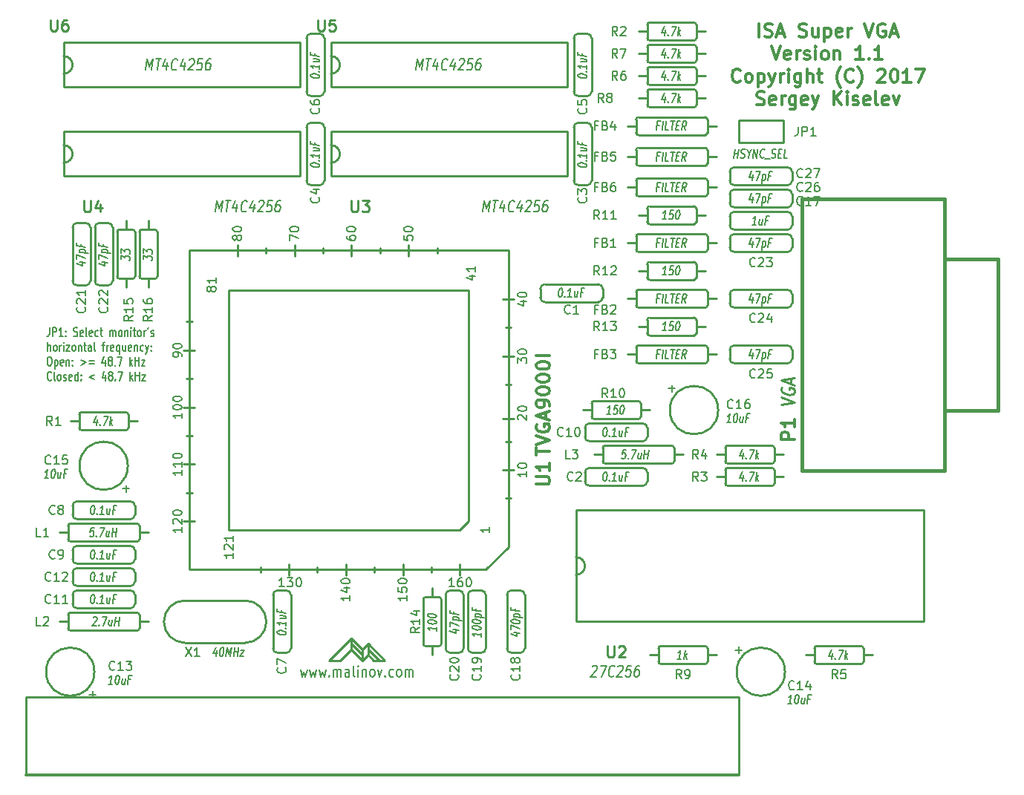
<source format=gto>
%TF.GenerationSoftware,KiCad,Pcbnew,(5.1.8)-1*%
%TF.CreationDate,2021-06-29T12:52:16-07:00*%
%TF.ProjectId,isa_svga,6973615f-7376-4676-912e-6b696361645f,rev?*%
%TF.SameCoordinates,Original*%
%TF.FileFunction,Legend,Top*%
%TF.FilePolarity,Positive*%
%FSLAX46Y46*%
G04 Gerber Fmt 4.6, Leading zero omitted, Abs format (unit mm)*
G04 Created by KiCad (PCBNEW (5.1.8)-1) date 2021-06-29 12:52:16*
%MOMM*%
%LPD*%
G01*
G04 APERTURE LIST*
%ADD10C,0.152400*%
%ADD11C,0.203200*%
%ADD12C,0.304800*%
%ADD13C,0.254000*%
%ADD14C,0.381000*%
G04 APERTURE END LIST*
D10*
X104320702Y-83289019D02*
X104320702Y-84014733D01*
X104284417Y-84159876D01*
X104211845Y-84256638D01*
X104102988Y-84305019D01*
X104030417Y-84305019D01*
X104683560Y-84305019D02*
X104683560Y-83289019D01*
X104973845Y-83289019D01*
X105046417Y-83337400D01*
X105082702Y-83385780D01*
X105118988Y-83482542D01*
X105118988Y-83627685D01*
X105082702Y-83724447D01*
X105046417Y-83772828D01*
X104973845Y-83821209D01*
X104683560Y-83821209D01*
X105844702Y-84305019D02*
X105409274Y-84305019D01*
X105626988Y-84305019D02*
X105626988Y-83289019D01*
X105554417Y-83434161D01*
X105481845Y-83530923D01*
X105409274Y-83579304D01*
X106171274Y-84208257D02*
X106207560Y-84256638D01*
X106171274Y-84305019D01*
X106134988Y-84256638D01*
X106171274Y-84208257D01*
X106171274Y-84305019D01*
X106171274Y-83676066D02*
X106207560Y-83724447D01*
X106171274Y-83772828D01*
X106134988Y-83724447D01*
X106171274Y-83676066D01*
X106171274Y-83772828D01*
X107078417Y-84256638D02*
X107187274Y-84305019D01*
X107368702Y-84305019D01*
X107441274Y-84256638D01*
X107477560Y-84208257D01*
X107513845Y-84111495D01*
X107513845Y-84014733D01*
X107477560Y-83917971D01*
X107441274Y-83869590D01*
X107368702Y-83821209D01*
X107223560Y-83772828D01*
X107150988Y-83724447D01*
X107114702Y-83676066D01*
X107078417Y-83579304D01*
X107078417Y-83482542D01*
X107114702Y-83385780D01*
X107150988Y-83337400D01*
X107223560Y-83289019D01*
X107404988Y-83289019D01*
X107513845Y-83337400D01*
X108130702Y-84256638D02*
X108058131Y-84305019D01*
X107912988Y-84305019D01*
X107840417Y-84256638D01*
X107804131Y-84159876D01*
X107804131Y-83772828D01*
X107840417Y-83676066D01*
X107912988Y-83627685D01*
X108058131Y-83627685D01*
X108130702Y-83676066D01*
X108166988Y-83772828D01*
X108166988Y-83869590D01*
X107804131Y-83966352D01*
X108602417Y-84305019D02*
X108529845Y-84256638D01*
X108493560Y-84159876D01*
X108493560Y-83289019D01*
X109182988Y-84256638D02*
X109110417Y-84305019D01*
X108965274Y-84305019D01*
X108892702Y-84256638D01*
X108856417Y-84159876D01*
X108856417Y-83772828D01*
X108892702Y-83676066D01*
X108965274Y-83627685D01*
X109110417Y-83627685D01*
X109182988Y-83676066D01*
X109219274Y-83772828D01*
X109219274Y-83869590D01*
X108856417Y-83966352D01*
X109872417Y-84256638D02*
X109799845Y-84305019D01*
X109654702Y-84305019D01*
X109582131Y-84256638D01*
X109545845Y-84208257D01*
X109509560Y-84111495D01*
X109509560Y-83821209D01*
X109545845Y-83724447D01*
X109582131Y-83676066D01*
X109654702Y-83627685D01*
X109799845Y-83627685D01*
X109872417Y-83676066D01*
X110090131Y-83627685D02*
X110380417Y-83627685D01*
X110198988Y-83289019D02*
X110198988Y-84159876D01*
X110235274Y-84256638D01*
X110307845Y-84305019D01*
X110380417Y-84305019D01*
X111214988Y-84305019D02*
X111214988Y-83627685D01*
X111214988Y-83724447D02*
X111251274Y-83676066D01*
X111323845Y-83627685D01*
X111432702Y-83627685D01*
X111505274Y-83676066D01*
X111541560Y-83772828D01*
X111541560Y-84305019D01*
X111541560Y-83772828D02*
X111577845Y-83676066D01*
X111650417Y-83627685D01*
X111759274Y-83627685D01*
X111831845Y-83676066D01*
X111868131Y-83772828D01*
X111868131Y-84305019D01*
X112339845Y-84305019D02*
X112267274Y-84256638D01*
X112230988Y-84208257D01*
X112194702Y-84111495D01*
X112194702Y-83821209D01*
X112230988Y-83724447D01*
X112267274Y-83676066D01*
X112339845Y-83627685D01*
X112448702Y-83627685D01*
X112521274Y-83676066D01*
X112557560Y-83724447D01*
X112593845Y-83821209D01*
X112593845Y-84111495D01*
X112557560Y-84208257D01*
X112521274Y-84256638D01*
X112448702Y-84305019D01*
X112339845Y-84305019D01*
X112920417Y-83627685D02*
X112920417Y-84305019D01*
X112920417Y-83724447D02*
X112956702Y-83676066D01*
X113029274Y-83627685D01*
X113138131Y-83627685D01*
X113210702Y-83676066D01*
X113246988Y-83772828D01*
X113246988Y-84305019D01*
X113609845Y-84305019D02*
X113609845Y-83627685D01*
X113609845Y-83289019D02*
X113573560Y-83337400D01*
X113609845Y-83385780D01*
X113646131Y-83337400D01*
X113609845Y-83289019D01*
X113609845Y-83385780D01*
X113863845Y-83627685D02*
X114154131Y-83627685D01*
X113972702Y-83289019D02*
X113972702Y-84159876D01*
X114008988Y-84256638D01*
X114081560Y-84305019D01*
X114154131Y-84305019D01*
X114516988Y-84305019D02*
X114444417Y-84256638D01*
X114408131Y-84208257D01*
X114371845Y-84111495D01*
X114371845Y-83821209D01*
X114408131Y-83724447D01*
X114444417Y-83676066D01*
X114516988Y-83627685D01*
X114625845Y-83627685D01*
X114698417Y-83676066D01*
X114734702Y-83724447D01*
X114770988Y-83821209D01*
X114770988Y-84111495D01*
X114734702Y-84208257D01*
X114698417Y-84256638D01*
X114625845Y-84305019D01*
X114516988Y-84305019D01*
X115097560Y-84305019D02*
X115097560Y-83627685D01*
X115097560Y-83821209D02*
X115133845Y-83724447D01*
X115170131Y-83676066D01*
X115242702Y-83627685D01*
X115315274Y-83627685D01*
X115605560Y-83289019D02*
X115532988Y-83482542D01*
X115895845Y-84256638D02*
X115968417Y-84305019D01*
X116113560Y-84305019D01*
X116186131Y-84256638D01*
X116222417Y-84159876D01*
X116222417Y-84111495D01*
X116186131Y-84014733D01*
X116113560Y-83966352D01*
X116004702Y-83966352D01*
X115932131Y-83917971D01*
X115895845Y-83821209D01*
X115895845Y-83772828D01*
X115932131Y-83676066D01*
X116004702Y-83627685D01*
X116113560Y-83627685D01*
X116186131Y-83676066D01*
X104102988Y-85981419D02*
X104102988Y-84965419D01*
X104429560Y-85981419D02*
X104429560Y-85449228D01*
X104393274Y-85352466D01*
X104320702Y-85304085D01*
X104211845Y-85304085D01*
X104139274Y-85352466D01*
X104102988Y-85400847D01*
X104901274Y-85981419D02*
X104828702Y-85933038D01*
X104792417Y-85884657D01*
X104756131Y-85787895D01*
X104756131Y-85497609D01*
X104792417Y-85400847D01*
X104828702Y-85352466D01*
X104901274Y-85304085D01*
X105010131Y-85304085D01*
X105082702Y-85352466D01*
X105118988Y-85400847D01*
X105155274Y-85497609D01*
X105155274Y-85787895D01*
X105118988Y-85884657D01*
X105082702Y-85933038D01*
X105010131Y-85981419D01*
X104901274Y-85981419D01*
X105481845Y-85981419D02*
X105481845Y-85304085D01*
X105481845Y-85497609D02*
X105518131Y-85400847D01*
X105554417Y-85352466D01*
X105626988Y-85304085D01*
X105699560Y-85304085D01*
X105953560Y-85981419D02*
X105953560Y-85304085D01*
X105953560Y-84965419D02*
X105917274Y-85013800D01*
X105953560Y-85062180D01*
X105989845Y-85013800D01*
X105953560Y-84965419D01*
X105953560Y-85062180D01*
X106243845Y-85304085D02*
X106642988Y-85304085D01*
X106243845Y-85981419D01*
X106642988Y-85981419D01*
X107042131Y-85981419D02*
X106969560Y-85933038D01*
X106933274Y-85884657D01*
X106896988Y-85787895D01*
X106896988Y-85497609D01*
X106933274Y-85400847D01*
X106969560Y-85352466D01*
X107042131Y-85304085D01*
X107150988Y-85304085D01*
X107223560Y-85352466D01*
X107259845Y-85400847D01*
X107296131Y-85497609D01*
X107296131Y-85787895D01*
X107259845Y-85884657D01*
X107223560Y-85933038D01*
X107150988Y-85981419D01*
X107042131Y-85981419D01*
X107622702Y-85304085D02*
X107622702Y-85981419D01*
X107622702Y-85400847D02*
X107658988Y-85352466D01*
X107731560Y-85304085D01*
X107840417Y-85304085D01*
X107912988Y-85352466D01*
X107949274Y-85449228D01*
X107949274Y-85981419D01*
X108203274Y-85304085D02*
X108493560Y-85304085D01*
X108312131Y-84965419D02*
X108312131Y-85836276D01*
X108348417Y-85933038D01*
X108420988Y-85981419D01*
X108493560Y-85981419D01*
X109074131Y-85981419D02*
X109074131Y-85449228D01*
X109037845Y-85352466D01*
X108965274Y-85304085D01*
X108820131Y-85304085D01*
X108747560Y-85352466D01*
X109074131Y-85933038D02*
X109001560Y-85981419D01*
X108820131Y-85981419D01*
X108747560Y-85933038D01*
X108711274Y-85836276D01*
X108711274Y-85739514D01*
X108747560Y-85642752D01*
X108820131Y-85594371D01*
X109001560Y-85594371D01*
X109074131Y-85545990D01*
X109545845Y-85981419D02*
X109473274Y-85933038D01*
X109436988Y-85836276D01*
X109436988Y-84965419D01*
X110307845Y-85304085D02*
X110598131Y-85304085D01*
X110416702Y-85981419D02*
X110416702Y-85110561D01*
X110452988Y-85013800D01*
X110525560Y-84965419D01*
X110598131Y-84965419D01*
X110852131Y-85981419D02*
X110852131Y-85304085D01*
X110852131Y-85497609D02*
X110888417Y-85400847D01*
X110924702Y-85352466D01*
X110997274Y-85304085D01*
X111069845Y-85304085D01*
X111614131Y-85933038D02*
X111541560Y-85981419D01*
X111396417Y-85981419D01*
X111323845Y-85933038D01*
X111287560Y-85836276D01*
X111287560Y-85449228D01*
X111323845Y-85352466D01*
X111396417Y-85304085D01*
X111541560Y-85304085D01*
X111614131Y-85352466D01*
X111650417Y-85449228D01*
X111650417Y-85545990D01*
X111287560Y-85642752D01*
X112303560Y-85304085D02*
X112303560Y-86320085D01*
X112303560Y-85933038D02*
X112230988Y-85981419D01*
X112085845Y-85981419D01*
X112013274Y-85933038D01*
X111976988Y-85884657D01*
X111940702Y-85787895D01*
X111940702Y-85497609D01*
X111976988Y-85400847D01*
X112013274Y-85352466D01*
X112085845Y-85304085D01*
X112230988Y-85304085D01*
X112303560Y-85352466D01*
X112992988Y-85304085D02*
X112992988Y-85981419D01*
X112666417Y-85304085D02*
X112666417Y-85836276D01*
X112702702Y-85933038D01*
X112775274Y-85981419D01*
X112884131Y-85981419D01*
X112956702Y-85933038D01*
X112992988Y-85884657D01*
X113646131Y-85933038D02*
X113573560Y-85981419D01*
X113428417Y-85981419D01*
X113355845Y-85933038D01*
X113319560Y-85836276D01*
X113319560Y-85449228D01*
X113355845Y-85352466D01*
X113428417Y-85304085D01*
X113573560Y-85304085D01*
X113646131Y-85352466D01*
X113682417Y-85449228D01*
X113682417Y-85545990D01*
X113319560Y-85642752D01*
X114008988Y-85304085D02*
X114008988Y-85981419D01*
X114008988Y-85400847D02*
X114045274Y-85352466D01*
X114117845Y-85304085D01*
X114226702Y-85304085D01*
X114299274Y-85352466D01*
X114335560Y-85449228D01*
X114335560Y-85981419D01*
X115024988Y-85933038D02*
X114952417Y-85981419D01*
X114807274Y-85981419D01*
X114734702Y-85933038D01*
X114698417Y-85884657D01*
X114662131Y-85787895D01*
X114662131Y-85497609D01*
X114698417Y-85400847D01*
X114734702Y-85352466D01*
X114807274Y-85304085D01*
X114952417Y-85304085D01*
X115024988Y-85352466D01*
X115278988Y-85304085D02*
X115460417Y-85981419D01*
X115641845Y-85304085D02*
X115460417Y-85981419D01*
X115387845Y-86223323D01*
X115351560Y-86271704D01*
X115278988Y-86320085D01*
X115932131Y-85884657D02*
X115968417Y-85933038D01*
X115932131Y-85981419D01*
X115895845Y-85933038D01*
X115932131Y-85884657D01*
X115932131Y-85981419D01*
X115932131Y-85352466D02*
X115968417Y-85400847D01*
X115932131Y-85449228D01*
X115895845Y-85400847D01*
X115932131Y-85352466D01*
X115932131Y-85449228D01*
X104248131Y-86641819D02*
X104393274Y-86641819D01*
X104465845Y-86690200D01*
X104538417Y-86786961D01*
X104574702Y-86980485D01*
X104574702Y-87319152D01*
X104538417Y-87512676D01*
X104465845Y-87609438D01*
X104393274Y-87657819D01*
X104248131Y-87657819D01*
X104175560Y-87609438D01*
X104102988Y-87512676D01*
X104066702Y-87319152D01*
X104066702Y-86980485D01*
X104102988Y-86786961D01*
X104175560Y-86690200D01*
X104248131Y-86641819D01*
X104901274Y-86980485D02*
X104901274Y-87996485D01*
X104901274Y-87028866D02*
X104973845Y-86980485D01*
X105118988Y-86980485D01*
X105191560Y-87028866D01*
X105227845Y-87077247D01*
X105264131Y-87174009D01*
X105264131Y-87464295D01*
X105227845Y-87561057D01*
X105191560Y-87609438D01*
X105118988Y-87657819D01*
X104973845Y-87657819D01*
X104901274Y-87609438D01*
X105880988Y-87609438D02*
X105808417Y-87657819D01*
X105663274Y-87657819D01*
X105590702Y-87609438D01*
X105554417Y-87512676D01*
X105554417Y-87125628D01*
X105590702Y-87028866D01*
X105663274Y-86980485D01*
X105808417Y-86980485D01*
X105880988Y-87028866D01*
X105917274Y-87125628D01*
X105917274Y-87222390D01*
X105554417Y-87319152D01*
X106243845Y-86980485D02*
X106243845Y-87657819D01*
X106243845Y-87077247D02*
X106280131Y-87028866D01*
X106352702Y-86980485D01*
X106461560Y-86980485D01*
X106534131Y-87028866D01*
X106570417Y-87125628D01*
X106570417Y-87657819D01*
X106933274Y-87561057D02*
X106969560Y-87609438D01*
X106933274Y-87657819D01*
X106896988Y-87609438D01*
X106933274Y-87561057D01*
X106933274Y-87657819D01*
X106933274Y-87028866D02*
X106969560Y-87077247D01*
X106933274Y-87125628D01*
X106896988Y-87077247D01*
X106933274Y-87028866D01*
X106933274Y-87125628D01*
X107876702Y-86980485D02*
X108457274Y-87270771D01*
X107876702Y-87561057D01*
X108820131Y-87125628D02*
X109400702Y-87125628D01*
X109400702Y-87415914D02*
X108820131Y-87415914D01*
X110670702Y-86980485D02*
X110670702Y-87657819D01*
X110489274Y-86593438D02*
X110307845Y-87319152D01*
X110779560Y-87319152D01*
X111178702Y-87077247D02*
X111106131Y-87028866D01*
X111069845Y-86980485D01*
X111033560Y-86883723D01*
X111033560Y-86835342D01*
X111069845Y-86738580D01*
X111106131Y-86690200D01*
X111178702Y-86641819D01*
X111323845Y-86641819D01*
X111396417Y-86690200D01*
X111432702Y-86738580D01*
X111468988Y-86835342D01*
X111468988Y-86883723D01*
X111432702Y-86980485D01*
X111396417Y-87028866D01*
X111323845Y-87077247D01*
X111178702Y-87077247D01*
X111106131Y-87125628D01*
X111069845Y-87174009D01*
X111033560Y-87270771D01*
X111033560Y-87464295D01*
X111069845Y-87561057D01*
X111106131Y-87609438D01*
X111178702Y-87657819D01*
X111323845Y-87657819D01*
X111396417Y-87609438D01*
X111432702Y-87561057D01*
X111468988Y-87464295D01*
X111468988Y-87270771D01*
X111432702Y-87174009D01*
X111396417Y-87125628D01*
X111323845Y-87077247D01*
X111795560Y-87561057D02*
X111831845Y-87609438D01*
X111795560Y-87657819D01*
X111759274Y-87609438D01*
X111795560Y-87561057D01*
X111795560Y-87657819D01*
X112085845Y-86641819D02*
X112593845Y-86641819D01*
X112267274Y-87657819D01*
X113464702Y-87657819D02*
X113464702Y-86641819D01*
X113537274Y-87270771D02*
X113754988Y-87657819D01*
X113754988Y-86980485D02*
X113464702Y-87367533D01*
X114081560Y-87657819D02*
X114081560Y-86641819D01*
X114081560Y-87125628D02*
X114516988Y-87125628D01*
X114516988Y-87657819D02*
X114516988Y-86641819D01*
X114807274Y-86980485D02*
X115206417Y-86980485D01*
X114807274Y-87657819D01*
X115206417Y-87657819D01*
X104538417Y-89237457D02*
X104502131Y-89285838D01*
X104393274Y-89334219D01*
X104320702Y-89334219D01*
X104211845Y-89285838D01*
X104139274Y-89189076D01*
X104102988Y-89092314D01*
X104066702Y-88898790D01*
X104066702Y-88753647D01*
X104102988Y-88560123D01*
X104139274Y-88463361D01*
X104211845Y-88366600D01*
X104320702Y-88318219D01*
X104393274Y-88318219D01*
X104502131Y-88366600D01*
X104538417Y-88414980D01*
X104973845Y-89334219D02*
X104901274Y-89285838D01*
X104864988Y-89189076D01*
X104864988Y-88318219D01*
X105372988Y-89334219D02*
X105300417Y-89285838D01*
X105264131Y-89237457D01*
X105227845Y-89140695D01*
X105227845Y-88850409D01*
X105264131Y-88753647D01*
X105300417Y-88705266D01*
X105372988Y-88656885D01*
X105481845Y-88656885D01*
X105554417Y-88705266D01*
X105590702Y-88753647D01*
X105626988Y-88850409D01*
X105626988Y-89140695D01*
X105590702Y-89237457D01*
X105554417Y-89285838D01*
X105481845Y-89334219D01*
X105372988Y-89334219D01*
X105917274Y-89285838D02*
X105989845Y-89334219D01*
X106134988Y-89334219D01*
X106207560Y-89285838D01*
X106243845Y-89189076D01*
X106243845Y-89140695D01*
X106207560Y-89043933D01*
X106134988Y-88995552D01*
X106026131Y-88995552D01*
X105953560Y-88947171D01*
X105917274Y-88850409D01*
X105917274Y-88802028D01*
X105953560Y-88705266D01*
X106026131Y-88656885D01*
X106134988Y-88656885D01*
X106207560Y-88705266D01*
X106860702Y-89285838D02*
X106788131Y-89334219D01*
X106642988Y-89334219D01*
X106570417Y-89285838D01*
X106534131Y-89189076D01*
X106534131Y-88802028D01*
X106570417Y-88705266D01*
X106642988Y-88656885D01*
X106788131Y-88656885D01*
X106860702Y-88705266D01*
X106896988Y-88802028D01*
X106896988Y-88898790D01*
X106534131Y-88995552D01*
X107550131Y-89334219D02*
X107550131Y-88318219D01*
X107550131Y-89285838D02*
X107477560Y-89334219D01*
X107332417Y-89334219D01*
X107259845Y-89285838D01*
X107223560Y-89237457D01*
X107187274Y-89140695D01*
X107187274Y-88850409D01*
X107223560Y-88753647D01*
X107259845Y-88705266D01*
X107332417Y-88656885D01*
X107477560Y-88656885D01*
X107550131Y-88705266D01*
X107912988Y-89237457D02*
X107949274Y-89285838D01*
X107912988Y-89334219D01*
X107876702Y-89285838D01*
X107912988Y-89237457D01*
X107912988Y-89334219D01*
X107912988Y-88705266D02*
X107949274Y-88753647D01*
X107912988Y-88802028D01*
X107876702Y-88753647D01*
X107912988Y-88705266D01*
X107912988Y-88802028D01*
X109436988Y-88656885D02*
X108856417Y-88947171D01*
X109436988Y-89237457D01*
X110706988Y-88656885D02*
X110706988Y-89334219D01*
X110525560Y-88269838D02*
X110344131Y-88995552D01*
X110815845Y-88995552D01*
X111214988Y-88753647D02*
X111142417Y-88705266D01*
X111106131Y-88656885D01*
X111069845Y-88560123D01*
X111069845Y-88511742D01*
X111106131Y-88414980D01*
X111142417Y-88366600D01*
X111214988Y-88318219D01*
X111360131Y-88318219D01*
X111432702Y-88366600D01*
X111468988Y-88414980D01*
X111505274Y-88511742D01*
X111505274Y-88560123D01*
X111468988Y-88656885D01*
X111432702Y-88705266D01*
X111360131Y-88753647D01*
X111214988Y-88753647D01*
X111142417Y-88802028D01*
X111106131Y-88850409D01*
X111069845Y-88947171D01*
X111069845Y-89140695D01*
X111106131Y-89237457D01*
X111142417Y-89285838D01*
X111214988Y-89334219D01*
X111360131Y-89334219D01*
X111432702Y-89285838D01*
X111468988Y-89237457D01*
X111505274Y-89140695D01*
X111505274Y-88947171D01*
X111468988Y-88850409D01*
X111432702Y-88802028D01*
X111360131Y-88753647D01*
X111831845Y-89237457D02*
X111868131Y-89285838D01*
X111831845Y-89334219D01*
X111795560Y-89285838D01*
X111831845Y-89237457D01*
X111831845Y-89334219D01*
X112122131Y-88318219D02*
X112630131Y-88318219D01*
X112303560Y-89334219D01*
X113500988Y-89334219D02*
X113500988Y-88318219D01*
X113573560Y-88947171D02*
X113791274Y-89334219D01*
X113791274Y-88656885D02*
X113500988Y-89043933D01*
X114117845Y-89334219D02*
X114117845Y-88318219D01*
X114117845Y-88802028D02*
X114553274Y-88802028D01*
X114553274Y-89334219D02*
X114553274Y-88318219D01*
X114843560Y-88656885D02*
X115242702Y-88656885D01*
X114843560Y-89334219D01*
X115242702Y-89334219D01*
D11*
X132923642Y-122282857D02*
X133117166Y-123129523D01*
X133310690Y-122524761D01*
X133504214Y-123129523D01*
X133697738Y-122282857D01*
X133988023Y-122282857D02*
X134181547Y-123129523D01*
X134375071Y-122524761D01*
X134568595Y-123129523D01*
X134762119Y-122282857D01*
X135052404Y-122282857D02*
X135245928Y-123129523D01*
X135439452Y-122524761D01*
X135632976Y-123129523D01*
X135826500Y-122282857D01*
X136213547Y-123008571D02*
X136261928Y-123069047D01*
X136213547Y-123129523D01*
X136165166Y-123069047D01*
X136213547Y-123008571D01*
X136213547Y-123129523D01*
X136697357Y-123129523D02*
X136697357Y-122282857D01*
X136697357Y-122403809D02*
X136745738Y-122343333D01*
X136842500Y-122282857D01*
X136987642Y-122282857D01*
X137084404Y-122343333D01*
X137132785Y-122464285D01*
X137132785Y-123129523D01*
X137132785Y-122464285D02*
X137181166Y-122343333D01*
X137277928Y-122282857D01*
X137423071Y-122282857D01*
X137519833Y-122343333D01*
X137568214Y-122464285D01*
X137568214Y-123129523D01*
X138487452Y-123129523D02*
X138487452Y-122464285D01*
X138439071Y-122343333D01*
X138342309Y-122282857D01*
X138148785Y-122282857D01*
X138052023Y-122343333D01*
X138487452Y-123069047D02*
X138390690Y-123129523D01*
X138148785Y-123129523D01*
X138052023Y-123069047D01*
X138003642Y-122948095D01*
X138003642Y-122827142D01*
X138052023Y-122706190D01*
X138148785Y-122645714D01*
X138390690Y-122645714D01*
X138487452Y-122585238D01*
X139116404Y-123129523D02*
X139019642Y-123069047D01*
X138971261Y-122948095D01*
X138971261Y-121859523D01*
X139503452Y-123129523D02*
X139503452Y-122282857D01*
X139503452Y-121859523D02*
X139455071Y-121920000D01*
X139503452Y-121980476D01*
X139551833Y-121920000D01*
X139503452Y-121859523D01*
X139503452Y-121980476D01*
X139987261Y-122282857D02*
X139987261Y-123129523D01*
X139987261Y-122403809D02*
X140035642Y-122343333D01*
X140132404Y-122282857D01*
X140277547Y-122282857D01*
X140374309Y-122343333D01*
X140422690Y-122464285D01*
X140422690Y-123129523D01*
X141051642Y-123129523D02*
X140954880Y-123069047D01*
X140906500Y-123008571D01*
X140858119Y-122887619D01*
X140858119Y-122524761D01*
X140906500Y-122403809D01*
X140954880Y-122343333D01*
X141051642Y-122282857D01*
X141196785Y-122282857D01*
X141293547Y-122343333D01*
X141341928Y-122403809D01*
X141390309Y-122524761D01*
X141390309Y-122887619D01*
X141341928Y-123008571D01*
X141293547Y-123069047D01*
X141196785Y-123129523D01*
X141051642Y-123129523D01*
X141728976Y-122282857D02*
X141970880Y-123129523D01*
X142212785Y-122282857D01*
X142599833Y-123008571D02*
X142648214Y-123069047D01*
X142599833Y-123129523D01*
X142551452Y-123069047D01*
X142599833Y-123008571D01*
X142599833Y-123129523D01*
X143519071Y-123069047D02*
X143422309Y-123129523D01*
X143228785Y-123129523D01*
X143132023Y-123069047D01*
X143083642Y-123008571D01*
X143035261Y-122887619D01*
X143035261Y-122524761D01*
X143083642Y-122403809D01*
X143132023Y-122343333D01*
X143228785Y-122282857D01*
X143422309Y-122282857D01*
X143519071Y-122343333D01*
X144099642Y-123129523D02*
X144002880Y-123069047D01*
X143954500Y-123008571D01*
X143906119Y-122887619D01*
X143906119Y-122524761D01*
X143954500Y-122403809D01*
X144002880Y-122343333D01*
X144099642Y-122282857D01*
X144244785Y-122282857D01*
X144341547Y-122343333D01*
X144389928Y-122403809D01*
X144438309Y-122524761D01*
X144438309Y-122887619D01*
X144389928Y-123008571D01*
X144341547Y-123069047D01*
X144244785Y-123129523D01*
X144099642Y-123129523D01*
X144873738Y-123129523D02*
X144873738Y-122282857D01*
X144873738Y-122403809D02*
X144922119Y-122343333D01*
X145018880Y-122282857D01*
X145164023Y-122282857D01*
X145260785Y-122343333D01*
X145309166Y-122464285D01*
X145309166Y-123129523D01*
X145309166Y-122464285D02*
X145357547Y-122343333D01*
X145454309Y-122282857D01*
X145599452Y-122282857D01*
X145696214Y-122343333D01*
X145744595Y-122464285D01*
X145744595Y-123129523D01*
D12*
X185202285Y-50143228D02*
X185202285Y-48619228D01*
X185855428Y-50070657D02*
X186073142Y-50143228D01*
X186436000Y-50143228D01*
X186581142Y-50070657D01*
X186653714Y-49998085D01*
X186726285Y-49852942D01*
X186726285Y-49707800D01*
X186653714Y-49562657D01*
X186581142Y-49490085D01*
X186436000Y-49417514D01*
X186145714Y-49344942D01*
X186000571Y-49272371D01*
X185928000Y-49199800D01*
X185855428Y-49054657D01*
X185855428Y-48909514D01*
X185928000Y-48764371D01*
X186000571Y-48691800D01*
X186145714Y-48619228D01*
X186508571Y-48619228D01*
X186726285Y-48691800D01*
X187306857Y-49707800D02*
X188032571Y-49707800D01*
X187161714Y-50143228D02*
X187669714Y-48619228D01*
X188177714Y-50143228D01*
X189774285Y-50070657D02*
X189992000Y-50143228D01*
X190354857Y-50143228D01*
X190500000Y-50070657D01*
X190572571Y-49998085D01*
X190645142Y-49852942D01*
X190645142Y-49707800D01*
X190572571Y-49562657D01*
X190500000Y-49490085D01*
X190354857Y-49417514D01*
X190064571Y-49344942D01*
X189919428Y-49272371D01*
X189846857Y-49199800D01*
X189774285Y-49054657D01*
X189774285Y-48909514D01*
X189846857Y-48764371D01*
X189919428Y-48691800D01*
X190064571Y-48619228D01*
X190427428Y-48619228D01*
X190645142Y-48691800D01*
X191951428Y-49127228D02*
X191951428Y-50143228D01*
X191298285Y-49127228D02*
X191298285Y-49925514D01*
X191370857Y-50070657D01*
X191516000Y-50143228D01*
X191733714Y-50143228D01*
X191878857Y-50070657D01*
X191951428Y-49998085D01*
X192677142Y-49127228D02*
X192677142Y-50651228D01*
X192677142Y-49199800D02*
X192822285Y-49127228D01*
X193112571Y-49127228D01*
X193257714Y-49199800D01*
X193330285Y-49272371D01*
X193402857Y-49417514D01*
X193402857Y-49852942D01*
X193330285Y-49998085D01*
X193257714Y-50070657D01*
X193112571Y-50143228D01*
X192822285Y-50143228D01*
X192677142Y-50070657D01*
X194636571Y-50070657D02*
X194491428Y-50143228D01*
X194201142Y-50143228D01*
X194056000Y-50070657D01*
X193983428Y-49925514D01*
X193983428Y-49344942D01*
X194056000Y-49199800D01*
X194201142Y-49127228D01*
X194491428Y-49127228D01*
X194636571Y-49199800D01*
X194709142Y-49344942D01*
X194709142Y-49490085D01*
X193983428Y-49635228D01*
X195362285Y-50143228D02*
X195362285Y-49127228D01*
X195362285Y-49417514D02*
X195434857Y-49272371D01*
X195507428Y-49199800D01*
X195652571Y-49127228D01*
X195797714Y-49127228D01*
X197249142Y-48619228D02*
X197757142Y-50143228D01*
X198265142Y-48619228D01*
X199571428Y-48691800D02*
X199426285Y-48619228D01*
X199208571Y-48619228D01*
X198990857Y-48691800D01*
X198845714Y-48836942D01*
X198773142Y-48982085D01*
X198700571Y-49272371D01*
X198700571Y-49490085D01*
X198773142Y-49780371D01*
X198845714Y-49925514D01*
X198990857Y-50070657D01*
X199208571Y-50143228D01*
X199353714Y-50143228D01*
X199571428Y-50070657D01*
X199644000Y-49998085D01*
X199644000Y-49490085D01*
X199353714Y-49490085D01*
X200224571Y-49707800D02*
X200950285Y-49707800D01*
X200079428Y-50143228D02*
X200587428Y-48619228D01*
X201095428Y-50143228D01*
X186653714Y-51210028D02*
X187161714Y-52734028D01*
X187669714Y-51210028D01*
X188758285Y-52661457D02*
X188613142Y-52734028D01*
X188322857Y-52734028D01*
X188177714Y-52661457D01*
X188105142Y-52516314D01*
X188105142Y-51935742D01*
X188177714Y-51790600D01*
X188322857Y-51718028D01*
X188613142Y-51718028D01*
X188758285Y-51790600D01*
X188830857Y-51935742D01*
X188830857Y-52080885D01*
X188105142Y-52226028D01*
X189484000Y-52734028D02*
X189484000Y-51718028D01*
X189484000Y-52008314D02*
X189556571Y-51863171D01*
X189629142Y-51790600D01*
X189774285Y-51718028D01*
X189919428Y-51718028D01*
X190354857Y-52661457D02*
X190500000Y-52734028D01*
X190790285Y-52734028D01*
X190935428Y-52661457D01*
X191008000Y-52516314D01*
X191008000Y-52443742D01*
X190935428Y-52298600D01*
X190790285Y-52226028D01*
X190572571Y-52226028D01*
X190427428Y-52153457D01*
X190354857Y-52008314D01*
X190354857Y-51935742D01*
X190427428Y-51790600D01*
X190572571Y-51718028D01*
X190790285Y-51718028D01*
X190935428Y-51790600D01*
X191661142Y-52734028D02*
X191661142Y-51718028D01*
X191661142Y-51210028D02*
X191588571Y-51282600D01*
X191661142Y-51355171D01*
X191733714Y-51282600D01*
X191661142Y-51210028D01*
X191661142Y-51355171D01*
X192604571Y-52734028D02*
X192459428Y-52661457D01*
X192386857Y-52588885D01*
X192314285Y-52443742D01*
X192314285Y-52008314D01*
X192386857Y-51863171D01*
X192459428Y-51790600D01*
X192604571Y-51718028D01*
X192822285Y-51718028D01*
X192967428Y-51790600D01*
X193040000Y-51863171D01*
X193112571Y-52008314D01*
X193112571Y-52443742D01*
X193040000Y-52588885D01*
X192967428Y-52661457D01*
X192822285Y-52734028D01*
X192604571Y-52734028D01*
X193765714Y-51718028D02*
X193765714Y-52734028D01*
X193765714Y-51863171D02*
X193838285Y-51790600D01*
X193983428Y-51718028D01*
X194201142Y-51718028D01*
X194346285Y-51790600D01*
X194418857Y-51935742D01*
X194418857Y-52734028D01*
X197104000Y-52734028D02*
X196233142Y-52734028D01*
X196668571Y-52734028D02*
X196668571Y-51210028D01*
X196523428Y-51427742D01*
X196378285Y-51572885D01*
X196233142Y-51645457D01*
X197757142Y-52588885D02*
X197829714Y-52661457D01*
X197757142Y-52734028D01*
X197684571Y-52661457D01*
X197757142Y-52588885D01*
X197757142Y-52734028D01*
X199281142Y-52734028D02*
X198410285Y-52734028D01*
X198845714Y-52734028D02*
X198845714Y-51210028D01*
X198700571Y-51427742D01*
X198555428Y-51572885D01*
X198410285Y-51645457D01*
X183061428Y-55179685D02*
X182988857Y-55252257D01*
X182771142Y-55324828D01*
X182626000Y-55324828D01*
X182408285Y-55252257D01*
X182263142Y-55107114D01*
X182190571Y-54961971D01*
X182118000Y-54671685D01*
X182118000Y-54453971D01*
X182190571Y-54163685D01*
X182263142Y-54018542D01*
X182408285Y-53873400D01*
X182626000Y-53800828D01*
X182771142Y-53800828D01*
X182988857Y-53873400D01*
X183061428Y-53945971D01*
X183932285Y-55324828D02*
X183787142Y-55252257D01*
X183714571Y-55179685D01*
X183642000Y-55034542D01*
X183642000Y-54599114D01*
X183714571Y-54453971D01*
X183787142Y-54381400D01*
X183932285Y-54308828D01*
X184150000Y-54308828D01*
X184295142Y-54381400D01*
X184367714Y-54453971D01*
X184440285Y-54599114D01*
X184440285Y-55034542D01*
X184367714Y-55179685D01*
X184295142Y-55252257D01*
X184150000Y-55324828D01*
X183932285Y-55324828D01*
X185093428Y-54308828D02*
X185093428Y-55832828D01*
X185093428Y-54381400D02*
X185238571Y-54308828D01*
X185528857Y-54308828D01*
X185674000Y-54381400D01*
X185746571Y-54453971D01*
X185819142Y-54599114D01*
X185819142Y-55034542D01*
X185746571Y-55179685D01*
X185674000Y-55252257D01*
X185528857Y-55324828D01*
X185238571Y-55324828D01*
X185093428Y-55252257D01*
X186327142Y-54308828D02*
X186690000Y-55324828D01*
X187052857Y-54308828D02*
X186690000Y-55324828D01*
X186544857Y-55687685D01*
X186472285Y-55760257D01*
X186327142Y-55832828D01*
X187633428Y-55324828D02*
X187633428Y-54308828D01*
X187633428Y-54599114D02*
X187706000Y-54453971D01*
X187778571Y-54381400D01*
X187923714Y-54308828D01*
X188068857Y-54308828D01*
X188576857Y-55324828D02*
X188576857Y-54308828D01*
X188576857Y-53800828D02*
X188504285Y-53873400D01*
X188576857Y-53945971D01*
X188649428Y-53873400D01*
X188576857Y-53800828D01*
X188576857Y-53945971D01*
X189955714Y-54308828D02*
X189955714Y-55542542D01*
X189883142Y-55687685D01*
X189810571Y-55760257D01*
X189665428Y-55832828D01*
X189447714Y-55832828D01*
X189302571Y-55760257D01*
X189955714Y-55252257D02*
X189810571Y-55324828D01*
X189520285Y-55324828D01*
X189375142Y-55252257D01*
X189302571Y-55179685D01*
X189230000Y-55034542D01*
X189230000Y-54599114D01*
X189302571Y-54453971D01*
X189375142Y-54381400D01*
X189520285Y-54308828D01*
X189810571Y-54308828D01*
X189955714Y-54381400D01*
X190681428Y-55324828D02*
X190681428Y-53800828D01*
X191334571Y-55324828D02*
X191334571Y-54526542D01*
X191262000Y-54381400D01*
X191116857Y-54308828D01*
X190899142Y-54308828D01*
X190754000Y-54381400D01*
X190681428Y-54453971D01*
X191842571Y-54308828D02*
X192423142Y-54308828D01*
X192060285Y-53800828D02*
X192060285Y-55107114D01*
X192132857Y-55252257D01*
X192278000Y-55324828D01*
X192423142Y-55324828D01*
X194527714Y-55905400D02*
X194455142Y-55832828D01*
X194310000Y-55615114D01*
X194237428Y-55469971D01*
X194164857Y-55252257D01*
X194092285Y-54889400D01*
X194092285Y-54599114D01*
X194164857Y-54236257D01*
X194237428Y-54018542D01*
X194310000Y-53873400D01*
X194455142Y-53655685D01*
X194527714Y-53583114D01*
X195979142Y-55179685D02*
X195906571Y-55252257D01*
X195688857Y-55324828D01*
X195543714Y-55324828D01*
X195326000Y-55252257D01*
X195180857Y-55107114D01*
X195108285Y-54961971D01*
X195035714Y-54671685D01*
X195035714Y-54453971D01*
X195108285Y-54163685D01*
X195180857Y-54018542D01*
X195326000Y-53873400D01*
X195543714Y-53800828D01*
X195688857Y-53800828D01*
X195906571Y-53873400D01*
X195979142Y-53945971D01*
X196487142Y-55905400D02*
X196559714Y-55832828D01*
X196704857Y-55615114D01*
X196777428Y-55469971D01*
X196850000Y-55252257D01*
X196922571Y-54889400D01*
X196922571Y-54599114D01*
X196850000Y-54236257D01*
X196777428Y-54018542D01*
X196704857Y-53873400D01*
X196559714Y-53655685D01*
X196487142Y-53583114D01*
X198736857Y-53945971D02*
X198809428Y-53873400D01*
X198954571Y-53800828D01*
X199317428Y-53800828D01*
X199462571Y-53873400D01*
X199535142Y-53945971D01*
X199607714Y-54091114D01*
X199607714Y-54236257D01*
X199535142Y-54453971D01*
X198664285Y-55324828D01*
X199607714Y-55324828D01*
X200551142Y-53800828D02*
X200696285Y-53800828D01*
X200841428Y-53873400D01*
X200914000Y-53945971D01*
X200986571Y-54091114D01*
X201059142Y-54381400D01*
X201059142Y-54744257D01*
X200986571Y-55034542D01*
X200914000Y-55179685D01*
X200841428Y-55252257D01*
X200696285Y-55324828D01*
X200551142Y-55324828D01*
X200406000Y-55252257D01*
X200333428Y-55179685D01*
X200260857Y-55034542D01*
X200188285Y-54744257D01*
X200188285Y-54381400D01*
X200260857Y-54091114D01*
X200333428Y-53945971D01*
X200406000Y-53873400D01*
X200551142Y-53800828D01*
X202510571Y-55324828D02*
X201639714Y-55324828D01*
X202075142Y-55324828D02*
X202075142Y-53800828D01*
X201930000Y-54018542D01*
X201784857Y-54163685D01*
X201639714Y-54236257D01*
X203018571Y-53800828D02*
X204034571Y-53800828D01*
X203381428Y-55324828D01*
X184948285Y-57843057D02*
X185166000Y-57915628D01*
X185528857Y-57915628D01*
X185674000Y-57843057D01*
X185746571Y-57770485D01*
X185819142Y-57625342D01*
X185819142Y-57480200D01*
X185746571Y-57335057D01*
X185674000Y-57262485D01*
X185528857Y-57189914D01*
X185238571Y-57117342D01*
X185093428Y-57044771D01*
X185020857Y-56972200D01*
X184948285Y-56827057D01*
X184948285Y-56681914D01*
X185020857Y-56536771D01*
X185093428Y-56464200D01*
X185238571Y-56391628D01*
X185601428Y-56391628D01*
X185819142Y-56464200D01*
X187052857Y-57843057D02*
X186907714Y-57915628D01*
X186617428Y-57915628D01*
X186472285Y-57843057D01*
X186399714Y-57697914D01*
X186399714Y-57117342D01*
X186472285Y-56972200D01*
X186617428Y-56899628D01*
X186907714Y-56899628D01*
X187052857Y-56972200D01*
X187125428Y-57117342D01*
X187125428Y-57262485D01*
X186399714Y-57407628D01*
X187778571Y-57915628D02*
X187778571Y-56899628D01*
X187778571Y-57189914D02*
X187851142Y-57044771D01*
X187923714Y-56972200D01*
X188068857Y-56899628D01*
X188214000Y-56899628D01*
X189375142Y-56899628D02*
X189375142Y-58133342D01*
X189302571Y-58278485D01*
X189230000Y-58351057D01*
X189084857Y-58423628D01*
X188867142Y-58423628D01*
X188722000Y-58351057D01*
X189375142Y-57843057D02*
X189230000Y-57915628D01*
X188939714Y-57915628D01*
X188794571Y-57843057D01*
X188722000Y-57770485D01*
X188649428Y-57625342D01*
X188649428Y-57189914D01*
X188722000Y-57044771D01*
X188794571Y-56972200D01*
X188939714Y-56899628D01*
X189230000Y-56899628D01*
X189375142Y-56972200D01*
X190681428Y-57843057D02*
X190536285Y-57915628D01*
X190246000Y-57915628D01*
X190100857Y-57843057D01*
X190028285Y-57697914D01*
X190028285Y-57117342D01*
X190100857Y-56972200D01*
X190246000Y-56899628D01*
X190536285Y-56899628D01*
X190681428Y-56972200D01*
X190754000Y-57117342D01*
X190754000Y-57262485D01*
X190028285Y-57407628D01*
X191262000Y-56899628D02*
X191624857Y-57915628D01*
X191987714Y-56899628D02*
X191624857Y-57915628D01*
X191479714Y-58278485D01*
X191407142Y-58351057D01*
X191262000Y-58423628D01*
X193729428Y-57915628D02*
X193729428Y-56391628D01*
X194600285Y-57915628D02*
X193947142Y-57044771D01*
X194600285Y-56391628D02*
X193729428Y-57262485D01*
X195253428Y-57915628D02*
X195253428Y-56899628D01*
X195253428Y-56391628D02*
X195180857Y-56464200D01*
X195253428Y-56536771D01*
X195326000Y-56464200D01*
X195253428Y-56391628D01*
X195253428Y-56536771D01*
X195906571Y-57843057D02*
X196051714Y-57915628D01*
X196342000Y-57915628D01*
X196487142Y-57843057D01*
X196559714Y-57697914D01*
X196559714Y-57625342D01*
X196487142Y-57480200D01*
X196342000Y-57407628D01*
X196124285Y-57407628D01*
X195979142Y-57335057D01*
X195906571Y-57189914D01*
X195906571Y-57117342D01*
X195979142Y-56972200D01*
X196124285Y-56899628D01*
X196342000Y-56899628D01*
X196487142Y-56972200D01*
X197793428Y-57843057D02*
X197648285Y-57915628D01*
X197358000Y-57915628D01*
X197212857Y-57843057D01*
X197140285Y-57697914D01*
X197140285Y-57117342D01*
X197212857Y-56972200D01*
X197358000Y-56899628D01*
X197648285Y-56899628D01*
X197793428Y-56972200D01*
X197866000Y-57117342D01*
X197866000Y-57262485D01*
X197140285Y-57407628D01*
X198736857Y-57915628D02*
X198591714Y-57843057D01*
X198519142Y-57697914D01*
X198519142Y-56391628D01*
X199898000Y-57843057D02*
X199752857Y-57915628D01*
X199462571Y-57915628D01*
X199317428Y-57843057D01*
X199244857Y-57697914D01*
X199244857Y-57117342D01*
X199317428Y-56972200D01*
X199462571Y-56899628D01*
X199752857Y-56899628D01*
X199898000Y-56972200D01*
X199970571Y-57117342D01*
X199970571Y-57262485D01*
X199244857Y-57407628D01*
X200478571Y-56899628D02*
X200841428Y-57915628D01*
X201204285Y-56899628D01*
D13*
X140652500Y-120015000D02*
X141922500Y-121285000D01*
X138747500Y-119380000D02*
X140017500Y-120650000D01*
X140652500Y-119380000D02*
X140652500Y-120650000D01*
X140017500Y-120015000D02*
X140017500Y-121285000D01*
X138747500Y-118745000D02*
X138747500Y-120015000D01*
X137477500Y-121285000D02*
X136207500Y-121285000D01*
X138747500Y-120015000D02*
X137477500Y-121285000D01*
X140017500Y-121285000D02*
X138747500Y-120015000D01*
X140652500Y-120650000D02*
X140017500Y-121285000D01*
X141287500Y-121285000D02*
X140652500Y-120650000D01*
X142557500Y-121285000D02*
X141287500Y-121285000D01*
X140652500Y-119380000D02*
X142557500Y-121285000D01*
X140017500Y-120015000D02*
X140652500Y-119380000D01*
X138747500Y-118745000D02*
X140017500Y-120015000D01*
X136207500Y-121285000D02*
X138747500Y-118745000D01*
%TO.C,U2*%
X164338000Y-116840000D02*
X164338000Y-104140000D01*
X203962000Y-116840000D02*
X164338000Y-116840000D01*
X203962000Y-104140000D02*
X203962000Y-116840000D01*
X164338000Y-104140000D02*
X203962000Y-104140000D01*
X164338000Y-111506000D02*
G75*
G03*
X165354000Y-110490000I0J1016000D01*
G01*
X165354000Y-110490000D02*
G75*
G03*
X164338000Y-109474000I-1016000J0D01*
G01*
%TO.C,R15*%
X113030000Y-78740000D02*
X113030000Y-77724000D01*
X113030000Y-72136000D02*
X113030000Y-71120000D01*
X113792000Y-77724000D02*
X112268000Y-77724000D01*
X112014000Y-77470000D02*
X112014000Y-72390000D01*
X112268000Y-72136000D02*
X113792000Y-72136000D01*
X114046000Y-72390000D02*
X114046000Y-77470000D01*
X114046000Y-72390000D02*
G75*
G03*
X113792000Y-72136000I-254000J0D01*
G01*
X112268000Y-72136000D02*
G75*
G03*
X112014000Y-72390000I0J-254000D01*
G01*
X113792000Y-77724000D02*
G75*
G03*
X114046000Y-77470000I0J254000D01*
G01*
X112014000Y-77470000D02*
G75*
G03*
X112268000Y-77724000I254000J0D01*
G01*
%TO.C,R7*%
X171450000Y-52070000D02*
X172466000Y-52070000D01*
X178054000Y-52070000D02*
X179070000Y-52070000D01*
X172466000Y-52832000D02*
X172466000Y-51308000D01*
X172720000Y-51054000D02*
X177800000Y-51054000D01*
X178054000Y-51308000D02*
X178054000Y-52832000D01*
X177800000Y-53086000D02*
X172720000Y-53086000D01*
X177800000Y-53086000D02*
G75*
G03*
X178054000Y-52832000I0J254000D01*
G01*
X178054000Y-51308000D02*
G75*
G03*
X177800000Y-51054000I-254000J0D01*
G01*
X172466000Y-52832000D02*
G75*
G03*
X172720000Y-53086000I254000J0D01*
G01*
X172720000Y-51054000D02*
G75*
G03*
X172466000Y-51308000I0J-254000D01*
G01*
%TO.C,R8*%
X179070000Y-57150000D02*
X178054000Y-57150000D01*
X172466000Y-57150000D02*
X171450000Y-57150000D01*
X178054000Y-56388000D02*
X178054000Y-57912000D01*
X177800000Y-58166000D02*
X172720000Y-58166000D01*
X172466000Y-57912000D02*
X172466000Y-56388000D01*
X172720000Y-56134000D02*
X177800000Y-56134000D01*
X172720000Y-56134000D02*
G75*
G03*
X172466000Y-56388000I0J-254000D01*
G01*
X172466000Y-57912000D02*
G75*
G03*
X172720000Y-58166000I254000J0D01*
G01*
X178054000Y-56388000D02*
G75*
G03*
X177800000Y-56134000I-254000J0D01*
G01*
X177800000Y-58166000D02*
G75*
G03*
X178054000Y-57912000I0J254000D01*
G01*
%TO.C,R9*%
X180340000Y-120650000D02*
X179324000Y-120650000D01*
X173736000Y-120650000D02*
X172720000Y-120650000D01*
X179324000Y-119888000D02*
X179324000Y-121412000D01*
X179070000Y-121666000D02*
X173990000Y-121666000D01*
X173736000Y-121412000D02*
X173736000Y-119888000D01*
X173990000Y-119634000D02*
X179070000Y-119634000D01*
X173990000Y-119634000D02*
G75*
G03*
X173736000Y-119888000I0J-254000D01*
G01*
X173736000Y-121412000D02*
G75*
G03*
X173990000Y-121666000I254000J0D01*
G01*
X179324000Y-119888000D02*
G75*
G03*
X179070000Y-119634000I-254000J0D01*
G01*
X179070000Y-121666000D02*
G75*
G03*
X179324000Y-121412000I0J254000D01*
G01*
%TO.C,R6*%
X171450000Y-54610000D02*
X172466000Y-54610000D01*
X178054000Y-54610000D02*
X179070000Y-54610000D01*
X172466000Y-55372000D02*
X172466000Y-53848000D01*
X172720000Y-53594000D02*
X177800000Y-53594000D01*
X178054000Y-53848000D02*
X178054000Y-55372000D01*
X177800000Y-55626000D02*
X172720000Y-55626000D01*
X177800000Y-55626000D02*
G75*
G03*
X178054000Y-55372000I0J254000D01*
G01*
X178054000Y-53848000D02*
G75*
G03*
X177800000Y-53594000I-254000J0D01*
G01*
X172466000Y-55372000D02*
G75*
G03*
X172720000Y-55626000I254000J0D01*
G01*
X172720000Y-53594000D02*
G75*
G03*
X172466000Y-53848000I0J-254000D01*
G01*
%TO.C,R10*%
X165100000Y-92710000D02*
X166116000Y-92710000D01*
X171704000Y-92710000D02*
X172720000Y-92710000D01*
X166116000Y-93472000D02*
X166116000Y-91948000D01*
X166370000Y-91694000D02*
X171450000Y-91694000D01*
X171704000Y-91948000D02*
X171704000Y-93472000D01*
X171450000Y-93726000D02*
X166370000Y-93726000D01*
X171450000Y-93726000D02*
G75*
G03*
X171704000Y-93472000I0J254000D01*
G01*
X171704000Y-91948000D02*
G75*
G03*
X171450000Y-91694000I-254000J0D01*
G01*
X166116000Y-93472000D02*
G75*
G03*
X166370000Y-93726000I254000J0D01*
G01*
X166370000Y-91694000D02*
G75*
G03*
X166116000Y-91948000I0J-254000D01*
G01*
%TO.C,R11*%
X171450000Y-70485000D02*
X172466000Y-70485000D01*
X178054000Y-70485000D02*
X179070000Y-70485000D01*
X172466000Y-71247000D02*
X172466000Y-69723000D01*
X172720000Y-69469000D02*
X177800000Y-69469000D01*
X178054000Y-69723000D02*
X178054000Y-71247000D01*
X177800000Y-71501000D02*
X172720000Y-71501000D01*
X177800000Y-71501000D02*
G75*
G03*
X178054000Y-71247000I0J254000D01*
G01*
X178054000Y-69723000D02*
G75*
G03*
X177800000Y-69469000I-254000J0D01*
G01*
X172466000Y-71247000D02*
G75*
G03*
X172720000Y-71501000I254000J0D01*
G01*
X172720000Y-69469000D02*
G75*
G03*
X172466000Y-69723000I0J-254000D01*
G01*
%TO.C,R12*%
X171450000Y-76835000D02*
X172466000Y-76835000D01*
X178054000Y-76835000D02*
X179070000Y-76835000D01*
X172466000Y-77597000D02*
X172466000Y-76073000D01*
X172720000Y-75819000D02*
X177800000Y-75819000D01*
X178054000Y-76073000D02*
X178054000Y-77597000D01*
X177800000Y-77851000D02*
X172720000Y-77851000D01*
X177800000Y-77851000D02*
G75*
G03*
X178054000Y-77597000I0J254000D01*
G01*
X178054000Y-76073000D02*
G75*
G03*
X177800000Y-75819000I-254000J0D01*
G01*
X172466000Y-77597000D02*
G75*
G03*
X172720000Y-77851000I254000J0D01*
G01*
X172720000Y-75819000D02*
G75*
G03*
X172466000Y-76073000I0J-254000D01*
G01*
%TO.C,R13*%
X171450000Y-83185000D02*
X172466000Y-83185000D01*
X178054000Y-83185000D02*
X179070000Y-83185000D01*
X172466000Y-83947000D02*
X172466000Y-82423000D01*
X172720000Y-82169000D02*
X177800000Y-82169000D01*
X178054000Y-82423000D02*
X178054000Y-83947000D01*
X177800000Y-84201000D02*
X172720000Y-84201000D01*
X177800000Y-84201000D02*
G75*
G03*
X178054000Y-83947000I0J254000D01*
G01*
X178054000Y-82423000D02*
G75*
G03*
X177800000Y-82169000I-254000J0D01*
G01*
X172466000Y-83947000D02*
G75*
G03*
X172720000Y-84201000I254000J0D01*
G01*
X172720000Y-82169000D02*
G75*
G03*
X172466000Y-82423000I0J-254000D01*
G01*
%TO.C,R14*%
X147955000Y-120650000D02*
X147955000Y-119634000D01*
X147955000Y-114046000D02*
X147955000Y-113030000D01*
X148717000Y-119634000D02*
X147193000Y-119634000D01*
X146939000Y-119380000D02*
X146939000Y-114300000D01*
X147193000Y-114046000D02*
X148717000Y-114046000D01*
X148971000Y-114300000D02*
X148971000Y-119380000D01*
X148971000Y-114300000D02*
G75*
G03*
X148717000Y-114046000I-254000J0D01*
G01*
X147193000Y-114046000D02*
G75*
G03*
X146939000Y-114300000I0J-254000D01*
G01*
X148717000Y-119634000D02*
G75*
G03*
X148971000Y-119380000I0J254000D01*
G01*
X146939000Y-119380000D02*
G75*
G03*
X147193000Y-119634000I254000J0D01*
G01*
%TO.C,R16*%
X115570000Y-78740000D02*
X115570000Y-77724000D01*
X115570000Y-72136000D02*
X115570000Y-71120000D01*
X116332000Y-77724000D02*
X114808000Y-77724000D01*
X114554000Y-77470000D02*
X114554000Y-72390000D01*
X114808000Y-72136000D02*
X116332000Y-72136000D01*
X116586000Y-72390000D02*
X116586000Y-77470000D01*
X116586000Y-72390000D02*
G75*
G03*
X116332000Y-72136000I-254000J0D01*
G01*
X114808000Y-72136000D02*
G75*
G03*
X114554000Y-72390000I0J-254000D01*
G01*
X116332000Y-77724000D02*
G75*
G03*
X116586000Y-77470000I0J254000D01*
G01*
X114554000Y-77470000D02*
G75*
G03*
X114808000Y-77724000I254000J0D01*
G01*
%TO.C,R5*%
X198120000Y-120650000D02*
X197104000Y-120650000D01*
X191516000Y-120650000D02*
X190500000Y-120650000D01*
X197104000Y-119888000D02*
X197104000Y-121412000D01*
X196850000Y-121666000D02*
X191770000Y-121666000D01*
X191516000Y-121412000D02*
X191516000Y-119888000D01*
X191770000Y-119634000D02*
X196850000Y-119634000D01*
X191770000Y-119634000D02*
G75*
G03*
X191516000Y-119888000I0J-254000D01*
G01*
X191516000Y-121412000D02*
G75*
G03*
X191770000Y-121666000I254000J0D01*
G01*
X197104000Y-119888000D02*
G75*
G03*
X196850000Y-119634000I-254000J0D01*
G01*
X196850000Y-121666000D02*
G75*
G03*
X197104000Y-121412000I0J254000D01*
G01*
%TO.C,R4*%
X187960000Y-97790000D02*
X186944000Y-97790000D01*
X181356000Y-97790000D02*
X180340000Y-97790000D01*
X186944000Y-97028000D02*
X186944000Y-98552000D01*
X186690000Y-98806000D02*
X181610000Y-98806000D01*
X181356000Y-98552000D02*
X181356000Y-97028000D01*
X181610000Y-96774000D02*
X186690000Y-96774000D01*
X181610000Y-96774000D02*
G75*
G03*
X181356000Y-97028000I0J-254000D01*
G01*
X181356000Y-98552000D02*
G75*
G03*
X181610000Y-98806000I254000J0D01*
G01*
X186944000Y-97028000D02*
G75*
G03*
X186690000Y-96774000I-254000J0D01*
G01*
X186690000Y-98806000D02*
G75*
G03*
X186944000Y-98552000I0J254000D01*
G01*
%TO.C,R3*%
X187960000Y-100330000D02*
X186944000Y-100330000D01*
X181356000Y-100330000D02*
X180340000Y-100330000D01*
X186944000Y-99568000D02*
X186944000Y-101092000D01*
X186690000Y-101346000D02*
X181610000Y-101346000D01*
X181356000Y-101092000D02*
X181356000Y-99568000D01*
X181610000Y-99314000D02*
X186690000Y-99314000D01*
X181610000Y-99314000D02*
G75*
G03*
X181356000Y-99568000I0J-254000D01*
G01*
X181356000Y-101092000D02*
G75*
G03*
X181610000Y-101346000I254000J0D01*
G01*
X186944000Y-99568000D02*
G75*
G03*
X186690000Y-99314000I-254000J0D01*
G01*
X186690000Y-101346000D02*
G75*
G03*
X186944000Y-101092000I0J254000D01*
G01*
%TO.C,R2*%
X171450000Y-49530000D02*
X172466000Y-49530000D01*
X178054000Y-49530000D02*
X179070000Y-49530000D01*
X172466000Y-50292000D02*
X172466000Y-48768000D01*
X172720000Y-48514000D02*
X177800000Y-48514000D01*
X178054000Y-48768000D02*
X178054000Y-50292000D01*
X177800000Y-50546000D02*
X172720000Y-50546000D01*
X177800000Y-50546000D02*
G75*
G03*
X178054000Y-50292000I0J254000D01*
G01*
X178054000Y-48768000D02*
G75*
G03*
X177800000Y-48514000I-254000J0D01*
G01*
X172466000Y-50292000D02*
G75*
G03*
X172720000Y-50546000I254000J0D01*
G01*
X172720000Y-48514000D02*
G75*
G03*
X172466000Y-48768000I0J-254000D01*
G01*
%TO.C,R1*%
X106680000Y-93980000D02*
X107696000Y-93980000D01*
X113284000Y-93980000D02*
X114300000Y-93980000D01*
X107696000Y-94742000D02*
X107696000Y-93218000D01*
X107950000Y-92964000D02*
X113030000Y-92964000D01*
X113284000Y-93218000D02*
X113284000Y-94742000D01*
X113030000Y-94996000D02*
X107950000Y-94996000D01*
X113030000Y-94996000D02*
G75*
G03*
X113284000Y-94742000I0J254000D01*
G01*
X113284000Y-93218000D02*
G75*
G03*
X113030000Y-92964000I-254000J0D01*
G01*
X107696000Y-94742000D02*
G75*
G03*
X107950000Y-94996000I254000J0D01*
G01*
X107950000Y-92964000D02*
G75*
G03*
X107696000Y-93218000I0J-254000D01*
G01*
%TO.C,U5*%
X136398000Y-55880000D02*
X136398000Y-50800000D01*
X163322000Y-55880000D02*
X136398000Y-55880000D01*
X163322000Y-50800000D02*
X163322000Y-55880000D01*
X136398000Y-50800000D02*
X163322000Y-50800000D01*
X136398000Y-54356000D02*
G75*
G03*
X137414000Y-53340000I0J1016000D01*
G01*
X137414000Y-53340000D02*
G75*
G03*
X136398000Y-52324000I-1016000J0D01*
G01*
%TO.C,U6*%
X105918000Y-55880000D02*
X105918000Y-50800000D01*
X132842000Y-55880000D02*
X105918000Y-55880000D01*
X132842000Y-50800000D02*
X132842000Y-55880000D01*
X105918000Y-50800000D02*
X132842000Y-50800000D01*
X105918000Y-54356000D02*
G75*
G03*
X106934000Y-53340000I0J1016000D01*
G01*
X106934000Y-53340000D02*
G75*
G03*
X105918000Y-52324000I-1016000J0D01*
G01*
%TO.C,U3*%
X136398000Y-66040000D02*
X136398000Y-60960000D01*
X163322000Y-66040000D02*
X136398000Y-66040000D01*
X163322000Y-60960000D02*
X163322000Y-66040000D01*
X136398000Y-60960000D02*
X163322000Y-60960000D01*
X136398000Y-64516000D02*
G75*
G03*
X137414000Y-63500000I0J1016000D01*
G01*
X137414000Y-63500000D02*
G75*
G03*
X136398000Y-62484000I-1016000J0D01*
G01*
%TO.C,U4*%
X105918000Y-66040000D02*
X105918000Y-60960000D01*
X132842000Y-66040000D02*
X105918000Y-66040000D01*
X132842000Y-60960000D02*
X132842000Y-66040000D01*
X105918000Y-60960000D02*
X132842000Y-60960000D01*
X105918000Y-64516000D02*
G75*
G03*
X106934000Y-63500000I0J1016000D01*
G01*
X106934000Y-63500000D02*
G75*
G03*
X105918000Y-62484000I-1016000J0D01*
G01*
%TO.C,C15*%
X113240820Y-99060000D02*
G75*
G03*
X113240820Y-99060000I-2750820J0D01*
G01*
%TO.C,C1*%
X160274000Y-79883000D02*
X160274000Y-78867000D01*
X160782000Y-78359000D02*
X166878000Y-78359000D01*
X160782000Y-80391000D02*
X166878000Y-80391000D01*
X167386000Y-79883000D02*
X167386000Y-78867000D01*
X166878000Y-80391000D02*
G75*
G03*
X167386000Y-79883000I0J508000D01*
G01*
X167386000Y-78867000D02*
G75*
G03*
X166878000Y-78359000I-508000J0D01*
G01*
X160274000Y-79883000D02*
G75*
G03*
X160782000Y-80391000I508000J0D01*
G01*
X160782000Y-78359000D02*
G75*
G03*
X160274000Y-78867000I0J-508000D01*
G01*
%TO.C,C2*%
X165354000Y-100838000D02*
X165354000Y-99822000D01*
X165862000Y-99314000D02*
X171958000Y-99314000D01*
X165862000Y-101346000D02*
X171958000Y-101346000D01*
X172466000Y-100838000D02*
X172466000Y-99822000D01*
X171958000Y-101346000D02*
G75*
G03*
X172466000Y-100838000I0J508000D01*
G01*
X172466000Y-99822000D02*
G75*
G03*
X171958000Y-99314000I-508000J0D01*
G01*
X165354000Y-100838000D02*
G75*
G03*
X165862000Y-101346000I508000J0D01*
G01*
X165862000Y-99314000D02*
G75*
G03*
X165354000Y-99822000I0J-508000D01*
G01*
%TO.C,C3*%
X165608000Y-67056000D02*
X164592000Y-67056000D01*
X164084000Y-66548000D02*
X164084000Y-60452000D01*
X166116000Y-66548000D02*
X166116000Y-60452000D01*
X165608000Y-59944000D02*
X164592000Y-59944000D01*
X166116000Y-60452000D02*
G75*
G03*
X165608000Y-59944000I-508000J0D01*
G01*
X164592000Y-59944000D02*
G75*
G03*
X164084000Y-60452000I0J-508000D01*
G01*
X165608000Y-67056000D02*
G75*
G03*
X166116000Y-66548000I0J508000D01*
G01*
X164084000Y-66548000D02*
G75*
G03*
X164592000Y-67056000I508000J0D01*
G01*
%TO.C,C4*%
X135128000Y-67056000D02*
X134112000Y-67056000D01*
X133604000Y-66548000D02*
X133604000Y-60452000D01*
X135636000Y-66548000D02*
X135636000Y-60452000D01*
X135128000Y-59944000D02*
X134112000Y-59944000D01*
X135636000Y-60452000D02*
G75*
G03*
X135128000Y-59944000I-508000J0D01*
G01*
X134112000Y-59944000D02*
G75*
G03*
X133604000Y-60452000I0J-508000D01*
G01*
X135128000Y-67056000D02*
G75*
G03*
X135636000Y-66548000I0J508000D01*
G01*
X133604000Y-66548000D02*
G75*
G03*
X134112000Y-67056000I508000J0D01*
G01*
%TO.C,C6*%
X135128000Y-56896000D02*
X134112000Y-56896000D01*
X133604000Y-56388000D02*
X133604000Y-50292000D01*
X135636000Y-56388000D02*
X135636000Y-50292000D01*
X135128000Y-49784000D02*
X134112000Y-49784000D01*
X135636000Y-50292000D02*
G75*
G03*
X135128000Y-49784000I-508000J0D01*
G01*
X134112000Y-49784000D02*
G75*
G03*
X133604000Y-50292000I0J-508000D01*
G01*
X135128000Y-56896000D02*
G75*
G03*
X135636000Y-56388000I0J508000D01*
G01*
X133604000Y-56388000D02*
G75*
G03*
X134112000Y-56896000I508000J0D01*
G01*
%TO.C,C8*%
X114046000Y-103632000D02*
X114046000Y-104648000D01*
X113538000Y-105156000D02*
X107442000Y-105156000D01*
X113538000Y-103124000D02*
X107442000Y-103124000D01*
X106934000Y-103632000D02*
X106934000Y-104648000D01*
X107442000Y-103124000D02*
G75*
G03*
X106934000Y-103632000I0J-508000D01*
G01*
X106934000Y-104648000D02*
G75*
G03*
X107442000Y-105156000I508000J0D01*
G01*
X114046000Y-103632000D02*
G75*
G03*
X113538000Y-103124000I-508000J0D01*
G01*
X113538000Y-105156000D02*
G75*
G03*
X114046000Y-104648000I0J508000D01*
G01*
%TO.C,C9*%
X114046000Y-108712000D02*
X114046000Y-109728000D01*
X113538000Y-110236000D02*
X107442000Y-110236000D01*
X113538000Y-108204000D02*
X107442000Y-108204000D01*
X106934000Y-108712000D02*
X106934000Y-109728000D01*
X107442000Y-108204000D02*
G75*
G03*
X106934000Y-108712000I0J-508000D01*
G01*
X106934000Y-109728000D02*
G75*
G03*
X107442000Y-110236000I508000J0D01*
G01*
X114046000Y-108712000D02*
G75*
G03*
X113538000Y-108204000I-508000J0D01*
G01*
X113538000Y-110236000D02*
G75*
G03*
X114046000Y-109728000I0J508000D01*
G01*
%TO.C,C10*%
X165354000Y-95758000D02*
X165354000Y-94742000D01*
X165862000Y-94234000D02*
X171958000Y-94234000D01*
X165862000Y-96266000D02*
X171958000Y-96266000D01*
X172466000Y-95758000D02*
X172466000Y-94742000D01*
X171958000Y-96266000D02*
G75*
G03*
X172466000Y-95758000I0J508000D01*
G01*
X172466000Y-94742000D02*
G75*
G03*
X171958000Y-94234000I-508000J0D01*
G01*
X165354000Y-95758000D02*
G75*
G03*
X165862000Y-96266000I508000J0D01*
G01*
X165862000Y-94234000D02*
G75*
G03*
X165354000Y-94742000I0J-508000D01*
G01*
%TO.C,C11*%
X106934000Y-114808000D02*
X106934000Y-113792000D01*
X107442000Y-113284000D02*
X113538000Y-113284000D01*
X107442000Y-115316000D02*
X113538000Y-115316000D01*
X114046000Y-114808000D02*
X114046000Y-113792000D01*
X113538000Y-115316000D02*
G75*
G03*
X114046000Y-114808000I0J508000D01*
G01*
X114046000Y-113792000D02*
G75*
G03*
X113538000Y-113284000I-508000J0D01*
G01*
X106934000Y-114808000D02*
G75*
G03*
X107442000Y-115316000I508000J0D01*
G01*
X107442000Y-113284000D02*
G75*
G03*
X106934000Y-113792000I0J-508000D01*
G01*
%TO.C,C12*%
X114046000Y-111252000D02*
X114046000Y-112268000D01*
X113538000Y-112776000D02*
X107442000Y-112776000D01*
X113538000Y-110744000D02*
X107442000Y-110744000D01*
X106934000Y-111252000D02*
X106934000Y-112268000D01*
X107442000Y-110744000D02*
G75*
G03*
X106934000Y-111252000I0J-508000D01*
G01*
X106934000Y-112268000D02*
G75*
G03*
X107442000Y-112776000I508000J0D01*
G01*
X114046000Y-111252000D02*
G75*
G03*
X113538000Y-110744000I-508000J0D01*
G01*
X113538000Y-112776000D02*
G75*
G03*
X114046000Y-112268000I0J508000D01*
G01*
%TO.C,C17*%
X181864000Y-71628000D02*
X181864000Y-70612000D01*
X182372000Y-70104000D02*
X188468000Y-70104000D01*
X182372000Y-72136000D02*
X188468000Y-72136000D01*
X188976000Y-71628000D02*
X188976000Y-70612000D01*
X188468000Y-72136000D02*
G75*
G03*
X188976000Y-71628000I0J508000D01*
G01*
X188976000Y-70612000D02*
G75*
G03*
X188468000Y-70104000I-508000J0D01*
G01*
X181864000Y-71628000D02*
G75*
G03*
X182372000Y-72136000I508000J0D01*
G01*
X182372000Y-70104000D02*
G75*
G03*
X181864000Y-70612000I0J-508000D01*
G01*
%TO.C,C18*%
X156972000Y-113284000D02*
X157988000Y-113284000D01*
X158496000Y-113792000D02*
X158496000Y-119888000D01*
X156464000Y-113792000D02*
X156464000Y-119888000D01*
X156972000Y-120396000D02*
X157988000Y-120396000D01*
X156464000Y-119888000D02*
G75*
G03*
X156972000Y-120396000I508000J0D01*
G01*
X157988000Y-120396000D02*
G75*
G03*
X158496000Y-119888000I0J508000D01*
G01*
X156972000Y-113284000D02*
G75*
G03*
X156464000Y-113792000I0J-508000D01*
G01*
X158496000Y-113792000D02*
G75*
G03*
X157988000Y-113284000I-508000J0D01*
G01*
%TO.C,C19*%
X152527000Y-113284000D02*
X153543000Y-113284000D01*
X154051000Y-113792000D02*
X154051000Y-119888000D01*
X152019000Y-113792000D02*
X152019000Y-119888000D01*
X152527000Y-120396000D02*
X153543000Y-120396000D01*
X152019000Y-119888000D02*
G75*
G03*
X152527000Y-120396000I508000J0D01*
G01*
X153543000Y-120396000D02*
G75*
G03*
X154051000Y-119888000I0J508000D01*
G01*
X152527000Y-113284000D02*
G75*
G03*
X152019000Y-113792000I0J-508000D01*
G01*
X154051000Y-113792000D02*
G75*
G03*
X153543000Y-113284000I-508000J0D01*
G01*
%TO.C,C20*%
X149987000Y-113284000D02*
X151003000Y-113284000D01*
X151511000Y-113792000D02*
X151511000Y-119888000D01*
X149479000Y-113792000D02*
X149479000Y-119888000D01*
X149987000Y-120396000D02*
X151003000Y-120396000D01*
X149479000Y-119888000D02*
G75*
G03*
X149987000Y-120396000I508000J0D01*
G01*
X151003000Y-120396000D02*
G75*
G03*
X151511000Y-119888000I0J508000D01*
G01*
X149987000Y-113284000D02*
G75*
G03*
X149479000Y-113792000I0J-508000D01*
G01*
X151511000Y-113792000D02*
G75*
G03*
X151003000Y-113284000I-508000J0D01*
G01*
%TO.C,C21*%
X107442000Y-71374000D02*
X108458000Y-71374000D01*
X108966000Y-71882000D02*
X108966000Y-77978000D01*
X106934000Y-71882000D02*
X106934000Y-77978000D01*
X107442000Y-78486000D02*
X108458000Y-78486000D01*
X106934000Y-77978000D02*
G75*
G03*
X107442000Y-78486000I508000J0D01*
G01*
X108458000Y-78486000D02*
G75*
G03*
X108966000Y-77978000I0J508000D01*
G01*
X107442000Y-71374000D02*
G75*
G03*
X106934000Y-71882000I0J-508000D01*
G01*
X108966000Y-71882000D02*
G75*
G03*
X108458000Y-71374000I-508000J0D01*
G01*
%TO.C,C22*%
X109982000Y-71374000D02*
X110998000Y-71374000D01*
X111506000Y-71882000D02*
X111506000Y-77978000D01*
X109474000Y-71882000D02*
X109474000Y-77978000D01*
X109982000Y-78486000D02*
X110998000Y-78486000D01*
X109474000Y-77978000D02*
G75*
G03*
X109982000Y-78486000I508000J0D01*
G01*
X110998000Y-78486000D02*
G75*
G03*
X111506000Y-77978000I0J508000D01*
G01*
X109982000Y-71374000D02*
G75*
G03*
X109474000Y-71882000I0J-508000D01*
G01*
X111506000Y-71882000D02*
G75*
G03*
X110998000Y-71374000I-508000J0D01*
G01*
%TO.C,C23*%
X181864000Y-74168000D02*
X181864000Y-73152000D01*
X182372000Y-72644000D02*
X188468000Y-72644000D01*
X182372000Y-74676000D02*
X188468000Y-74676000D01*
X188976000Y-74168000D02*
X188976000Y-73152000D01*
X188468000Y-74676000D02*
G75*
G03*
X188976000Y-74168000I0J508000D01*
G01*
X188976000Y-73152000D02*
G75*
G03*
X188468000Y-72644000I-508000J0D01*
G01*
X181864000Y-74168000D02*
G75*
G03*
X182372000Y-74676000I508000J0D01*
G01*
X182372000Y-72644000D02*
G75*
G03*
X181864000Y-73152000I0J-508000D01*
G01*
%TO.C,C25*%
X181864000Y-86868000D02*
X181864000Y-85852000D01*
X182372000Y-85344000D02*
X188468000Y-85344000D01*
X182372000Y-87376000D02*
X188468000Y-87376000D01*
X188976000Y-86868000D02*
X188976000Y-85852000D01*
X188468000Y-87376000D02*
G75*
G03*
X188976000Y-86868000I0J508000D01*
G01*
X188976000Y-85852000D02*
G75*
G03*
X188468000Y-85344000I-508000J0D01*
G01*
X181864000Y-86868000D02*
G75*
G03*
X182372000Y-87376000I508000J0D01*
G01*
X182372000Y-85344000D02*
G75*
G03*
X181864000Y-85852000I0J-508000D01*
G01*
%TO.C,BUS1*%
X182880000Y-125412500D02*
X182880000Y-134302500D01*
D12*
X182880000Y-134302500D02*
X101600000Y-134302500D01*
D13*
X182880000Y-125412500D02*
X101600000Y-125412500D01*
X101600000Y-134302500D02*
X101600000Y-125412500D01*
D14*
%TO.C,P1*%
X206375000Y-68630800D02*
X206375000Y-99618800D01*
X212471000Y-92760800D02*
X206375000Y-92760800D01*
X212471000Y-75488800D02*
X212471000Y-92760800D01*
X206375000Y-75488800D02*
X212471000Y-75488800D01*
X190119000Y-68630800D02*
X190119000Y-99618800D01*
X190119000Y-99618800D02*
X206375000Y-99618800D01*
X190119000Y-68630800D02*
X206375000Y-68630800D01*
D13*
%TO.C,U1*%
X124780040Y-106359960D02*
X124780040Y-79060040D01*
X151104600Y-106359960D02*
X124780040Y-106359960D01*
X152079960Y-105384600D02*
X151104600Y-106359960D01*
X152079960Y-79060040D02*
X152079960Y-105384600D01*
X124780040Y-79060040D02*
X152079960Y-79060040D01*
X154030680Y-110909100D02*
X120230900Y-110909100D01*
X156629100Y-108310680D02*
X154030680Y-110909100D01*
X156629100Y-74510900D02*
X156629100Y-108310680D01*
X120230900Y-74510900D02*
X156629100Y-74510900D01*
X120230900Y-110909100D02*
X120230900Y-74510900D01*
X144604740Y-111559340D02*
X144604740Y-110258860D01*
X147855940Y-111234220D02*
X147855940Y-110583980D01*
X151104600Y-111559340D02*
X151104600Y-110258860D01*
X156303980Y-102786180D02*
X156954220Y-102786180D01*
X155978860Y-99534980D02*
X157279340Y-99534980D01*
X156303980Y-96283780D02*
X156954220Y-96283780D01*
X155978860Y-93685360D02*
X157279340Y-93685360D01*
X155978860Y-86535260D02*
X157279340Y-86535260D01*
X156303980Y-89783920D02*
X156954220Y-89783920D01*
X156303980Y-83284060D02*
X156954220Y-83284060D01*
X155978860Y-80035400D02*
X157279340Y-80035400D01*
X148506180Y-74836020D02*
X148506180Y-74185780D01*
X145254980Y-75161140D02*
X145254980Y-73860660D01*
X142003780Y-74836020D02*
X142003780Y-74185780D01*
X138755120Y-75161140D02*
X138755120Y-73860660D01*
X135503920Y-74836020D02*
X135503920Y-74185780D01*
X132255260Y-75161140D02*
X132255260Y-73860660D01*
X129004060Y-74836020D02*
X129004060Y-74185780D01*
X125755400Y-75161140D02*
X125755400Y-73860660D01*
X119905780Y-82633820D02*
X120556020Y-82633820D01*
X119580660Y-85885020D02*
X120881140Y-85885020D01*
X119905780Y-89136220D02*
X120556020Y-89136220D01*
X119580660Y-92384880D02*
X120881140Y-92384880D01*
X119905780Y-95636080D02*
X120556020Y-95636080D01*
X119580660Y-98884740D02*
X120881140Y-98884740D01*
X119905780Y-102135940D02*
X120556020Y-102135940D01*
X119580660Y-105384600D02*
X120881140Y-105384600D01*
X128353820Y-111234220D02*
X128353820Y-110583980D01*
X131605020Y-111559340D02*
X131605020Y-110258860D01*
X134856220Y-111234220D02*
X134856220Y-110583980D01*
X138104880Y-111559340D02*
X138104880Y-110258860D01*
X141356080Y-111234220D02*
X141356080Y-110583980D01*
%TO.C,X1*%
X119761000Y-119253000D02*
X126619000Y-119253000D01*
X126619000Y-114427000D02*
X119761000Y-114427000D01*
X119761000Y-114427000D02*
G75*
G03*
X117348000Y-116840000I0J-2413000D01*
G01*
X117348000Y-116840000D02*
G75*
G03*
X119761000Y-119253000I2413000J0D01*
G01*
X126619000Y-119253000D02*
G75*
G03*
X129032000Y-116840000I0J2413000D01*
G01*
X129032000Y-116840000D02*
G75*
G03*
X126619000Y-114427000I-2413000J0D01*
G01*
%TO.C,C5*%
X165608000Y-56896000D02*
X164592000Y-56896000D01*
X164084000Y-56388000D02*
X164084000Y-50292000D01*
X166116000Y-56388000D02*
X166116000Y-50292000D01*
X165608000Y-49784000D02*
X164592000Y-49784000D01*
X166116000Y-50292000D02*
G75*
G03*
X165608000Y-49784000I-508000J0D01*
G01*
X164592000Y-49784000D02*
G75*
G03*
X164084000Y-50292000I0J-508000D01*
G01*
X165608000Y-56896000D02*
G75*
G03*
X166116000Y-56388000I0J508000D01*
G01*
X164084000Y-56388000D02*
G75*
G03*
X164592000Y-56896000I508000J0D01*
G01*
%TO.C,C7*%
X130302000Y-113284000D02*
X131318000Y-113284000D01*
X131826000Y-113792000D02*
X131826000Y-119888000D01*
X129794000Y-113792000D02*
X129794000Y-119888000D01*
X130302000Y-120396000D02*
X131318000Y-120396000D01*
X129794000Y-119888000D02*
G75*
G03*
X130302000Y-120396000I508000J0D01*
G01*
X131318000Y-120396000D02*
G75*
G03*
X131826000Y-119888000I0J508000D01*
G01*
X130302000Y-113284000D02*
G75*
G03*
X129794000Y-113792000I0J-508000D01*
G01*
X131826000Y-113792000D02*
G75*
G03*
X131318000Y-113284000I-508000J0D01*
G01*
%TO.C,C13*%
X109430820Y-122555000D02*
G75*
G03*
X109430820Y-122555000I-2750820J0D01*
G01*
%TO.C,C14*%
X188170820Y-122555000D02*
G75*
G03*
X188170820Y-122555000I-2750820J0D01*
G01*
%TO.C,C16*%
X180550820Y-92710000D02*
G75*
G03*
X180550820Y-92710000I-2750820J0D01*
G01*
%TO.C,C24*%
X181864000Y-80518000D02*
X181864000Y-79502000D01*
X182372000Y-78994000D02*
X188468000Y-78994000D01*
X182372000Y-81026000D02*
X188468000Y-81026000D01*
X188976000Y-80518000D02*
X188976000Y-79502000D01*
X188468000Y-81026000D02*
G75*
G03*
X188976000Y-80518000I0J508000D01*
G01*
X188976000Y-79502000D02*
G75*
G03*
X188468000Y-78994000I-508000J0D01*
G01*
X181864000Y-80518000D02*
G75*
G03*
X182372000Y-81026000I508000J0D01*
G01*
X182372000Y-78994000D02*
G75*
G03*
X181864000Y-79502000I0J-508000D01*
G01*
%TO.C,C26*%
X181864000Y-69088000D02*
X181864000Y-68072000D01*
X182372000Y-67564000D02*
X188468000Y-67564000D01*
X182372000Y-69596000D02*
X188468000Y-69596000D01*
X188976000Y-69088000D02*
X188976000Y-68072000D01*
X188468000Y-69596000D02*
G75*
G03*
X188976000Y-69088000I0J508000D01*
G01*
X188976000Y-68072000D02*
G75*
G03*
X188468000Y-67564000I-508000J0D01*
G01*
X181864000Y-69088000D02*
G75*
G03*
X182372000Y-69596000I508000J0D01*
G01*
X182372000Y-67564000D02*
G75*
G03*
X181864000Y-68072000I0J-508000D01*
G01*
%TO.C,C27*%
X181864000Y-66548000D02*
X181864000Y-65532000D01*
X182372000Y-65024000D02*
X188468000Y-65024000D01*
X182372000Y-67056000D02*
X188468000Y-67056000D01*
X188976000Y-66548000D02*
X188976000Y-65532000D01*
X188468000Y-67056000D02*
G75*
G03*
X188976000Y-66548000I0J508000D01*
G01*
X188976000Y-65532000D02*
G75*
G03*
X188468000Y-65024000I-508000J0D01*
G01*
X181864000Y-66548000D02*
G75*
G03*
X182372000Y-67056000I508000J0D01*
G01*
X182372000Y-65024000D02*
G75*
G03*
X181864000Y-65532000I0J-508000D01*
G01*
%TO.C,JP1*%
X187960000Y-62230000D02*
X187960000Y-59690000D01*
X182880000Y-59690000D02*
X182880000Y-62230000D01*
X182880000Y-59690000D02*
X187960000Y-59690000D01*
X187960000Y-62230000D02*
X182880000Y-62230000D01*
%TO.C,FB1*%
X170180000Y-73660000D02*
X171196000Y-73660000D01*
X179324000Y-73660000D02*
X180340000Y-73660000D01*
X171196000Y-74422000D02*
X171196000Y-72898000D01*
X179324000Y-72898000D02*
X179324000Y-74422000D01*
X171450000Y-72644000D02*
X179070000Y-72644000D01*
X179070000Y-74676000D02*
X171450000Y-74676000D01*
X179070000Y-74676000D02*
G75*
G03*
X179324000Y-74422000I0J254000D01*
G01*
X179324000Y-72898000D02*
G75*
G03*
X179070000Y-72644000I-254000J0D01*
G01*
X171196000Y-74422000D02*
G75*
G03*
X171450000Y-74676000I254000J0D01*
G01*
X171450000Y-72644000D02*
G75*
G03*
X171196000Y-72898000I0J-254000D01*
G01*
%TO.C,FB2*%
X170180000Y-80010000D02*
X171196000Y-80010000D01*
X179324000Y-80010000D02*
X180340000Y-80010000D01*
X171196000Y-80772000D02*
X171196000Y-79248000D01*
X179324000Y-79248000D02*
X179324000Y-80772000D01*
X171450000Y-78994000D02*
X179070000Y-78994000D01*
X179070000Y-81026000D02*
X171450000Y-81026000D01*
X179070000Y-81026000D02*
G75*
G03*
X179324000Y-80772000I0J254000D01*
G01*
X179324000Y-79248000D02*
G75*
G03*
X179070000Y-78994000I-254000J0D01*
G01*
X171196000Y-80772000D02*
G75*
G03*
X171450000Y-81026000I254000J0D01*
G01*
X171450000Y-78994000D02*
G75*
G03*
X171196000Y-79248000I0J-254000D01*
G01*
%TO.C,FB3*%
X170180000Y-86360000D02*
X171196000Y-86360000D01*
X179324000Y-86360000D02*
X180340000Y-86360000D01*
X171196000Y-87122000D02*
X171196000Y-85598000D01*
X179324000Y-85598000D02*
X179324000Y-87122000D01*
X171450000Y-85344000D02*
X179070000Y-85344000D01*
X179070000Y-87376000D02*
X171450000Y-87376000D01*
X179070000Y-87376000D02*
G75*
G03*
X179324000Y-87122000I0J254000D01*
G01*
X179324000Y-85598000D02*
G75*
G03*
X179070000Y-85344000I-254000J0D01*
G01*
X171196000Y-87122000D02*
G75*
G03*
X171450000Y-87376000I254000J0D01*
G01*
X171450000Y-85344000D02*
G75*
G03*
X171196000Y-85598000I0J-254000D01*
G01*
%TO.C,FB4*%
X180340000Y-60325000D02*
X179324000Y-60325000D01*
X171196000Y-60325000D02*
X170180000Y-60325000D01*
X179324000Y-59563000D02*
X179324000Y-61087000D01*
X171196000Y-61087000D02*
X171196000Y-59563000D01*
X179070000Y-61341000D02*
X171450000Y-61341000D01*
X171450000Y-59309000D02*
X179070000Y-59309000D01*
X171450000Y-59309000D02*
G75*
G03*
X171196000Y-59563000I0J-254000D01*
G01*
X171196000Y-61087000D02*
G75*
G03*
X171450000Y-61341000I254000J0D01*
G01*
X179324000Y-59563000D02*
G75*
G03*
X179070000Y-59309000I-254000J0D01*
G01*
X179070000Y-61341000D02*
G75*
G03*
X179324000Y-61087000I0J254000D01*
G01*
%TO.C,FB5*%
X180340000Y-63817500D02*
X179324000Y-63817500D01*
X171196000Y-63817500D02*
X170180000Y-63817500D01*
X179324000Y-63055500D02*
X179324000Y-64579500D01*
X171196000Y-64579500D02*
X171196000Y-63055500D01*
X179070000Y-64833500D02*
X171450000Y-64833500D01*
X171450000Y-62801500D02*
X179070000Y-62801500D01*
X171450000Y-62801500D02*
G75*
G03*
X171196000Y-63055500I0J-254000D01*
G01*
X171196000Y-64579500D02*
G75*
G03*
X171450000Y-64833500I254000J0D01*
G01*
X179324000Y-63055500D02*
G75*
G03*
X179070000Y-62801500I-254000J0D01*
G01*
X179070000Y-64833500D02*
G75*
G03*
X179324000Y-64579500I0J254000D01*
G01*
%TO.C,FB6*%
X180340000Y-67310000D02*
X179324000Y-67310000D01*
X171196000Y-67310000D02*
X170180000Y-67310000D01*
X179324000Y-66548000D02*
X179324000Y-68072000D01*
X171196000Y-68072000D02*
X171196000Y-66548000D01*
X179070000Y-68326000D02*
X171450000Y-68326000D01*
X171450000Y-66294000D02*
X179070000Y-66294000D01*
X171450000Y-66294000D02*
G75*
G03*
X171196000Y-66548000I0J-254000D01*
G01*
X171196000Y-68072000D02*
G75*
G03*
X171450000Y-68326000I254000J0D01*
G01*
X179324000Y-66548000D02*
G75*
G03*
X179070000Y-66294000I-254000J0D01*
G01*
X179070000Y-68326000D02*
G75*
G03*
X179324000Y-68072000I0J254000D01*
G01*
%TO.C,L1*%
X115570000Y-106680000D02*
X114554000Y-106680000D01*
X106426000Y-106680000D02*
X105410000Y-106680000D01*
X114554000Y-105918000D02*
X114554000Y-107442000D01*
X106426000Y-107442000D02*
X106426000Y-105918000D01*
X114300000Y-107696000D02*
X106680000Y-107696000D01*
X106680000Y-105664000D02*
X114300000Y-105664000D01*
X106680000Y-105664000D02*
G75*
G03*
X106426000Y-105918000I0J-254000D01*
G01*
X106426000Y-107442000D02*
G75*
G03*
X106680000Y-107696000I254000J0D01*
G01*
X114554000Y-105918000D02*
G75*
G03*
X114300000Y-105664000I-254000J0D01*
G01*
X114300000Y-107696000D02*
G75*
G03*
X114554000Y-107442000I0J254000D01*
G01*
%TO.C,L2*%
X105410000Y-116840000D02*
X106426000Y-116840000D01*
X114554000Y-116840000D02*
X115570000Y-116840000D01*
X106426000Y-117602000D02*
X106426000Y-116078000D01*
X114554000Y-116078000D02*
X114554000Y-117602000D01*
X106680000Y-115824000D02*
X114300000Y-115824000D01*
X114300000Y-117856000D02*
X106680000Y-117856000D01*
X114300000Y-117856000D02*
G75*
G03*
X114554000Y-117602000I0J254000D01*
G01*
X114554000Y-116078000D02*
G75*
G03*
X114300000Y-115824000I-254000J0D01*
G01*
X106426000Y-117602000D02*
G75*
G03*
X106680000Y-117856000I254000J0D01*
G01*
X106680000Y-115824000D02*
G75*
G03*
X106426000Y-116078000I0J-254000D01*
G01*
%TO.C,L3*%
X166370000Y-97790000D02*
X167386000Y-97790000D01*
X175514000Y-97790000D02*
X176530000Y-97790000D01*
X167386000Y-98552000D02*
X167386000Y-97028000D01*
X175514000Y-97028000D02*
X175514000Y-98552000D01*
X167640000Y-96774000D02*
X175260000Y-96774000D01*
X175260000Y-98806000D02*
X167640000Y-98806000D01*
X175260000Y-98806000D02*
G75*
G03*
X175514000Y-98552000I0J254000D01*
G01*
X175514000Y-97028000D02*
G75*
G03*
X175260000Y-96774000I-254000J0D01*
G01*
X167386000Y-98552000D02*
G75*
G03*
X167640000Y-98806000I254000J0D01*
G01*
X167640000Y-96774000D02*
G75*
G03*
X167386000Y-97028000I0J-254000D01*
G01*
%TO.C,U2*%
X167942380Y-119637023D02*
X167942380Y-120665119D01*
X168002857Y-120786071D01*
X168063333Y-120846547D01*
X168184285Y-120907023D01*
X168426190Y-120907023D01*
X168547142Y-120846547D01*
X168607619Y-120786071D01*
X168668095Y-120665119D01*
X168668095Y-119637023D01*
X169212380Y-119757976D02*
X169272857Y-119697500D01*
X169393809Y-119637023D01*
X169696190Y-119637023D01*
X169817142Y-119697500D01*
X169877619Y-119757976D01*
X169938095Y-119878928D01*
X169938095Y-119999880D01*
X169877619Y-120181309D01*
X169151904Y-120907023D01*
X169938095Y-120907023D01*
D11*
X166192094Y-121980476D02*
X166248034Y-121920000D01*
X166352356Y-121859523D01*
X166594260Y-121859523D01*
X166683463Y-121920000D01*
X166724284Y-121980476D01*
X166757546Y-122101428D01*
X166742427Y-122222380D01*
X166671367Y-122403809D01*
X166000082Y-123129523D01*
X166629034Y-123129523D01*
X167126451Y-121859523D02*
X167803784Y-121859523D01*
X167209606Y-123129523D01*
X168627772Y-123008571D02*
X168571832Y-123069047D01*
X168419129Y-123129523D01*
X168322367Y-123129523D01*
X168184784Y-123069047D01*
X168103141Y-122948095D01*
X168069879Y-122827142D01*
X168051737Y-122585238D01*
X168074415Y-122403809D01*
X168153034Y-122161904D01*
X168216534Y-122040952D01*
X168328415Y-121920000D01*
X168481117Y-121859523D01*
X168577879Y-121859523D01*
X168715463Y-121920000D01*
X168756284Y-121980476D01*
X169143332Y-121980476D02*
X169199272Y-121920000D01*
X169303594Y-121859523D01*
X169545498Y-121859523D01*
X169634701Y-121920000D01*
X169675522Y-121980476D01*
X169708784Y-122101428D01*
X169693665Y-122222380D01*
X169622606Y-122403809D01*
X168951320Y-123129523D01*
X169580272Y-123129523D01*
X170658260Y-121859523D02*
X170174451Y-121859523D01*
X170050475Y-122464285D01*
X170106415Y-122403809D01*
X170210737Y-122343333D01*
X170452641Y-122343333D01*
X170541844Y-122403809D01*
X170582665Y-122464285D01*
X170615927Y-122585238D01*
X170578129Y-122887619D01*
X170514629Y-123008571D01*
X170458689Y-123069047D01*
X170354367Y-123129523D01*
X170112463Y-123129523D01*
X170023260Y-123069047D01*
X169982439Y-123008571D01*
X171577498Y-121859523D02*
X171383975Y-121859523D01*
X171279653Y-121920000D01*
X171223713Y-121980476D01*
X171104272Y-122161904D01*
X171025653Y-122403809D01*
X170965177Y-122887619D01*
X170998439Y-123008571D01*
X171039260Y-123069047D01*
X171128463Y-123129523D01*
X171321987Y-123129523D01*
X171426308Y-123069047D01*
X171482248Y-123008571D01*
X171545748Y-122887619D01*
X171583546Y-122585238D01*
X171550284Y-122464285D01*
X171509463Y-122403809D01*
X171420260Y-122343333D01*
X171226737Y-122343333D01*
X171122415Y-122403809D01*
X171066475Y-122464285D01*
X171002975Y-122585238D01*
%TO.C,R15*%
X113807119Y-81933142D02*
X113323309Y-82271809D01*
X113807119Y-82513714D02*
X112791119Y-82513714D01*
X112791119Y-82126666D01*
X112839500Y-82029904D01*
X112887880Y-81981523D01*
X112984642Y-81933142D01*
X113129785Y-81933142D01*
X113226547Y-81981523D01*
X113274928Y-82029904D01*
X113323309Y-82126666D01*
X113323309Y-82513714D01*
X113807119Y-80965523D02*
X113807119Y-81546095D01*
X113807119Y-81255809D02*
X112791119Y-81255809D01*
X112936261Y-81352571D01*
X113033023Y-81449333D01*
X113081404Y-81546095D01*
X112791119Y-80046285D02*
X112791119Y-80530095D01*
X113274928Y-80578476D01*
X113226547Y-80530095D01*
X113178166Y-80433333D01*
X113178166Y-80191428D01*
X113226547Y-80094666D01*
X113274928Y-80046285D01*
X113371690Y-79997904D01*
X113613595Y-79997904D01*
X113710357Y-80046285D01*
X113758738Y-80094666D01*
X113807119Y-80191428D01*
X113807119Y-80433333D01*
X113758738Y-80530095D01*
X113710357Y-80578476D01*
D10*
X112473619Y-75521442D02*
X112473619Y-75049727D01*
X112860666Y-75352108D01*
X112860666Y-75243251D01*
X112909047Y-75176727D01*
X112957428Y-75146489D01*
X113054190Y-75122299D01*
X113296095Y-75152537D01*
X113392857Y-75200918D01*
X113441238Y-75243251D01*
X113489619Y-75321870D01*
X113489619Y-75539584D01*
X113441238Y-75606108D01*
X113392857Y-75636346D01*
X112473619Y-74795727D02*
X112473619Y-74324013D01*
X112860666Y-74626394D01*
X112860666Y-74517537D01*
X112909047Y-74451013D01*
X112957428Y-74420775D01*
X113054190Y-74396584D01*
X113296095Y-74426822D01*
X113392857Y-74475203D01*
X113441238Y-74517537D01*
X113489619Y-74596156D01*
X113489619Y-74813870D01*
X113441238Y-74880394D01*
X113392857Y-74910632D01*
%TO.C,R7*%
D11*
X169058166Y-52529619D02*
X168719500Y-52045809D01*
X168477595Y-52529619D02*
X168477595Y-51513619D01*
X168864642Y-51513619D01*
X168961404Y-51562000D01*
X169009785Y-51610380D01*
X169058166Y-51707142D01*
X169058166Y-51852285D01*
X169009785Y-51949047D01*
X168961404Y-51997428D01*
X168864642Y-52045809D01*
X168477595Y-52045809D01*
X169396833Y-51513619D02*
X170074166Y-51513619D01*
X169638738Y-52529619D01*
D10*
X174535510Y-51852285D02*
X174450843Y-52529619D01*
X174402462Y-51465238D02*
X174130319Y-52190952D01*
X174602034Y-52190952D01*
X174862081Y-52432857D02*
X174892319Y-52481238D01*
X174849986Y-52529619D01*
X174819748Y-52481238D01*
X174862081Y-52432857D01*
X174849986Y-52529619D01*
X175267272Y-51513619D02*
X175775272Y-51513619D01*
X175321700Y-52529619D01*
X175938557Y-52529619D02*
X176065557Y-51513619D01*
X176059510Y-52142571D02*
X176228843Y-52529619D01*
X176313510Y-51852285D02*
X175974843Y-52239333D01*
%TO.C,R8*%
D11*
X167470666Y-57609619D02*
X167132000Y-57125809D01*
X166890095Y-57609619D02*
X166890095Y-56593619D01*
X167277142Y-56593619D01*
X167373904Y-56642000D01*
X167422285Y-56690380D01*
X167470666Y-56787142D01*
X167470666Y-56932285D01*
X167422285Y-57029047D01*
X167373904Y-57077428D01*
X167277142Y-57125809D01*
X166890095Y-57125809D01*
X168051238Y-57029047D02*
X167954476Y-56980666D01*
X167906095Y-56932285D01*
X167857714Y-56835523D01*
X167857714Y-56787142D01*
X167906095Y-56690380D01*
X167954476Y-56642000D01*
X168051238Y-56593619D01*
X168244761Y-56593619D01*
X168341523Y-56642000D01*
X168389904Y-56690380D01*
X168438285Y-56787142D01*
X168438285Y-56835523D01*
X168389904Y-56932285D01*
X168341523Y-56980666D01*
X168244761Y-57029047D01*
X168051238Y-57029047D01*
X167954476Y-57077428D01*
X167906095Y-57125809D01*
X167857714Y-57222571D01*
X167857714Y-57416095D01*
X167906095Y-57512857D01*
X167954476Y-57561238D01*
X168051238Y-57609619D01*
X168244761Y-57609619D01*
X168341523Y-57561238D01*
X168389904Y-57512857D01*
X168438285Y-57416095D01*
X168438285Y-57222571D01*
X168389904Y-57125809D01*
X168341523Y-57077428D01*
X168244761Y-57029047D01*
D10*
X174535510Y-56932285D02*
X174450843Y-57609619D01*
X174402462Y-56545238D02*
X174130319Y-57270952D01*
X174602034Y-57270952D01*
X174862081Y-57512857D02*
X174892319Y-57561238D01*
X174849986Y-57609619D01*
X174819748Y-57561238D01*
X174862081Y-57512857D01*
X174849986Y-57609619D01*
X175267272Y-56593619D02*
X175775272Y-56593619D01*
X175321700Y-57609619D01*
X175938557Y-57609619D02*
X176065557Y-56593619D01*
X176059510Y-57222571D02*
X176228843Y-57609619D01*
X176313510Y-56932285D02*
X175974843Y-57319333D01*
%TO.C,R9*%
D11*
X176360666Y-123332119D02*
X176022000Y-122848309D01*
X175780095Y-123332119D02*
X175780095Y-122316119D01*
X176167142Y-122316119D01*
X176263904Y-122364500D01*
X176312285Y-122412880D01*
X176360666Y-122509642D01*
X176360666Y-122654785D01*
X176312285Y-122751547D01*
X176263904Y-122799928D01*
X176167142Y-122848309D01*
X175780095Y-122848309D01*
X176844476Y-123332119D02*
X177038000Y-123332119D01*
X177134761Y-123283738D01*
X177183142Y-123235357D01*
X177279904Y-123090214D01*
X177328285Y-122896690D01*
X177328285Y-122509642D01*
X177279904Y-122412880D01*
X177231523Y-122364500D01*
X177134761Y-122316119D01*
X176941238Y-122316119D01*
X176844476Y-122364500D01*
X176796095Y-122412880D01*
X176747714Y-122509642D01*
X176747714Y-122751547D01*
X176796095Y-122848309D01*
X176844476Y-122896690D01*
X176941238Y-122945071D01*
X177134761Y-122945071D01*
X177231523Y-122896690D01*
X177279904Y-122848309D01*
X177328285Y-122751547D01*
D10*
X176337700Y-121109619D02*
X175902272Y-121109619D01*
X176119986Y-121109619D02*
X176246986Y-120093619D01*
X176156272Y-120238761D01*
X176071605Y-120335523D01*
X175992986Y-120383904D01*
X176664272Y-121109619D02*
X176791272Y-120093619D01*
X176785224Y-120722571D02*
X176954557Y-121109619D01*
X177039224Y-120432285D02*
X176700557Y-120819333D01*
%TO.C,R6*%
D11*
X169058166Y-55069619D02*
X168719500Y-54585809D01*
X168477595Y-55069619D02*
X168477595Y-54053619D01*
X168864642Y-54053619D01*
X168961404Y-54102000D01*
X169009785Y-54150380D01*
X169058166Y-54247142D01*
X169058166Y-54392285D01*
X169009785Y-54489047D01*
X168961404Y-54537428D01*
X168864642Y-54585809D01*
X168477595Y-54585809D01*
X169929023Y-54053619D02*
X169735500Y-54053619D01*
X169638738Y-54102000D01*
X169590357Y-54150380D01*
X169493595Y-54295523D01*
X169445214Y-54489047D01*
X169445214Y-54876095D01*
X169493595Y-54972857D01*
X169541976Y-55021238D01*
X169638738Y-55069619D01*
X169832261Y-55069619D01*
X169929023Y-55021238D01*
X169977404Y-54972857D01*
X170025785Y-54876095D01*
X170025785Y-54634190D01*
X169977404Y-54537428D01*
X169929023Y-54489047D01*
X169832261Y-54440666D01*
X169638738Y-54440666D01*
X169541976Y-54489047D01*
X169493595Y-54537428D01*
X169445214Y-54634190D01*
D10*
X174535510Y-54392285D02*
X174450843Y-55069619D01*
X174402462Y-54005238D02*
X174130319Y-54730952D01*
X174602034Y-54730952D01*
X174862081Y-54972857D02*
X174892319Y-55021238D01*
X174849986Y-55069619D01*
X174819748Y-55021238D01*
X174862081Y-54972857D01*
X174849986Y-55069619D01*
X175267272Y-54053619D02*
X175775272Y-54053619D01*
X175321700Y-55069619D01*
X175938557Y-55069619D02*
X176065557Y-54053619D01*
X176059510Y-54682571D02*
X176228843Y-55069619D01*
X176313510Y-54392285D02*
X175974843Y-54779333D01*
%TO.C,R10*%
D11*
X167939357Y-91264619D02*
X167600690Y-90780809D01*
X167358785Y-91264619D02*
X167358785Y-90248619D01*
X167745833Y-90248619D01*
X167842595Y-90297000D01*
X167890976Y-90345380D01*
X167939357Y-90442142D01*
X167939357Y-90587285D01*
X167890976Y-90684047D01*
X167842595Y-90732428D01*
X167745833Y-90780809D01*
X167358785Y-90780809D01*
X168906976Y-91264619D02*
X168326404Y-91264619D01*
X168616690Y-91264619D02*
X168616690Y-90248619D01*
X168519928Y-90393761D01*
X168423166Y-90490523D01*
X168326404Y-90538904D01*
X169535928Y-90248619D02*
X169632690Y-90248619D01*
X169729452Y-90297000D01*
X169777833Y-90345380D01*
X169826214Y-90442142D01*
X169874595Y-90635666D01*
X169874595Y-90877571D01*
X169826214Y-91071095D01*
X169777833Y-91167857D01*
X169729452Y-91216238D01*
X169632690Y-91264619D01*
X169535928Y-91264619D01*
X169439166Y-91216238D01*
X169390785Y-91167857D01*
X169342404Y-91071095D01*
X169294023Y-90877571D01*
X169294023Y-90635666D01*
X169342404Y-90442142D01*
X169390785Y-90345380D01*
X169439166Y-90297000D01*
X169535928Y-90248619D01*
D10*
X168300415Y-93169619D02*
X167864986Y-93169619D01*
X168082700Y-93169619D02*
X168209700Y-92153619D01*
X168118986Y-92298761D01*
X168034319Y-92395523D01*
X167955700Y-92443904D01*
X169116843Y-92153619D02*
X168753986Y-92153619D01*
X168657224Y-92637428D01*
X168699557Y-92589047D01*
X168778177Y-92540666D01*
X168959605Y-92540666D01*
X169026129Y-92589047D01*
X169056367Y-92637428D01*
X169080557Y-92734190D01*
X169050319Y-92976095D01*
X169001938Y-93072857D01*
X168959605Y-93121238D01*
X168880986Y-93169619D01*
X168699557Y-93169619D01*
X168633034Y-93121238D01*
X168602796Y-93072857D01*
X169624843Y-92153619D02*
X169697415Y-92153619D01*
X169763938Y-92202000D01*
X169794177Y-92250380D01*
X169818367Y-92347142D01*
X169830462Y-92540666D01*
X169800224Y-92782571D01*
X169739748Y-92976095D01*
X169691367Y-93072857D01*
X169649034Y-93121238D01*
X169570415Y-93169619D01*
X169497843Y-93169619D01*
X169431319Y-93121238D01*
X169401081Y-93072857D01*
X169376891Y-92976095D01*
X169364796Y-92782571D01*
X169395034Y-92540666D01*
X169455510Y-92347142D01*
X169503891Y-92250380D01*
X169546224Y-92202000D01*
X169624843Y-92153619D01*
%TO.C,R11*%
D11*
X166986857Y-70944619D02*
X166648190Y-70460809D01*
X166406285Y-70944619D02*
X166406285Y-69928619D01*
X166793333Y-69928619D01*
X166890095Y-69977000D01*
X166938476Y-70025380D01*
X166986857Y-70122142D01*
X166986857Y-70267285D01*
X166938476Y-70364047D01*
X166890095Y-70412428D01*
X166793333Y-70460809D01*
X166406285Y-70460809D01*
X167954476Y-70944619D02*
X167373904Y-70944619D01*
X167664190Y-70944619D02*
X167664190Y-69928619D01*
X167567428Y-70073761D01*
X167470666Y-70170523D01*
X167373904Y-70218904D01*
X168922095Y-70944619D02*
X168341523Y-70944619D01*
X168631809Y-70944619D02*
X168631809Y-69928619D01*
X168535047Y-70073761D01*
X168438285Y-70170523D01*
X168341523Y-70218904D01*
D10*
X174650415Y-70944619D02*
X174214986Y-70944619D01*
X174432700Y-70944619D02*
X174559700Y-69928619D01*
X174468986Y-70073761D01*
X174384319Y-70170523D01*
X174305700Y-70218904D01*
X175466843Y-69928619D02*
X175103986Y-69928619D01*
X175007224Y-70412428D01*
X175049557Y-70364047D01*
X175128177Y-70315666D01*
X175309605Y-70315666D01*
X175376129Y-70364047D01*
X175406367Y-70412428D01*
X175430557Y-70509190D01*
X175400319Y-70751095D01*
X175351938Y-70847857D01*
X175309605Y-70896238D01*
X175230986Y-70944619D01*
X175049557Y-70944619D01*
X174983034Y-70896238D01*
X174952796Y-70847857D01*
X175974843Y-69928619D02*
X176047415Y-69928619D01*
X176113938Y-69977000D01*
X176144177Y-70025380D01*
X176168367Y-70122142D01*
X176180462Y-70315666D01*
X176150224Y-70557571D01*
X176089748Y-70751095D01*
X176041367Y-70847857D01*
X175999034Y-70896238D01*
X175920415Y-70944619D01*
X175847843Y-70944619D01*
X175781319Y-70896238D01*
X175751081Y-70847857D01*
X175726891Y-70751095D01*
X175714796Y-70557571D01*
X175745034Y-70315666D01*
X175805510Y-70122142D01*
X175853891Y-70025380D01*
X175896224Y-69977000D01*
X175974843Y-69928619D01*
%TO.C,R12*%
D11*
X166986857Y-77294619D02*
X166648190Y-76810809D01*
X166406285Y-77294619D02*
X166406285Y-76278619D01*
X166793333Y-76278619D01*
X166890095Y-76327000D01*
X166938476Y-76375380D01*
X166986857Y-76472142D01*
X166986857Y-76617285D01*
X166938476Y-76714047D01*
X166890095Y-76762428D01*
X166793333Y-76810809D01*
X166406285Y-76810809D01*
X167954476Y-77294619D02*
X167373904Y-77294619D01*
X167664190Y-77294619D02*
X167664190Y-76278619D01*
X167567428Y-76423761D01*
X167470666Y-76520523D01*
X167373904Y-76568904D01*
X168341523Y-76375380D02*
X168389904Y-76327000D01*
X168486666Y-76278619D01*
X168728571Y-76278619D01*
X168825333Y-76327000D01*
X168873714Y-76375380D01*
X168922095Y-76472142D01*
X168922095Y-76568904D01*
X168873714Y-76714047D01*
X168293142Y-77294619D01*
X168922095Y-77294619D01*
D10*
X174650415Y-77294619D02*
X174214986Y-77294619D01*
X174432700Y-77294619D02*
X174559700Y-76278619D01*
X174468986Y-76423761D01*
X174384319Y-76520523D01*
X174305700Y-76568904D01*
X175466843Y-76278619D02*
X175103986Y-76278619D01*
X175007224Y-76762428D01*
X175049557Y-76714047D01*
X175128177Y-76665666D01*
X175309605Y-76665666D01*
X175376129Y-76714047D01*
X175406367Y-76762428D01*
X175430557Y-76859190D01*
X175400319Y-77101095D01*
X175351938Y-77197857D01*
X175309605Y-77246238D01*
X175230986Y-77294619D01*
X175049557Y-77294619D01*
X174983034Y-77246238D01*
X174952796Y-77197857D01*
X175974843Y-76278619D02*
X176047415Y-76278619D01*
X176113938Y-76327000D01*
X176144177Y-76375380D01*
X176168367Y-76472142D01*
X176180462Y-76665666D01*
X176150224Y-76907571D01*
X176089748Y-77101095D01*
X176041367Y-77197857D01*
X175999034Y-77246238D01*
X175920415Y-77294619D01*
X175847843Y-77294619D01*
X175781319Y-77246238D01*
X175751081Y-77197857D01*
X175726891Y-77101095D01*
X175714796Y-76907571D01*
X175745034Y-76665666D01*
X175805510Y-76472142D01*
X175853891Y-76375380D01*
X175896224Y-76327000D01*
X175974843Y-76278619D01*
%TO.C,R13*%
D11*
X166986857Y-83644619D02*
X166648190Y-83160809D01*
X166406285Y-83644619D02*
X166406285Y-82628619D01*
X166793333Y-82628619D01*
X166890095Y-82677000D01*
X166938476Y-82725380D01*
X166986857Y-82822142D01*
X166986857Y-82967285D01*
X166938476Y-83064047D01*
X166890095Y-83112428D01*
X166793333Y-83160809D01*
X166406285Y-83160809D01*
X167954476Y-83644619D02*
X167373904Y-83644619D01*
X167664190Y-83644619D02*
X167664190Y-82628619D01*
X167567428Y-82773761D01*
X167470666Y-82870523D01*
X167373904Y-82918904D01*
X168293142Y-82628619D02*
X168922095Y-82628619D01*
X168583428Y-83015666D01*
X168728571Y-83015666D01*
X168825333Y-83064047D01*
X168873714Y-83112428D01*
X168922095Y-83209190D01*
X168922095Y-83451095D01*
X168873714Y-83547857D01*
X168825333Y-83596238D01*
X168728571Y-83644619D01*
X168438285Y-83644619D01*
X168341523Y-83596238D01*
X168293142Y-83547857D01*
D10*
X174650415Y-83644619D02*
X174214986Y-83644619D01*
X174432700Y-83644619D02*
X174559700Y-82628619D01*
X174468986Y-82773761D01*
X174384319Y-82870523D01*
X174305700Y-82918904D01*
X175466843Y-82628619D02*
X175103986Y-82628619D01*
X175007224Y-83112428D01*
X175049557Y-83064047D01*
X175128177Y-83015666D01*
X175309605Y-83015666D01*
X175376129Y-83064047D01*
X175406367Y-83112428D01*
X175430557Y-83209190D01*
X175400319Y-83451095D01*
X175351938Y-83547857D01*
X175309605Y-83596238D01*
X175230986Y-83644619D01*
X175049557Y-83644619D01*
X174983034Y-83596238D01*
X174952796Y-83547857D01*
X175974843Y-82628619D02*
X176047415Y-82628619D01*
X176113938Y-82677000D01*
X176144177Y-82725380D01*
X176168367Y-82822142D01*
X176180462Y-83015666D01*
X176150224Y-83257571D01*
X176089748Y-83451095D01*
X176041367Y-83547857D01*
X175999034Y-83596238D01*
X175920415Y-83644619D01*
X175847843Y-83644619D01*
X175781319Y-83596238D01*
X175751081Y-83547857D01*
X175726891Y-83451095D01*
X175714796Y-83257571D01*
X175745034Y-83015666D01*
X175805510Y-82822142D01*
X175853891Y-82725380D01*
X175896224Y-82677000D01*
X175974843Y-82628619D01*
%TO.C,R14*%
D11*
X146509619Y-117493142D02*
X146025809Y-117831809D01*
X146509619Y-118073714D02*
X145493619Y-118073714D01*
X145493619Y-117686666D01*
X145542000Y-117589904D01*
X145590380Y-117541523D01*
X145687142Y-117493142D01*
X145832285Y-117493142D01*
X145929047Y-117541523D01*
X145977428Y-117589904D01*
X146025809Y-117686666D01*
X146025809Y-118073714D01*
X146509619Y-116525523D02*
X146509619Y-117106095D01*
X146509619Y-116815809D02*
X145493619Y-116815809D01*
X145638761Y-116912571D01*
X145735523Y-117009333D01*
X145783904Y-117106095D01*
X145832285Y-115654666D02*
X146509619Y-115654666D01*
X145445238Y-115896571D02*
X146170952Y-116138476D01*
X146170952Y-115509523D01*
D10*
X148414619Y-117449584D02*
X148414619Y-117885013D01*
X148414619Y-117667299D02*
X147398619Y-117540299D01*
X147543761Y-117631013D01*
X147640523Y-117715680D01*
X147688904Y-117794299D01*
X147398619Y-116850870D02*
X147398619Y-116778299D01*
X147447000Y-116711775D01*
X147495380Y-116681537D01*
X147592142Y-116657346D01*
X147785666Y-116645251D01*
X148027571Y-116675489D01*
X148221095Y-116735965D01*
X148317857Y-116784346D01*
X148366238Y-116826680D01*
X148414619Y-116905299D01*
X148414619Y-116977870D01*
X148366238Y-117044394D01*
X148317857Y-117074632D01*
X148221095Y-117098822D01*
X148027571Y-117110918D01*
X147785666Y-117080680D01*
X147592142Y-117020203D01*
X147495380Y-116971822D01*
X147447000Y-116929489D01*
X147398619Y-116850870D01*
X147398619Y-116125156D02*
X147398619Y-116052584D01*
X147447000Y-115986061D01*
X147495380Y-115955822D01*
X147592142Y-115931632D01*
X147785666Y-115919537D01*
X148027571Y-115949775D01*
X148221095Y-116010251D01*
X148317857Y-116058632D01*
X148366238Y-116100965D01*
X148414619Y-116179584D01*
X148414619Y-116252156D01*
X148366238Y-116318680D01*
X148317857Y-116348918D01*
X148221095Y-116373108D01*
X148027571Y-116385203D01*
X147785666Y-116354965D01*
X147592142Y-116294489D01*
X147495380Y-116246108D01*
X147447000Y-116203775D01*
X147398619Y-116125156D01*
%TO.C,R16*%
D11*
X116029619Y-81933142D02*
X115545809Y-82271809D01*
X116029619Y-82513714D02*
X115013619Y-82513714D01*
X115013619Y-82126666D01*
X115062000Y-82029904D01*
X115110380Y-81981523D01*
X115207142Y-81933142D01*
X115352285Y-81933142D01*
X115449047Y-81981523D01*
X115497428Y-82029904D01*
X115545809Y-82126666D01*
X115545809Y-82513714D01*
X116029619Y-80965523D02*
X116029619Y-81546095D01*
X116029619Y-81255809D02*
X115013619Y-81255809D01*
X115158761Y-81352571D01*
X115255523Y-81449333D01*
X115303904Y-81546095D01*
X115013619Y-80094666D02*
X115013619Y-80288190D01*
X115062000Y-80384952D01*
X115110380Y-80433333D01*
X115255523Y-80530095D01*
X115449047Y-80578476D01*
X115836095Y-80578476D01*
X115932857Y-80530095D01*
X115981238Y-80481714D01*
X116029619Y-80384952D01*
X116029619Y-80191428D01*
X115981238Y-80094666D01*
X115932857Y-80046285D01*
X115836095Y-79997904D01*
X115594190Y-79997904D01*
X115497428Y-80046285D01*
X115449047Y-80094666D01*
X115400666Y-80191428D01*
X115400666Y-80384952D01*
X115449047Y-80481714D01*
X115497428Y-80530095D01*
X115594190Y-80578476D01*
D10*
X115013619Y-75521442D02*
X115013619Y-75049727D01*
X115400666Y-75352108D01*
X115400666Y-75243251D01*
X115449047Y-75176727D01*
X115497428Y-75146489D01*
X115594190Y-75122299D01*
X115836095Y-75152537D01*
X115932857Y-75200918D01*
X115981238Y-75243251D01*
X116029619Y-75321870D01*
X116029619Y-75539584D01*
X115981238Y-75606108D01*
X115932857Y-75636346D01*
X115013619Y-74795727D02*
X115013619Y-74324013D01*
X115400666Y-74626394D01*
X115400666Y-74517537D01*
X115449047Y-74451013D01*
X115497428Y-74420775D01*
X115594190Y-74396584D01*
X115836095Y-74426822D01*
X115932857Y-74475203D01*
X115981238Y-74517537D01*
X116029619Y-74596156D01*
X116029619Y-74813870D01*
X115981238Y-74880394D01*
X115932857Y-74910632D01*
%TO.C,R5*%
D11*
X194140666Y-123332119D02*
X193802000Y-122848309D01*
X193560095Y-123332119D02*
X193560095Y-122316119D01*
X193947142Y-122316119D01*
X194043904Y-122364500D01*
X194092285Y-122412880D01*
X194140666Y-122509642D01*
X194140666Y-122654785D01*
X194092285Y-122751547D01*
X194043904Y-122799928D01*
X193947142Y-122848309D01*
X193560095Y-122848309D01*
X195059904Y-122316119D02*
X194576095Y-122316119D01*
X194527714Y-122799928D01*
X194576095Y-122751547D01*
X194672857Y-122703166D01*
X194914761Y-122703166D01*
X195011523Y-122751547D01*
X195059904Y-122799928D01*
X195108285Y-122896690D01*
X195108285Y-123138595D01*
X195059904Y-123235357D01*
X195011523Y-123283738D01*
X194914761Y-123332119D01*
X194672857Y-123332119D01*
X194576095Y-123283738D01*
X194527714Y-123235357D01*
D10*
X193585510Y-120432285D02*
X193500843Y-121109619D01*
X193452462Y-120045238D02*
X193180319Y-120770952D01*
X193652034Y-120770952D01*
X193912081Y-121012857D02*
X193942319Y-121061238D01*
X193899986Y-121109619D01*
X193869748Y-121061238D01*
X193912081Y-121012857D01*
X193899986Y-121109619D01*
X194317272Y-120093619D02*
X194825272Y-120093619D01*
X194371700Y-121109619D01*
X194988557Y-121109619D02*
X195115557Y-120093619D01*
X195109510Y-120722571D02*
X195278843Y-121109619D01*
X195363510Y-120432285D02*
X195024843Y-120819333D01*
%TO.C,R4*%
D11*
X178265666Y-98249619D02*
X177927000Y-97765809D01*
X177685095Y-98249619D02*
X177685095Y-97233619D01*
X178072142Y-97233619D01*
X178168904Y-97282000D01*
X178217285Y-97330380D01*
X178265666Y-97427142D01*
X178265666Y-97572285D01*
X178217285Y-97669047D01*
X178168904Y-97717428D01*
X178072142Y-97765809D01*
X177685095Y-97765809D01*
X179136523Y-97572285D02*
X179136523Y-98249619D01*
X178894619Y-97185238D02*
X178652714Y-97910952D01*
X179281666Y-97910952D01*
D10*
X183425510Y-97572285D02*
X183340843Y-98249619D01*
X183292462Y-97185238D02*
X183020319Y-97910952D01*
X183492034Y-97910952D01*
X183752081Y-98152857D02*
X183782319Y-98201238D01*
X183739986Y-98249619D01*
X183709748Y-98201238D01*
X183752081Y-98152857D01*
X183739986Y-98249619D01*
X184157272Y-97233619D02*
X184665272Y-97233619D01*
X184211700Y-98249619D01*
X184828557Y-98249619D02*
X184955557Y-97233619D01*
X184949510Y-97862571D02*
X185118843Y-98249619D01*
X185203510Y-97572285D02*
X184864843Y-97959333D01*
%TO.C,R3*%
D11*
X178265666Y-100789619D02*
X177927000Y-100305809D01*
X177685095Y-100789619D02*
X177685095Y-99773619D01*
X178072142Y-99773619D01*
X178168904Y-99822000D01*
X178217285Y-99870380D01*
X178265666Y-99967142D01*
X178265666Y-100112285D01*
X178217285Y-100209047D01*
X178168904Y-100257428D01*
X178072142Y-100305809D01*
X177685095Y-100305809D01*
X178604333Y-99773619D02*
X179233285Y-99773619D01*
X178894619Y-100160666D01*
X179039761Y-100160666D01*
X179136523Y-100209047D01*
X179184904Y-100257428D01*
X179233285Y-100354190D01*
X179233285Y-100596095D01*
X179184904Y-100692857D01*
X179136523Y-100741238D01*
X179039761Y-100789619D01*
X178749476Y-100789619D01*
X178652714Y-100741238D01*
X178604333Y-100692857D01*
D10*
X183425510Y-100112285D02*
X183340843Y-100789619D01*
X183292462Y-99725238D02*
X183020319Y-100450952D01*
X183492034Y-100450952D01*
X183752081Y-100692857D02*
X183782319Y-100741238D01*
X183739986Y-100789619D01*
X183709748Y-100741238D01*
X183752081Y-100692857D01*
X183739986Y-100789619D01*
X184157272Y-99773619D02*
X184665272Y-99773619D01*
X184211700Y-100789619D01*
X184828557Y-100789619D02*
X184955557Y-99773619D01*
X184949510Y-100402571D02*
X185118843Y-100789619D01*
X185203510Y-100112285D02*
X184864843Y-100499333D01*
%TO.C,R2*%
D11*
X169058166Y-49989619D02*
X168719500Y-49505809D01*
X168477595Y-49989619D02*
X168477595Y-48973619D01*
X168864642Y-48973619D01*
X168961404Y-49022000D01*
X169009785Y-49070380D01*
X169058166Y-49167142D01*
X169058166Y-49312285D01*
X169009785Y-49409047D01*
X168961404Y-49457428D01*
X168864642Y-49505809D01*
X168477595Y-49505809D01*
X169445214Y-49070380D02*
X169493595Y-49022000D01*
X169590357Y-48973619D01*
X169832261Y-48973619D01*
X169929023Y-49022000D01*
X169977404Y-49070380D01*
X170025785Y-49167142D01*
X170025785Y-49263904D01*
X169977404Y-49409047D01*
X169396833Y-49989619D01*
X170025785Y-49989619D01*
D10*
X174535510Y-49312285D02*
X174450843Y-49989619D01*
X174402462Y-48925238D02*
X174130319Y-49650952D01*
X174602034Y-49650952D01*
X174862081Y-49892857D02*
X174892319Y-49941238D01*
X174849986Y-49989619D01*
X174819748Y-49941238D01*
X174862081Y-49892857D01*
X174849986Y-49989619D01*
X175267272Y-48973619D02*
X175775272Y-48973619D01*
X175321700Y-49989619D01*
X175938557Y-49989619D02*
X176065557Y-48973619D01*
X176059510Y-49602571D02*
X176228843Y-49989619D01*
X176313510Y-49312285D02*
X175974843Y-49699333D01*
%TO.C,R1*%
D11*
X104605666Y-94439619D02*
X104267000Y-93955809D01*
X104025095Y-94439619D02*
X104025095Y-93423619D01*
X104412142Y-93423619D01*
X104508904Y-93472000D01*
X104557285Y-93520380D01*
X104605666Y-93617142D01*
X104605666Y-93762285D01*
X104557285Y-93859047D01*
X104508904Y-93907428D01*
X104412142Y-93955809D01*
X104025095Y-93955809D01*
X105573285Y-94439619D02*
X104992714Y-94439619D01*
X105283000Y-94439619D02*
X105283000Y-93423619D01*
X105186238Y-93568761D01*
X105089476Y-93665523D01*
X104992714Y-93713904D01*
D10*
X109765510Y-93762285D02*
X109680843Y-94439619D01*
X109632462Y-93375238D02*
X109360319Y-94100952D01*
X109832034Y-94100952D01*
X110092081Y-94342857D02*
X110122319Y-94391238D01*
X110079986Y-94439619D01*
X110049748Y-94391238D01*
X110092081Y-94342857D01*
X110079986Y-94439619D01*
X110497272Y-93423619D02*
X111005272Y-93423619D01*
X110551700Y-94439619D01*
X111168557Y-94439619D02*
X111295557Y-93423619D01*
X111289510Y-94052571D02*
X111458843Y-94439619D01*
X111543510Y-93762285D02*
X111204843Y-94149333D01*
%TO.C,U5*%
D13*
X134922380Y-48199523D02*
X134922380Y-49227619D01*
X134982857Y-49348571D01*
X135043333Y-49409047D01*
X135164285Y-49469523D01*
X135406190Y-49469523D01*
X135527142Y-49409047D01*
X135587619Y-49348571D01*
X135648095Y-49227619D01*
X135648095Y-48199523D01*
X136857619Y-48199523D02*
X136252857Y-48199523D01*
X136192380Y-48804285D01*
X136252857Y-48743809D01*
X136373809Y-48683333D01*
X136676190Y-48683333D01*
X136797142Y-48743809D01*
X136857619Y-48804285D01*
X136918095Y-48925238D01*
X136918095Y-49227619D01*
X136857619Y-49348571D01*
X136797142Y-49409047D01*
X136676190Y-49469523D01*
X136373809Y-49469523D01*
X136252857Y-49409047D01*
X136192380Y-49348571D01*
D11*
X146079225Y-53914523D02*
X146237975Y-52644523D01*
X146463248Y-53551666D01*
X146915308Y-52644523D01*
X146756558Y-53914523D01*
X147253975Y-52644523D02*
X147834546Y-52644523D01*
X147385510Y-53914523D02*
X147544260Y-52644523D01*
X148555725Y-53067857D02*
X148449891Y-53914523D01*
X148374296Y-52584047D02*
X148018998Y-53491190D01*
X148647951Y-53491190D01*
X149577772Y-53793571D02*
X149521832Y-53854047D01*
X149369129Y-53914523D01*
X149272367Y-53914523D01*
X149134784Y-53854047D01*
X149053141Y-53733095D01*
X149019879Y-53612142D01*
X149001737Y-53370238D01*
X149024415Y-53188809D01*
X149103034Y-52946904D01*
X149166534Y-52825952D01*
X149278415Y-52705000D01*
X149431117Y-52644523D01*
X149527879Y-52644523D01*
X149665463Y-52705000D01*
X149706284Y-52765476D01*
X150539344Y-53067857D02*
X150433510Y-53914523D01*
X150357915Y-52584047D02*
X150002617Y-53491190D01*
X150631570Y-53491190D01*
X151060951Y-52765476D02*
X151116891Y-52705000D01*
X151221213Y-52644523D01*
X151463117Y-52644523D01*
X151552320Y-52705000D01*
X151593141Y-52765476D01*
X151626403Y-52886428D01*
X151611284Y-53007380D01*
X151540225Y-53188809D01*
X150868939Y-53914523D01*
X151497891Y-53914523D01*
X152575879Y-52644523D02*
X152092070Y-52644523D01*
X151968094Y-53249285D01*
X152024034Y-53188809D01*
X152128356Y-53128333D01*
X152370260Y-53128333D01*
X152459463Y-53188809D01*
X152500284Y-53249285D01*
X152533546Y-53370238D01*
X152495748Y-53672619D01*
X152432248Y-53793571D01*
X152376308Y-53854047D01*
X152271987Y-53914523D01*
X152030082Y-53914523D01*
X151940879Y-53854047D01*
X151900058Y-53793571D01*
X153495117Y-52644523D02*
X153301594Y-52644523D01*
X153197272Y-52705000D01*
X153141332Y-52765476D01*
X153021891Y-52946904D01*
X152943272Y-53188809D01*
X152882796Y-53672619D01*
X152916058Y-53793571D01*
X152956879Y-53854047D01*
X153046082Y-53914523D01*
X153239606Y-53914523D01*
X153343927Y-53854047D01*
X153399867Y-53793571D01*
X153463367Y-53672619D01*
X153501165Y-53370238D01*
X153467903Y-53249285D01*
X153427082Y-53188809D01*
X153337879Y-53128333D01*
X153144356Y-53128333D01*
X153040034Y-53188809D01*
X152984094Y-53249285D01*
X152920594Y-53370238D01*
%TO.C,U6*%
D13*
X104442380Y-48199523D02*
X104442380Y-49227619D01*
X104502857Y-49348571D01*
X104563333Y-49409047D01*
X104684285Y-49469523D01*
X104926190Y-49469523D01*
X105047142Y-49409047D01*
X105107619Y-49348571D01*
X105168095Y-49227619D01*
X105168095Y-48199523D01*
X106317142Y-48199523D02*
X106075238Y-48199523D01*
X105954285Y-48260000D01*
X105893809Y-48320476D01*
X105772857Y-48501904D01*
X105712380Y-48743809D01*
X105712380Y-49227619D01*
X105772857Y-49348571D01*
X105833333Y-49409047D01*
X105954285Y-49469523D01*
X106196190Y-49469523D01*
X106317142Y-49409047D01*
X106377619Y-49348571D01*
X106438095Y-49227619D01*
X106438095Y-48925238D01*
X106377619Y-48804285D01*
X106317142Y-48743809D01*
X106196190Y-48683333D01*
X105954285Y-48683333D01*
X105833333Y-48743809D01*
X105772857Y-48804285D01*
X105712380Y-48925238D01*
D11*
X115281725Y-53914523D02*
X115440475Y-52644523D01*
X115665748Y-53551666D01*
X116117808Y-52644523D01*
X115959058Y-53914523D01*
X116456475Y-52644523D02*
X117037046Y-52644523D01*
X116588010Y-53914523D02*
X116746760Y-52644523D01*
X117758225Y-53067857D02*
X117652391Y-53914523D01*
X117576796Y-52584047D02*
X117221498Y-53491190D01*
X117850451Y-53491190D01*
X118780272Y-53793571D02*
X118724332Y-53854047D01*
X118571629Y-53914523D01*
X118474867Y-53914523D01*
X118337284Y-53854047D01*
X118255641Y-53733095D01*
X118222379Y-53612142D01*
X118204237Y-53370238D01*
X118226915Y-53188809D01*
X118305534Y-52946904D01*
X118369034Y-52825952D01*
X118480915Y-52705000D01*
X118633617Y-52644523D01*
X118730379Y-52644523D01*
X118867963Y-52705000D01*
X118908784Y-52765476D01*
X119741844Y-53067857D02*
X119636010Y-53914523D01*
X119560415Y-52584047D02*
X119205117Y-53491190D01*
X119834070Y-53491190D01*
X120263451Y-52765476D02*
X120319391Y-52705000D01*
X120423713Y-52644523D01*
X120665617Y-52644523D01*
X120754820Y-52705000D01*
X120795641Y-52765476D01*
X120828903Y-52886428D01*
X120813784Y-53007380D01*
X120742725Y-53188809D01*
X120071439Y-53914523D01*
X120700391Y-53914523D01*
X121778379Y-52644523D02*
X121294570Y-52644523D01*
X121170594Y-53249285D01*
X121226534Y-53188809D01*
X121330856Y-53128333D01*
X121572760Y-53128333D01*
X121661963Y-53188809D01*
X121702784Y-53249285D01*
X121736046Y-53370238D01*
X121698248Y-53672619D01*
X121634748Y-53793571D01*
X121578808Y-53854047D01*
X121474487Y-53914523D01*
X121232582Y-53914523D01*
X121143379Y-53854047D01*
X121102558Y-53793571D01*
X122697617Y-52644523D02*
X122504094Y-52644523D01*
X122399772Y-52705000D01*
X122343832Y-52765476D01*
X122224391Y-52946904D01*
X122145772Y-53188809D01*
X122085296Y-53672619D01*
X122118558Y-53793571D01*
X122159379Y-53854047D01*
X122248582Y-53914523D01*
X122442106Y-53914523D01*
X122546427Y-53854047D01*
X122602367Y-53793571D01*
X122665867Y-53672619D01*
X122703665Y-53370238D01*
X122670403Y-53249285D01*
X122629582Y-53188809D01*
X122540379Y-53128333D01*
X122346856Y-53128333D01*
X122242534Y-53188809D01*
X122186594Y-53249285D01*
X122123094Y-53370238D01*
%TO.C,U3*%
D13*
X138732380Y-68837023D02*
X138732380Y-69865119D01*
X138792857Y-69986071D01*
X138853333Y-70046547D01*
X138974285Y-70107023D01*
X139216190Y-70107023D01*
X139337142Y-70046547D01*
X139397619Y-69986071D01*
X139458095Y-69865119D01*
X139458095Y-68837023D01*
X139941904Y-68837023D02*
X140728095Y-68837023D01*
X140304761Y-69320833D01*
X140486190Y-69320833D01*
X140607142Y-69381309D01*
X140667619Y-69441785D01*
X140728095Y-69562738D01*
X140728095Y-69865119D01*
X140667619Y-69986071D01*
X140607142Y-70046547D01*
X140486190Y-70107023D01*
X140123333Y-70107023D01*
X140002380Y-70046547D01*
X139941904Y-69986071D01*
D11*
X153699225Y-70107023D02*
X153857975Y-68837023D01*
X154083248Y-69744166D01*
X154535308Y-68837023D01*
X154376558Y-70107023D01*
X154873975Y-68837023D02*
X155454546Y-68837023D01*
X155005510Y-70107023D02*
X155164260Y-68837023D01*
X156175725Y-69260357D02*
X156069891Y-70107023D01*
X155994296Y-68776547D02*
X155638998Y-69683690D01*
X156267951Y-69683690D01*
X157197772Y-69986071D02*
X157141832Y-70046547D01*
X156989129Y-70107023D01*
X156892367Y-70107023D01*
X156754784Y-70046547D01*
X156673141Y-69925595D01*
X156639879Y-69804642D01*
X156621737Y-69562738D01*
X156644415Y-69381309D01*
X156723034Y-69139404D01*
X156786534Y-69018452D01*
X156898415Y-68897500D01*
X157051117Y-68837023D01*
X157147879Y-68837023D01*
X157285463Y-68897500D01*
X157326284Y-68957976D01*
X158159344Y-69260357D02*
X158053510Y-70107023D01*
X157977915Y-68776547D02*
X157622617Y-69683690D01*
X158251570Y-69683690D01*
X158680951Y-68957976D02*
X158736891Y-68897500D01*
X158841213Y-68837023D01*
X159083117Y-68837023D01*
X159172320Y-68897500D01*
X159213141Y-68957976D01*
X159246403Y-69078928D01*
X159231284Y-69199880D01*
X159160225Y-69381309D01*
X158488939Y-70107023D01*
X159117891Y-70107023D01*
X160195879Y-68837023D02*
X159712070Y-68837023D01*
X159588094Y-69441785D01*
X159644034Y-69381309D01*
X159748356Y-69320833D01*
X159990260Y-69320833D01*
X160079463Y-69381309D01*
X160120284Y-69441785D01*
X160153546Y-69562738D01*
X160115748Y-69865119D01*
X160052248Y-69986071D01*
X159996308Y-70046547D01*
X159891987Y-70107023D01*
X159650082Y-70107023D01*
X159560879Y-70046547D01*
X159520058Y-69986071D01*
X161115117Y-68837023D02*
X160921594Y-68837023D01*
X160817272Y-68897500D01*
X160761332Y-68957976D01*
X160641891Y-69139404D01*
X160563272Y-69381309D01*
X160502796Y-69865119D01*
X160536058Y-69986071D01*
X160576879Y-70046547D01*
X160666082Y-70107023D01*
X160859606Y-70107023D01*
X160963927Y-70046547D01*
X161019867Y-69986071D01*
X161083367Y-69865119D01*
X161121165Y-69562738D01*
X161087903Y-69441785D01*
X161047082Y-69381309D01*
X160957879Y-69320833D01*
X160764356Y-69320833D01*
X160660034Y-69381309D01*
X160604094Y-69441785D01*
X160540594Y-69562738D01*
%TO.C,U4*%
D13*
X108252380Y-68837023D02*
X108252380Y-69865119D01*
X108312857Y-69986071D01*
X108373333Y-70046547D01*
X108494285Y-70107023D01*
X108736190Y-70107023D01*
X108857142Y-70046547D01*
X108917619Y-69986071D01*
X108978095Y-69865119D01*
X108978095Y-68837023D01*
X110127142Y-69260357D02*
X110127142Y-70107023D01*
X109824761Y-68776547D02*
X109522380Y-69683690D01*
X110308571Y-69683690D01*
D11*
X123219225Y-70107023D02*
X123377975Y-68837023D01*
X123603248Y-69744166D01*
X124055308Y-68837023D01*
X123896558Y-70107023D01*
X124393975Y-68837023D02*
X124974546Y-68837023D01*
X124525510Y-70107023D02*
X124684260Y-68837023D01*
X125695725Y-69260357D02*
X125589891Y-70107023D01*
X125514296Y-68776547D02*
X125158998Y-69683690D01*
X125787951Y-69683690D01*
X126717772Y-69986071D02*
X126661832Y-70046547D01*
X126509129Y-70107023D01*
X126412367Y-70107023D01*
X126274784Y-70046547D01*
X126193141Y-69925595D01*
X126159879Y-69804642D01*
X126141737Y-69562738D01*
X126164415Y-69381309D01*
X126243034Y-69139404D01*
X126306534Y-69018452D01*
X126418415Y-68897500D01*
X126571117Y-68837023D01*
X126667879Y-68837023D01*
X126805463Y-68897500D01*
X126846284Y-68957976D01*
X127679344Y-69260357D02*
X127573510Y-70107023D01*
X127497915Y-68776547D02*
X127142617Y-69683690D01*
X127771570Y-69683690D01*
X128200951Y-68957976D02*
X128256891Y-68897500D01*
X128361213Y-68837023D01*
X128603117Y-68837023D01*
X128692320Y-68897500D01*
X128733141Y-68957976D01*
X128766403Y-69078928D01*
X128751284Y-69199880D01*
X128680225Y-69381309D01*
X128008939Y-70107023D01*
X128637891Y-70107023D01*
X129715879Y-68837023D02*
X129232070Y-68837023D01*
X129108094Y-69441785D01*
X129164034Y-69381309D01*
X129268356Y-69320833D01*
X129510260Y-69320833D01*
X129599463Y-69381309D01*
X129640284Y-69441785D01*
X129673546Y-69562738D01*
X129635748Y-69865119D01*
X129572248Y-69986071D01*
X129516308Y-70046547D01*
X129411987Y-70107023D01*
X129170082Y-70107023D01*
X129080879Y-70046547D01*
X129040058Y-69986071D01*
X130635117Y-68837023D02*
X130441594Y-68837023D01*
X130337272Y-68897500D01*
X130281332Y-68957976D01*
X130161891Y-69139404D01*
X130083272Y-69381309D01*
X130022796Y-69865119D01*
X130056058Y-69986071D01*
X130096879Y-70046547D01*
X130186082Y-70107023D01*
X130379606Y-70107023D01*
X130483927Y-70046547D01*
X130539867Y-69986071D01*
X130603367Y-69865119D01*
X130641165Y-69562738D01*
X130607903Y-69441785D01*
X130567082Y-69381309D01*
X130477879Y-69320833D01*
X130284356Y-69320833D01*
X130180034Y-69381309D01*
X130124094Y-69441785D01*
X130060594Y-69562738D01*
%TO.C,C15*%
X104439357Y-98787857D02*
X104390976Y-98836238D01*
X104245833Y-98884619D01*
X104149071Y-98884619D01*
X104003928Y-98836238D01*
X103907166Y-98739476D01*
X103858785Y-98642714D01*
X103810404Y-98449190D01*
X103810404Y-98304047D01*
X103858785Y-98110523D01*
X103907166Y-98013761D01*
X104003928Y-97917000D01*
X104149071Y-97868619D01*
X104245833Y-97868619D01*
X104390976Y-97917000D01*
X104439357Y-97965380D01*
X105406976Y-98884619D02*
X104826404Y-98884619D01*
X105116690Y-98884619D02*
X105116690Y-97868619D01*
X105019928Y-98013761D01*
X104923166Y-98110523D01*
X104826404Y-98158904D01*
X106326214Y-97868619D02*
X105842404Y-97868619D01*
X105794023Y-98352428D01*
X105842404Y-98304047D01*
X105939166Y-98255666D01*
X106181071Y-98255666D01*
X106277833Y-98304047D01*
X106326214Y-98352428D01*
X106374595Y-98449190D01*
X106374595Y-98691095D01*
X106326214Y-98787857D01*
X106277833Y-98836238D01*
X106181071Y-98884619D01*
X105939166Y-98884619D01*
X105842404Y-98836238D01*
X105794023Y-98787857D01*
D10*
X104174486Y-100472119D02*
X103739057Y-100472119D01*
X103956772Y-100472119D02*
X104083772Y-99456119D01*
X103993057Y-99601261D01*
X103908391Y-99698023D01*
X103829772Y-99746404D01*
X104773200Y-99456119D02*
X104845772Y-99456119D01*
X104912296Y-99504500D01*
X104942534Y-99552880D01*
X104966724Y-99649642D01*
X104978819Y-99843166D01*
X104948581Y-100085071D01*
X104888105Y-100278595D01*
X104839724Y-100375357D01*
X104797391Y-100423738D01*
X104718772Y-100472119D01*
X104646200Y-100472119D01*
X104579677Y-100423738D01*
X104549438Y-100375357D01*
X104525248Y-100278595D01*
X104513153Y-100085071D01*
X104543391Y-99843166D01*
X104603867Y-99649642D01*
X104652248Y-99552880D01*
X104694581Y-99504500D01*
X104773200Y-99456119D01*
X105638010Y-99794785D02*
X105553343Y-100472119D01*
X105311438Y-99794785D02*
X105244915Y-100326976D01*
X105269105Y-100423738D01*
X105335629Y-100472119D01*
X105444486Y-100472119D01*
X105523105Y-100423738D01*
X105565438Y-100375357D01*
X106236724Y-99939928D02*
X105982724Y-99939928D01*
X105916200Y-100472119D02*
X106043200Y-99456119D01*
X106406057Y-99456119D01*
D11*
X112642952Y-101672571D02*
X113417047Y-101672571D01*
X113030000Y-102059619D02*
X113030000Y-101285523D01*
%TO.C,C1*%
X163660666Y-81642857D02*
X163612285Y-81691238D01*
X163467142Y-81739619D01*
X163370380Y-81739619D01*
X163225238Y-81691238D01*
X163128476Y-81594476D01*
X163080095Y-81497714D01*
X163031714Y-81304190D01*
X163031714Y-81159047D01*
X163080095Y-80965523D01*
X163128476Y-80868761D01*
X163225238Y-80772000D01*
X163370380Y-80723619D01*
X163467142Y-80723619D01*
X163612285Y-80772000D01*
X163660666Y-80820380D01*
X164628285Y-81739619D02*
X164047714Y-81739619D01*
X164338000Y-81739619D02*
X164338000Y-80723619D01*
X164241238Y-80868761D01*
X164144476Y-80965523D01*
X164047714Y-81013904D01*
D10*
X162603557Y-78818619D02*
X162676129Y-78818619D01*
X162742653Y-78867000D01*
X162772891Y-78915380D01*
X162797081Y-79012142D01*
X162809177Y-79205666D01*
X162778938Y-79447571D01*
X162718462Y-79641095D01*
X162670081Y-79737857D01*
X162627748Y-79786238D01*
X162549129Y-79834619D01*
X162476557Y-79834619D01*
X162410034Y-79786238D01*
X162379796Y-79737857D01*
X162355605Y-79641095D01*
X162343510Y-79447571D01*
X162373748Y-79205666D01*
X162434224Y-79012142D01*
X162482605Y-78915380D01*
X162524938Y-78867000D01*
X162603557Y-78818619D01*
X163069224Y-79737857D02*
X163099462Y-79786238D01*
X163057129Y-79834619D01*
X163026891Y-79786238D01*
X163069224Y-79737857D01*
X163057129Y-79834619D01*
X163819129Y-79834619D02*
X163383700Y-79834619D01*
X163601415Y-79834619D02*
X163728415Y-78818619D01*
X163637700Y-78963761D01*
X163553034Y-79060523D01*
X163474415Y-79108904D01*
X164556938Y-79157285D02*
X164472272Y-79834619D01*
X164230367Y-79157285D02*
X164163843Y-79689476D01*
X164188034Y-79786238D01*
X164254557Y-79834619D01*
X164363415Y-79834619D01*
X164442034Y-79786238D01*
X164484367Y-79737857D01*
X165155653Y-79302428D02*
X164901653Y-79302428D01*
X164835129Y-79834619D02*
X164962129Y-78818619D01*
X165324986Y-78818619D01*
%TO.C,C2*%
D11*
X163978166Y-100692857D02*
X163929785Y-100741238D01*
X163784642Y-100789619D01*
X163687880Y-100789619D01*
X163542738Y-100741238D01*
X163445976Y-100644476D01*
X163397595Y-100547714D01*
X163349214Y-100354190D01*
X163349214Y-100209047D01*
X163397595Y-100015523D01*
X163445976Y-99918761D01*
X163542738Y-99822000D01*
X163687880Y-99773619D01*
X163784642Y-99773619D01*
X163929785Y-99822000D01*
X163978166Y-99870380D01*
X164365214Y-99870380D02*
X164413595Y-99822000D01*
X164510357Y-99773619D01*
X164752261Y-99773619D01*
X164849023Y-99822000D01*
X164897404Y-99870380D01*
X164945785Y-99967142D01*
X164945785Y-100063904D01*
X164897404Y-100209047D01*
X164316833Y-100789619D01*
X164945785Y-100789619D01*
D10*
X167683557Y-99773619D02*
X167756129Y-99773619D01*
X167822653Y-99822000D01*
X167852891Y-99870380D01*
X167877081Y-99967142D01*
X167889177Y-100160666D01*
X167858938Y-100402571D01*
X167798462Y-100596095D01*
X167750081Y-100692857D01*
X167707748Y-100741238D01*
X167629129Y-100789619D01*
X167556557Y-100789619D01*
X167490034Y-100741238D01*
X167459796Y-100692857D01*
X167435605Y-100596095D01*
X167423510Y-100402571D01*
X167453748Y-100160666D01*
X167514224Y-99967142D01*
X167562605Y-99870380D01*
X167604938Y-99822000D01*
X167683557Y-99773619D01*
X168149224Y-100692857D02*
X168179462Y-100741238D01*
X168137129Y-100789619D01*
X168106891Y-100741238D01*
X168149224Y-100692857D01*
X168137129Y-100789619D01*
X168899129Y-100789619D02*
X168463700Y-100789619D01*
X168681415Y-100789619D02*
X168808415Y-99773619D01*
X168717700Y-99918761D01*
X168633034Y-100015523D01*
X168554415Y-100063904D01*
X169636938Y-100112285D02*
X169552272Y-100789619D01*
X169310367Y-100112285D02*
X169243843Y-100644476D01*
X169268034Y-100741238D01*
X169334557Y-100789619D01*
X169443415Y-100789619D01*
X169522034Y-100741238D01*
X169564367Y-100692857D01*
X170235653Y-100257428D02*
X169981653Y-100257428D01*
X169915129Y-100789619D02*
X170042129Y-99773619D01*
X170404986Y-99773619D01*
%TO.C,C3*%
D11*
X165462857Y-68431833D02*
X165511238Y-68480214D01*
X165559619Y-68625357D01*
X165559619Y-68722119D01*
X165511238Y-68867261D01*
X165414476Y-68964023D01*
X165317714Y-69012404D01*
X165124190Y-69060785D01*
X164979047Y-69060785D01*
X164785523Y-69012404D01*
X164688761Y-68964023D01*
X164592000Y-68867261D01*
X164543619Y-68722119D01*
X164543619Y-68625357D01*
X164592000Y-68480214D01*
X164640380Y-68431833D01*
X164543619Y-68093166D02*
X164543619Y-67464214D01*
X164930666Y-67802880D01*
X164930666Y-67657738D01*
X164979047Y-67560976D01*
X165027428Y-67512595D01*
X165124190Y-67464214D01*
X165366095Y-67464214D01*
X165462857Y-67512595D01*
X165511238Y-67560976D01*
X165559619Y-67657738D01*
X165559619Y-67948023D01*
X165511238Y-68044785D01*
X165462857Y-68093166D01*
D10*
X164543619Y-64726442D02*
X164543619Y-64653870D01*
X164592000Y-64587346D01*
X164640380Y-64557108D01*
X164737142Y-64532918D01*
X164930666Y-64520822D01*
X165172571Y-64551061D01*
X165366095Y-64611537D01*
X165462857Y-64659918D01*
X165511238Y-64702251D01*
X165559619Y-64780870D01*
X165559619Y-64853442D01*
X165511238Y-64919965D01*
X165462857Y-64950203D01*
X165366095Y-64974394D01*
X165172571Y-64986489D01*
X164930666Y-64956251D01*
X164737142Y-64895775D01*
X164640380Y-64847394D01*
X164592000Y-64805061D01*
X164543619Y-64726442D01*
X165462857Y-64260775D02*
X165511238Y-64230537D01*
X165559619Y-64272870D01*
X165511238Y-64303108D01*
X165462857Y-64260775D01*
X165559619Y-64272870D01*
X165559619Y-63510870D02*
X165559619Y-63946299D01*
X165559619Y-63728584D02*
X164543619Y-63601584D01*
X164688761Y-63692299D01*
X164785523Y-63776965D01*
X164833904Y-63855584D01*
X164882285Y-62773061D02*
X165559619Y-62857727D01*
X164882285Y-63099632D02*
X165414476Y-63166156D01*
X165511238Y-63141965D01*
X165559619Y-63075442D01*
X165559619Y-62966584D01*
X165511238Y-62887965D01*
X165462857Y-62845632D01*
X165027428Y-62174346D02*
X165027428Y-62428346D01*
X165559619Y-62494870D02*
X164543619Y-62367870D01*
X164543619Y-62005013D01*
%TO.C,C4*%
D11*
X134982857Y-68431833D02*
X135031238Y-68480214D01*
X135079619Y-68625357D01*
X135079619Y-68722119D01*
X135031238Y-68867261D01*
X134934476Y-68964023D01*
X134837714Y-69012404D01*
X134644190Y-69060785D01*
X134499047Y-69060785D01*
X134305523Y-69012404D01*
X134208761Y-68964023D01*
X134112000Y-68867261D01*
X134063619Y-68722119D01*
X134063619Y-68625357D01*
X134112000Y-68480214D01*
X134160380Y-68431833D01*
X134402285Y-67560976D02*
X135079619Y-67560976D01*
X134015238Y-67802880D02*
X134740952Y-68044785D01*
X134740952Y-67415833D01*
D10*
X134063619Y-64726442D02*
X134063619Y-64653870D01*
X134112000Y-64587346D01*
X134160380Y-64557108D01*
X134257142Y-64532918D01*
X134450666Y-64520822D01*
X134692571Y-64551061D01*
X134886095Y-64611537D01*
X134982857Y-64659918D01*
X135031238Y-64702251D01*
X135079619Y-64780870D01*
X135079619Y-64853442D01*
X135031238Y-64919965D01*
X134982857Y-64950203D01*
X134886095Y-64974394D01*
X134692571Y-64986489D01*
X134450666Y-64956251D01*
X134257142Y-64895775D01*
X134160380Y-64847394D01*
X134112000Y-64805061D01*
X134063619Y-64726442D01*
X134982857Y-64260775D02*
X135031238Y-64230537D01*
X135079619Y-64272870D01*
X135031238Y-64303108D01*
X134982857Y-64260775D01*
X135079619Y-64272870D01*
X135079619Y-63510870D02*
X135079619Y-63946299D01*
X135079619Y-63728584D02*
X134063619Y-63601584D01*
X134208761Y-63692299D01*
X134305523Y-63776965D01*
X134353904Y-63855584D01*
X134402285Y-62773061D02*
X135079619Y-62857727D01*
X134402285Y-63099632D02*
X134934476Y-63166156D01*
X135031238Y-63141965D01*
X135079619Y-63075442D01*
X135079619Y-62966584D01*
X135031238Y-62887965D01*
X134982857Y-62845632D01*
X134547428Y-62174346D02*
X134547428Y-62428346D01*
X135079619Y-62494870D02*
X134063619Y-62367870D01*
X134063619Y-62005013D01*
%TO.C,C6*%
D11*
X134982857Y-58271833D02*
X135031238Y-58320214D01*
X135079619Y-58465357D01*
X135079619Y-58562119D01*
X135031238Y-58707261D01*
X134934476Y-58804023D01*
X134837714Y-58852404D01*
X134644190Y-58900785D01*
X134499047Y-58900785D01*
X134305523Y-58852404D01*
X134208761Y-58804023D01*
X134112000Y-58707261D01*
X134063619Y-58562119D01*
X134063619Y-58465357D01*
X134112000Y-58320214D01*
X134160380Y-58271833D01*
X134063619Y-57400976D02*
X134063619Y-57594500D01*
X134112000Y-57691261D01*
X134160380Y-57739642D01*
X134305523Y-57836404D01*
X134499047Y-57884785D01*
X134886095Y-57884785D01*
X134982857Y-57836404D01*
X135031238Y-57788023D01*
X135079619Y-57691261D01*
X135079619Y-57497738D01*
X135031238Y-57400976D01*
X134982857Y-57352595D01*
X134886095Y-57304214D01*
X134644190Y-57304214D01*
X134547428Y-57352595D01*
X134499047Y-57400976D01*
X134450666Y-57497738D01*
X134450666Y-57691261D01*
X134499047Y-57788023D01*
X134547428Y-57836404D01*
X134644190Y-57884785D01*
D10*
X134063619Y-54566442D02*
X134063619Y-54493870D01*
X134112000Y-54427346D01*
X134160380Y-54397108D01*
X134257142Y-54372918D01*
X134450666Y-54360822D01*
X134692571Y-54391061D01*
X134886095Y-54451537D01*
X134982857Y-54499918D01*
X135031238Y-54542251D01*
X135079619Y-54620870D01*
X135079619Y-54693442D01*
X135031238Y-54759965D01*
X134982857Y-54790203D01*
X134886095Y-54814394D01*
X134692571Y-54826489D01*
X134450666Y-54796251D01*
X134257142Y-54735775D01*
X134160380Y-54687394D01*
X134112000Y-54645061D01*
X134063619Y-54566442D01*
X134982857Y-54100775D02*
X135031238Y-54070537D01*
X135079619Y-54112870D01*
X135031238Y-54143108D01*
X134982857Y-54100775D01*
X135079619Y-54112870D01*
X135079619Y-53350870D02*
X135079619Y-53786299D01*
X135079619Y-53568584D02*
X134063619Y-53441584D01*
X134208761Y-53532299D01*
X134305523Y-53616965D01*
X134353904Y-53695584D01*
X134402285Y-52613061D02*
X135079619Y-52697727D01*
X134402285Y-52939632D02*
X134934476Y-53006156D01*
X135031238Y-52981965D01*
X135079619Y-52915442D01*
X135079619Y-52806584D01*
X135031238Y-52727965D01*
X134982857Y-52685632D01*
X134547428Y-52014346D02*
X134547428Y-52268346D01*
X135079619Y-52334870D02*
X134063619Y-52207870D01*
X134063619Y-51845013D01*
%TO.C,C8*%
D11*
X104923166Y-104502857D02*
X104874785Y-104551238D01*
X104729642Y-104599619D01*
X104632880Y-104599619D01*
X104487738Y-104551238D01*
X104390976Y-104454476D01*
X104342595Y-104357714D01*
X104294214Y-104164190D01*
X104294214Y-104019047D01*
X104342595Y-103825523D01*
X104390976Y-103728761D01*
X104487738Y-103632000D01*
X104632880Y-103583619D01*
X104729642Y-103583619D01*
X104874785Y-103632000D01*
X104923166Y-103680380D01*
X105503738Y-104019047D02*
X105406976Y-103970666D01*
X105358595Y-103922285D01*
X105310214Y-103825523D01*
X105310214Y-103777142D01*
X105358595Y-103680380D01*
X105406976Y-103632000D01*
X105503738Y-103583619D01*
X105697261Y-103583619D01*
X105794023Y-103632000D01*
X105842404Y-103680380D01*
X105890785Y-103777142D01*
X105890785Y-103825523D01*
X105842404Y-103922285D01*
X105794023Y-103970666D01*
X105697261Y-104019047D01*
X105503738Y-104019047D01*
X105406976Y-104067428D01*
X105358595Y-104115809D01*
X105310214Y-104212571D01*
X105310214Y-104406095D01*
X105358595Y-104502857D01*
X105406976Y-104551238D01*
X105503738Y-104599619D01*
X105697261Y-104599619D01*
X105794023Y-104551238D01*
X105842404Y-104502857D01*
X105890785Y-104406095D01*
X105890785Y-104212571D01*
X105842404Y-104115809D01*
X105794023Y-104067428D01*
X105697261Y-104019047D01*
D10*
X109263557Y-103583619D02*
X109336129Y-103583619D01*
X109402653Y-103632000D01*
X109432891Y-103680380D01*
X109457081Y-103777142D01*
X109469177Y-103970666D01*
X109438938Y-104212571D01*
X109378462Y-104406095D01*
X109330081Y-104502857D01*
X109287748Y-104551238D01*
X109209129Y-104599619D01*
X109136557Y-104599619D01*
X109070034Y-104551238D01*
X109039796Y-104502857D01*
X109015605Y-104406095D01*
X109003510Y-104212571D01*
X109033748Y-103970666D01*
X109094224Y-103777142D01*
X109142605Y-103680380D01*
X109184938Y-103632000D01*
X109263557Y-103583619D01*
X109729224Y-104502857D02*
X109759462Y-104551238D01*
X109717129Y-104599619D01*
X109686891Y-104551238D01*
X109729224Y-104502857D01*
X109717129Y-104599619D01*
X110479129Y-104599619D02*
X110043700Y-104599619D01*
X110261415Y-104599619D02*
X110388415Y-103583619D01*
X110297700Y-103728761D01*
X110213034Y-103825523D01*
X110134415Y-103873904D01*
X111216938Y-103922285D02*
X111132272Y-104599619D01*
X110890367Y-103922285D02*
X110823843Y-104454476D01*
X110848034Y-104551238D01*
X110914557Y-104599619D01*
X111023415Y-104599619D01*
X111102034Y-104551238D01*
X111144367Y-104502857D01*
X111815653Y-104067428D02*
X111561653Y-104067428D01*
X111495129Y-104599619D02*
X111622129Y-103583619D01*
X111984986Y-103583619D01*
%TO.C,C9*%
D11*
X104923166Y-109582857D02*
X104874785Y-109631238D01*
X104729642Y-109679619D01*
X104632880Y-109679619D01*
X104487738Y-109631238D01*
X104390976Y-109534476D01*
X104342595Y-109437714D01*
X104294214Y-109244190D01*
X104294214Y-109099047D01*
X104342595Y-108905523D01*
X104390976Y-108808761D01*
X104487738Y-108712000D01*
X104632880Y-108663619D01*
X104729642Y-108663619D01*
X104874785Y-108712000D01*
X104923166Y-108760380D01*
X105406976Y-109679619D02*
X105600500Y-109679619D01*
X105697261Y-109631238D01*
X105745642Y-109582857D01*
X105842404Y-109437714D01*
X105890785Y-109244190D01*
X105890785Y-108857142D01*
X105842404Y-108760380D01*
X105794023Y-108712000D01*
X105697261Y-108663619D01*
X105503738Y-108663619D01*
X105406976Y-108712000D01*
X105358595Y-108760380D01*
X105310214Y-108857142D01*
X105310214Y-109099047D01*
X105358595Y-109195809D01*
X105406976Y-109244190D01*
X105503738Y-109292571D01*
X105697261Y-109292571D01*
X105794023Y-109244190D01*
X105842404Y-109195809D01*
X105890785Y-109099047D01*
D10*
X109263557Y-108663619D02*
X109336129Y-108663619D01*
X109402653Y-108712000D01*
X109432891Y-108760380D01*
X109457081Y-108857142D01*
X109469177Y-109050666D01*
X109438938Y-109292571D01*
X109378462Y-109486095D01*
X109330081Y-109582857D01*
X109287748Y-109631238D01*
X109209129Y-109679619D01*
X109136557Y-109679619D01*
X109070034Y-109631238D01*
X109039796Y-109582857D01*
X109015605Y-109486095D01*
X109003510Y-109292571D01*
X109033748Y-109050666D01*
X109094224Y-108857142D01*
X109142605Y-108760380D01*
X109184938Y-108712000D01*
X109263557Y-108663619D01*
X109729224Y-109582857D02*
X109759462Y-109631238D01*
X109717129Y-109679619D01*
X109686891Y-109631238D01*
X109729224Y-109582857D01*
X109717129Y-109679619D01*
X110479129Y-109679619D02*
X110043700Y-109679619D01*
X110261415Y-109679619D02*
X110388415Y-108663619D01*
X110297700Y-108808761D01*
X110213034Y-108905523D01*
X110134415Y-108953904D01*
X111216938Y-109002285D02*
X111132272Y-109679619D01*
X110890367Y-109002285D02*
X110823843Y-109534476D01*
X110848034Y-109631238D01*
X110914557Y-109679619D01*
X111023415Y-109679619D01*
X111102034Y-109631238D01*
X111144367Y-109582857D01*
X111815653Y-109147428D02*
X111561653Y-109147428D01*
X111495129Y-109679619D02*
X111622129Y-108663619D01*
X111984986Y-108663619D01*
%TO.C,C10*%
D11*
X162859357Y-95612857D02*
X162810976Y-95661238D01*
X162665833Y-95709619D01*
X162569071Y-95709619D01*
X162423928Y-95661238D01*
X162327166Y-95564476D01*
X162278785Y-95467714D01*
X162230404Y-95274190D01*
X162230404Y-95129047D01*
X162278785Y-94935523D01*
X162327166Y-94838761D01*
X162423928Y-94742000D01*
X162569071Y-94693619D01*
X162665833Y-94693619D01*
X162810976Y-94742000D01*
X162859357Y-94790380D01*
X163826976Y-95709619D02*
X163246404Y-95709619D01*
X163536690Y-95709619D02*
X163536690Y-94693619D01*
X163439928Y-94838761D01*
X163343166Y-94935523D01*
X163246404Y-94983904D01*
X164455928Y-94693619D02*
X164552690Y-94693619D01*
X164649452Y-94742000D01*
X164697833Y-94790380D01*
X164746214Y-94887142D01*
X164794595Y-95080666D01*
X164794595Y-95322571D01*
X164746214Y-95516095D01*
X164697833Y-95612857D01*
X164649452Y-95661238D01*
X164552690Y-95709619D01*
X164455928Y-95709619D01*
X164359166Y-95661238D01*
X164310785Y-95612857D01*
X164262404Y-95516095D01*
X164214023Y-95322571D01*
X164214023Y-95080666D01*
X164262404Y-94887142D01*
X164310785Y-94790380D01*
X164359166Y-94742000D01*
X164455928Y-94693619D01*
D10*
X167683557Y-94693619D02*
X167756129Y-94693619D01*
X167822653Y-94742000D01*
X167852891Y-94790380D01*
X167877081Y-94887142D01*
X167889177Y-95080666D01*
X167858938Y-95322571D01*
X167798462Y-95516095D01*
X167750081Y-95612857D01*
X167707748Y-95661238D01*
X167629129Y-95709619D01*
X167556557Y-95709619D01*
X167490034Y-95661238D01*
X167459796Y-95612857D01*
X167435605Y-95516095D01*
X167423510Y-95322571D01*
X167453748Y-95080666D01*
X167514224Y-94887142D01*
X167562605Y-94790380D01*
X167604938Y-94742000D01*
X167683557Y-94693619D01*
X168149224Y-95612857D02*
X168179462Y-95661238D01*
X168137129Y-95709619D01*
X168106891Y-95661238D01*
X168149224Y-95612857D01*
X168137129Y-95709619D01*
X168899129Y-95709619D02*
X168463700Y-95709619D01*
X168681415Y-95709619D02*
X168808415Y-94693619D01*
X168717700Y-94838761D01*
X168633034Y-94935523D01*
X168554415Y-94983904D01*
X169636938Y-95032285D02*
X169552272Y-95709619D01*
X169310367Y-95032285D02*
X169243843Y-95564476D01*
X169268034Y-95661238D01*
X169334557Y-95709619D01*
X169443415Y-95709619D01*
X169522034Y-95661238D01*
X169564367Y-95612857D01*
X170235653Y-95177428D02*
X169981653Y-95177428D01*
X169915129Y-95709619D02*
X170042129Y-94693619D01*
X170404986Y-94693619D01*
%TO.C,C11*%
D11*
X104439357Y-114662857D02*
X104390976Y-114711238D01*
X104245833Y-114759619D01*
X104149071Y-114759619D01*
X104003928Y-114711238D01*
X103907166Y-114614476D01*
X103858785Y-114517714D01*
X103810404Y-114324190D01*
X103810404Y-114179047D01*
X103858785Y-113985523D01*
X103907166Y-113888761D01*
X104003928Y-113792000D01*
X104149071Y-113743619D01*
X104245833Y-113743619D01*
X104390976Y-113792000D01*
X104439357Y-113840380D01*
X105406976Y-114759619D02*
X104826404Y-114759619D01*
X105116690Y-114759619D02*
X105116690Y-113743619D01*
X105019928Y-113888761D01*
X104923166Y-113985523D01*
X104826404Y-114033904D01*
X106374595Y-114759619D02*
X105794023Y-114759619D01*
X106084309Y-114759619D02*
X106084309Y-113743619D01*
X105987547Y-113888761D01*
X105890785Y-113985523D01*
X105794023Y-114033904D01*
D10*
X109263557Y-113743619D02*
X109336129Y-113743619D01*
X109402653Y-113792000D01*
X109432891Y-113840380D01*
X109457081Y-113937142D01*
X109469177Y-114130666D01*
X109438938Y-114372571D01*
X109378462Y-114566095D01*
X109330081Y-114662857D01*
X109287748Y-114711238D01*
X109209129Y-114759619D01*
X109136557Y-114759619D01*
X109070034Y-114711238D01*
X109039796Y-114662857D01*
X109015605Y-114566095D01*
X109003510Y-114372571D01*
X109033748Y-114130666D01*
X109094224Y-113937142D01*
X109142605Y-113840380D01*
X109184938Y-113792000D01*
X109263557Y-113743619D01*
X109729224Y-114662857D02*
X109759462Y-114711238D01*
X109717129Y-114759619D01*
X109686891Y-114711238D01*
X109729224Y-114662857D01*
X109717129Y-114759619D01*
X110479129Y-114759619D02*
X110043700Y-114759619D01*
X110261415Y-114759619D02*
X110388415Y-113743619D01*
X110297700Y-113888761D01*
X110213034Y-113985523D01*
X110134415Y-114033904D01*
X111216938Y-114082285D02*
X111132272Y-114759619D01*
X110890367Y-114082285D02*
X110823843Y-114614476D01*
X110848034Y-114711238D01*
X110914557Y-114759619D01*
X111023415Y-114759619D01*
X111102034Y-114711238D01*
X111144367Y-114662857D01*
X111815653Y-114227428D02*
X111561653Y-114227428D01*
X111495129Y-114759619D02*
X111622129Y-113743619D01*
X111984986Y-113743619D01*
%TO.C,C12*%
D11*
X104439357Y-112122857D02*
X104390976Y-112171238D01*
X104245833Y-112219619D01*
X104149071Y-112219619D01*
X104003928Y-112171238D01*
X103907166Y-112074476D01*
X103858785Y-111977714D01*
X103810404Y-111784190D01*
X103810404Y-111639047D01*
X103858785Y-111445523D01*
X103907166Y-111348761D01*
X104003928Y-111252000D01*
X104149071Y-111203619D01*
X104245833Y-111203619D01*
X104390976Y-111252000D01*
X104439357Y-111300380D01*
X105406976Y-112219619D02*
X104826404Y-112219619D01*
X105116690Y-112219619D02*
X105116690Y-111203619D01*
X105019928Y-111348761D01*
X104923166Y-111445523D01*
X104826404Y-111493904D01*
X105794023Y-111300380D02*
X105842404Y-111252000D01*
X105939166Y-111203619D01*
X106181071Y-111203619D01*
X106277833Y-111252000D01*
X106326214Y-111300380D01*
X106374595Y-111397142D01*
X106374595Y-111493904D01*
X106326214Y-111639047D01*
X105745642Y-112219619D01*
X106374595Y-112219619D01*
D10*
X109263557Y-111203619D02*
X109336129Y-111203619D01*
X109402653Y-111252000D01*
X109432891Y-111300380D01*
X109457081Y-111397142D01*
X109469177Y-111590666D01*
X109438938Y-111832571D01*
X109378462Y-112026095D01*
X109330081Y-112122857D01*
X109287748Y-112171238D01*
X109209129Y-112219619D01*
X109136557Y-112219619D01*
X109070034Y-112171238D01*
X109039796Y-112122857D01*
X109015605Y-112026095D01*
X109003510Y-111832571D01*
X109033748Y-111590666D01*
X109094224Y-111397142D01*
X109142605Y-111300380D01*
X109184938Y-111252000D01*
X109263557Y-111203619D01*
X109729224Y-112122857D02*
X109759462Y-112171238D01*
X109717129Y-112219619D01*
X109686891Y-112171238D01*
X109729224Y-112122857D01*
X109717129Y-112219619D01*
X110479129Y-112219619D02*
X110043700Y-112219619D01*
X110261415Y-112219619D02*
X110388415Y-111203619D01*
X110297700Y-111348761D01*
X110213034Y-111445523D01*
X110134415Y-111493904D01*
X111216938Y-111542285D02*
X111132272Y-112219619D01*
X110890367Y-111542285D02*
X110823843Y-112074476D01*
X110848034Y-112171238D01*
X110914557Y-112219619D01*
X111023415Y-112219619D01*
X111102034Y-112171238D01*
X111144367Y-112122857D01*
X111815653Y-111687428D02*
X111561653Y-111687428D01*
X111495129Y-112219619D02*
X111622129Y-111203619D01*
X111984986Y-111203619D01*
%TO.C,C17*%
D11*
X190164357Y-69260357D02*
X190115976Y-69308738D01*
X189970833Y-69357119D01*
X189874071Y-69357119D01*
X189728928Y-69308738D01*
X189632166Y-69211976D01*
X189583785Y-69115214D01*
X189535404Y-68921690D01*
X189535404Y-68776547D01*
X189583785Y-68583023D01*
X189632166Y-68486261D01*
X189728928Y-68389500D01*
X189874071Y-68341119D01*
X189970833Y-68341119D01*
X190115976Y-68389500D01*
X190164357Y-68437880D01*
X191131976Y-69357119D02*
X190551404Y-69357119D01*
X190841690Y-69357119D02*
X190841690Y-68341119D01*
X190744928Y-68486261D01*
X190648166Y-68583023D01*
X190551404Y-68631404D01*
X191470642Y-68341119D02*
X192147976Y-68341119D01*
X191712547Y-69357119D01*
D10*
X184864843Y-71579619D02*
X184429415Y-71579619D01*
X184647129Y-71579619D02*
X184774129Y-70563619D01*
X184683415Y-70708761D01*
X184598748Y-70805523D01*
X184520129Y-70853904D01*
X185602653Y-70902285D02*
X185517986Y-71579619D01*
X185276081Y-70902285D02*
X185209557Y-71434476D01*
X185233748Y-71531238D01*
X185300272Y-71579619D01*
X185409129Y-71579619D01*
X185487748Y-71531238D01*
X185530081Y-71482857D01*
X186201367Y-71047428D02*
X185947367Y-71047428D01*
X185880843Y-71579619D02*
X186007843Y-70563619D01*
X186370700Y-70563619D01*
%TO.C,C18*%
D11*
X157842857Y-122890642D02*
X157891238Y-122939023D01*
X157939619Y-123084166D01*
X157939619Y-123180928D01*
X157891238Y-123326071D01*
X157794476Y-123422833D01*
X157697714Y-123471214D01*
X157504190Y-123519595D01*
X157359047Y-123519595D01*
X157165523Y-123471214D01*
X157068761Y-123422833D01*
X156972000Y-123326071D01*
X156923619Y-123180928D01*
X156923619Y-123084166D01*
X156972000Y-122939023D01*
X157020380Y-122890642D01*
X157939619Y-121923023D02*
X157939619Y-122503595D01*
X157939619Y-122213309D02*
X156923619Y-122213309D01*
X157068761Y-122310071D01*
X157165523Y-122406833D01*
X157213904Y-122503595D01*
X157359047Y-121342452D02*
X157310666Y-121439214D01*
X157262285Y-121487595D01*
X157165523Y-121535976D01*
X157117142Y-121535976D01*
X157020380Y-121487595D01*
X156972000Y-121439214D01*
X156923619Y-121342452D01*
X156923619Y-121148928D01*
X156972000Y-121052166D01*
X157020380Y-121003785D01*
X157117142Y-120955404D01*
X157165523Y-120955404D01*
X157262285Y-121003785D01*
X157310666Y-121052166D01*
X157359047Y-121148928D01*
X157359047Y-121342452D01*
X157407428Y-121439214D01*
X157455809Y-121487595D01*
X157552571Y-121535976D01*
X157746095Y-121535976D01*
X157842857Y-121487595D01*
X157891238Y-121439214D01*
X157939619Y-121342452D01*
X157939619Y-121148928D01*
X157891238Y-121052166D01*
X157842857Y-121003785D01*
X157746095Y-120955404D01*
X157552571Y-120955404D01*
X157455809Y-121003785D01*
X157407428Y-121052166D01*
X157359047Y-121148928D01*
D10*
X157262285Y-118108775D02*
X157939619Y-118193442D01*
X156875238Y-118241822D02*
X157600952Y-118513965D01*
X157600952Y-118042251D01*
X156923619Y-117739870D02*
X156923619Y-117231870D01*
X157939619Y-117685442D01*
X156923619Y-116796442D02*
X156923619Y-116723870D01*
X156972000Y-116657346D01*
X157020380Y-116627108D01*
X157117142Y-116602918D01*
X157310666Y-116590822D01*
X157552571Y-116621061D01*
X157746095Y-116681537D01*
X157842857Y-116729918D01*
X157891238Y-116772251D01*
X157939619Y-116850870D01*
X157939619Y-116923442D01*
X157891238Y-116989965D01*
X157842857Y-117020203D01*
X157746095Y-117044394D01*
X157552571Y-117056489D01*
X157310666Y-117026251D01*
X157117142Y-116965775D01*
X157020380Y-116917394D01*
X156972000Y-116875061D01*
X156923619Y-116796442D01*
X157262285Y-116258203D02*
X158278285Y-116385203D01*
X157310666Y-116264251D02*
X157262285Y-116185632D01*
X157262285Y-116040489D01*
X157310666Y-115973965D01*
X157359047Y-115943727D01*
X157455809Y-115919537D01*
X157746095Y-115955822D01*
X157842857Y-116004203D01*
X157891238Y-116046537D01*
X157939619Y-116125156D01*
X157939619Y-116270299D01*
X157891238Y-116336822D01*
X157407428Y-115332918D02*
X157407428Y-115586918D01*
X157939619Y-115653442D02*
X156923619Y-115526442D01*
X156923619Y-115163584D01*
%TO.C,C19*%
D11*
X153397857Y-122890642D02*
X153446238Y-122939023D01*
X153494619Y-123084166D01*
X153494619Y-123180928D01*
X153446238Y-123326071D01*
X153349476Y-123422833D01*
X153252714Y-123471214D01*
X153059190Y-123519595D01*
X152914047Y-123519595D01*
X152720523Y-123471214D01*
X152623761Y-123422833D01*
X152527000Y-123326071D01*
X152478619Y-123180928D01*
X152478619Y-123084166D01*
X152527000Y-122939023D01*
X152575380Y-122890642D01*
X153494619Y-121923023D02*
X153494619Y-122503595D01*
X153494619Y-122213309D02*
X152478619Y-122213309D01*
X152623761Y-122310071D01*
X152720523Y-122406833D01*
X152768904Y-122503595D01*
X153494619Y-121439214D02*
X153494619Y-121245690D01*
X153446238Y-121148928D01*
X153397857Y-121100547D01*
X153252714Y-121003785D01*
X153059190Y-120955404D01*
X152672142Y-120955404D01*
X152575380Y-121003785D01*
X152527000Y-121052166D01*
X152478619Y-121148928D01*
X152478619Y-121342452D01*
X152527000Y-121439214D01*
X152575380Y-121487595D01*
X152672142Y-121535976D01*
X152914047Y-121535976D01*
X153010809Y-121487595D01*
X153059190Y-121439214D01*
X153107571Y-121342452D01*
X153107571Y-121148928D01*
X153059190Y-121052166D01*
X153010809Y-121003785D01*
X152914047Y-120955404D01*
D10*
X153494619Y-118120870D02*
X153494619Y-118556299D01*
X153494619Y-118338584D02*
X152478619Y-118211584D01*
X152623761Y-118302299D01*
X152720523Y-118386965D01*
X152768904Y-118465584D01*
X152478619Y-117522156D02*
X152478619Y-117449584D01*
X152527000Y-117383061D01*
X152575380Y-117352822D01*
X152672142Y-117328632D01*
X152865666Y-117316537D01*
X153107571Y-117346775D01*
X153301095Y-117407251D01*
X153397857Y-117455632D01*
X153446238Y-117497965D01*
X153494619Y-117576584D01*
X153494619Y-117649156D01*
X153446238Y-117715680D01*
X153397857Y-117745918D01*
X153301095Y-117770108D01*
X153107571Y-117782203D01*
X152865666Y-117751965D01*
X152672142Y-117691489D01*
X152575380Y-117643108D01*
X152527000Y-117600775D01*
X152478619Y-117522156D01*
X152478619Y-116796442D02*
X152478619Y-116723870D01*
X152527000Y-116657346D01*
X152575380Y-116627108D01*
X152672142Y-116602918D01*
X152865666Y-116590822D01*
X153107571Y-116621061D01*
X153301095Y-116681537D01*
X153397857Y-116729918D01*
X153446238Y-116772251D01*
X153494619Y-116850870D01*
X153494619Y-116923442D01*
X153446238Y-116989965D01*
X153397857Y-117020203D01*
X153301095Y-117044394D01*
X153107571Y-117056489D01*
X152865666Y-117026251D01*
X152672142Y-116965775D01*
X152575380Y-116917394D01*
X152527000Y-116875061D01*
X152478619Y-116796442D01*
X152817285Y-116258203D02*
X153833285Y-116385203D01*
X152865666Y-116264251D02*
X152817285Y-116185632D01*
X152817285Y-116040489D01*
X152865666Y-115973965D01*
X152914047Y-115943727D01*
X153010809Y-115919537D01*
X153301095Y-115955822D01*
X153397857Y-116004203D01*
X153446238Y-116046537D01*
X153494619Y-116125156D01*
X153494619Y-116270299D01*
X153446238Y-116336822D01*
X152962428Y-115332918D02*
X152962428Y-115586918D01*
X153494619Y-115653442D02*
X152478619Y-115526442D01*
X152478619Y-115163584D01*
%TO.C,C20*%
D11*
X150857857Y-122890642D02*
X150906238Y-122939023D01*
X150954619Y-123084166D01*
X150954619Y-123180928D01*
X150906238Y-123326071D01*
X150809476Y-123422833D01*
X150712714Y-123471214D01*
X150519190Y-123519595D01*
X150374047Y-123519595D01*
X150180523Y-123471214D01*
X150083761Y-123422833D01*
X149987000Y-123326071D01*
X149938619Y-123180928D01*
X149938619Y-123084166D01*
X149987000Y-122939023D01*
X150035380Y-122890642D01*
X150035380Y-122503595D02*
X149987000Y-122455214D01*
X149938619Y-122358452D01*
X149938619Y-122116547D01*
X149987000Y-122019785D01*
X150035380Y-121971404D01*
X150132142Y-121923023D01*
X150228904Y-121923023D01*
X150374047Y-121971404D01*
X150954619Y-122551976D01*
X150954619Y-121923023D01*
X149938619Y-121294071D02*
X149938619Y-121197309D01*
X149987000Y-121100547D01*
X150035380Y-121052166D01*
X150132142Y-121003785D01*
X150325666Y-120955404D01*
X150567571Y-120955404D01*
X150761095Y-121003785D01*
X150857857Y-121052166D01*
X150906238Y-121100547D01*
X150954619Y-121197309D01*
X150954619Y-121294071D01*
X150906238Y-121390833D01*
X150857857Y-121439214D01*
X150761095Y-121487595D01*
X150567571Y-121535976D01*
X150325666Y-121535976D01*
X150132142Y-121487595D01*
X150035380Y-121439214D01*
X149987000Y-121390833D01*
X149938619Y-121294071D01*
D10*
X150277285Y-117745918D02*
X150954619Y-117830584D01*
X149890238Y-117878965D02*
X150615952Y-118151108D01*
X150615952Y-117679394D01*
X149938619Y-117377013D02*
X149938619Y-116869013D01*
X150954619Y-117322584D01*
X150277285Y-116621061D02*
X151293285Y-116748061D01*
X150325666Y-116627108D02*
X150277285Y-116548489D01*
X150277285Y-116403346D01*
X150325666Y-116336822D01*
X150374047Y-116306584D01*
X150470809Y-116282394D01*
X150761095Y-116318680D01*
X150857857Y-116367061D01*
X150906238Y-116409394D01*
X150954619Y-116488013D01*
X150954619Y-116633156D01*
X150906238Y-116699680D01*
X150422428Y-115695775D02*
X150422428Y-115949775D01*
X150954619Y-116016299D02*
X149938619Y-115889299D01*
X149938619Y-115526442D01*
%TO.C,C21*%
D11*
X108312857Y-80980642D02*
X108361238Y-81029023D01*
X108409619Y-81174166D01*
X108409619Y-81270928D01*
X108361238Y-81416071D01*
X108264476Y-81512833D01*
X108167714Y-81561214D01*
X107974190Y-81609595D01*
X107829047Y-81609595D01*
X107635523Y-81561214D01*
X107538761Y-81512833D01*
X107442000Y-81416071D01*
X107393619Y-81270928D01*
X107393619Y-81174166D01*
X107442000Y-81029023D01*
X107490380Y-80980642D01*
X107490380Y-80593595D02*
X107442000Y-80545214D01*
X107393619Y-80448452D01*
X107393619Y-80206547D01*
X107442000Y-80109785D01*
X107490380Y-80061404D01*
X107587142Y-80013023D01*
X107683904Y-80013023D01*
X107829047Y-80061404D01*
X108409619Y-80641976D01*
X108409619Y-80013023D01*
X108409619Y-79045404D02*
X108409619Y-79625976D01*
X108409619Y-79335690D02*
X107393619Y-79335690D01*
X107538761Y-79432452D01*
X107635523Y-79529214D01*
X107683904Y-79625976D01*
D10*
X107732285Y-75835918D02*
X108409619Y-75920584D01*
X107345238Y-75968965D02*
X108070952Y-76241108D01*
X108070952Y-75769394D01*
X107393619Y-75467013D02*
X107393619Y-74959013D01*
X108409619Y-75412584D01*
X107732285Y-74711061D02*
X108748285Y-74838061D01*
X107780666Y-74717108D02*
X107732285Y-74638489D01*
X107732285Y-74493346D01*
X107780666Y-74426822D01*
X107829047Y-74396584D01*
X107925809Y-74372394D01*
X108216095Y-74408680D01*
X108312857Y-74457061D01*
X108361238Y-74499394D01*
X108409619Y-74578013D01*
X108409619Y-74723156D01*
X108361238Y-74789680D01*
X107877428Y-73785775D02*
X107877428Y-74039775D01*
X108409619Y-74106299D02*
X107393619Y-73979299D01*
X107393619Y-73616442D01*
%TO.C,C22*%
D11*
X110852857Y-80980642D02*
X110901238Y-81029023D01*
X110949619Y-81174166D01*
X110949619Y-81270928D01*
X110901238Y-81416071D01*
X110804476Y-81512833D01*
X110707714Y-81561214D01*
X110514190Y-81609595D01*
X110369047Y-81609595D01*
X110175523Y-81561214D01*
X110078761Y-81512833D01*
X109982000Y-81416071D01*
X109933619Y-81270928D01*
X109933619Y-81174166D01*
X109982000Y-81029023D01*
X110030380Y-80980642D01*
X110030380Y-80593595D02*
X109982000Y-80545214D01*
X109933619Y-80448452D01*
X109933619Y-80206547D01*
X109982000Y-80109785D01*
X110030380Y-80061404D01*
X110127142Y-80013023D01*
X110223904Y-80013023D01*
X110369047Y-80061404D01*
X110949619Y-80641976D01*
X110949619Y-80013023D01*
X110030380Y-79625976D02*
X109982000Y-79577595D01*
X109933619Y-79480833D01*
X109933619Y-79238928D01*
X109982000Y-79142166D01*
X110030380Y-79093785D01*
X110127142Y-79045404D01*
X110223904Y-79045404D01*
X110369047Y-79093785D01*
X110949619Y-79674357D01*
X110949619Y-79045404D01*
D10*
X110272285Y-75835918D02*
X110949619Y-75920584D01*
X109885238Y-75968965D02*
X110610952Y-76241108D01*
X110610952Y-75769394D01*
X109933619Y-75467013D02*
X109933619Y-74959013D01*
X110949619Y-75412584D01*
X110272285Y-74711061D02*
X111288285Y-74838061D01*
X110320666Y-74717108D02*
X110272285Y-74638489D01*
X110272285Y-74493346D01*
X110320666Y-74426822D01*
X110369047Y-74396584D01*
X110465809Y-74372394D01*
X110756095Y-74408680D01*
X110852857Y-74457061D01*
X110901238Y-74499394D01*
X110949619Y-74578013D01*
X110949619Y-74723156D01*
X110901238Y-74789680D01*
X110417428Y-73785775D02*
X110417428Y-74039775D01*
X110949619Y-74106299D02*
X109933619Y-73979299D01*
X109933619Y-73616442D01*
%TO.C,C23*%
D11*
X184766857Y-76245357D02*
X184718476Y-76293738D01*
X184573333Y-76342119D01*
X184476571Y-76342119D01*
X184331428Y-76293738D01*
X184234666Y-76196976D01*
X184186285Y-76100214D01*
X184137904Y-75906690D01*
X184137904Y-75761547D01*
X184186285Y-75568023D01*
X184234666Y-75471261D01*
X184331428Y-75374500D01*
X184476571Y-75326119D01*
X184573333Y-75326119D01*
X184718476Y-75374500D01*
X184766857Y-75422880D01*
X185153904Y-75422880D02*
X185202285Y-75374500D01*
X185299047Y-75326119D01*
X185540952Y-75326119D01*
X185637714Y-75374500D01*
X185686095Y-75422880D01*
X185734476Y-75519642D01*
X185734476Y-75616404D01*
X185686095Y-75761547D01*
X185105523Y-76342119D01*
X185734476Y-76342119D01*
X186073142Y-75326119D02*
X186702095Y-75326119D01*
X186363428Y-75713166D01*
X186508571Y-75713166D01*
X186605333Y-75761547D01*
X186653714Y-75809928D01*
X186702095Y-75906690D01*
X186702095Y-76148595D01*
X186653714Y-76245357D01*
X186605333Y-76293738D01*
X186508571Y-76342119D01*
X186218285Y-76342119D01*
X186121523Y-76293738D01*
X186073142Y-76245357D01*
D10*
X184514081Y-73442285D02*
X184429415Y-74119619D01*
X184381034Y-73055238D02*
X184108891Y-73780952D01*
X184580605Y-73780952D01*
X184882986Y-73103619D02*
X185390986Y-73103619D01*
X184937415Y-74119619D01*
X185638938Y-73442285D02*
X185511938Y-74458285D01*
X185632891Y-73490666D02*
X185711510Y-73442285D01*
X185856653Y-73442285D01*
X185923177Y-73490666D01*
X185953415Y-73539047D01*
X185977605Y-73635809D01*
X185941319Y-73926095D01*
X185892938Y-74022857D01*
X185850605Y-74071238D01*
X185771986Y-74119619D01*
X185626843Y-74119619D01*
X185560319Y-74071238D01*
X186564224Y-73587428D02*
X186310224Y-73587428D01*
X186243700Y-74119619D02*
X186370700Y-73103619D01*
X186733557Y-73103619D01*
%TO.C,C25*%
D11*
X184766857Y-88945357D02*
X184718476Y-88993738D01*
X184573333Y-89042119D01*
X184476571Y-89042119D01*
X184331428Y-88993738D01*
X184234666Y-88896976D01*
X184186285Y-88800214D01*
X184137904Y-88606690D01*
X184137904Y-88461547D01*
X184186285Y-88268023D01*
X184234666Y-88171261D01*
X184331428Y-88074500D01*
X184476571Y-88026119D01*
X184573333Y-88026119D01*
X184718476Y-88074500D01*
X184766857Y-88122880D01*
X185153904Y-88122880D02*
X185202285Y-88074500D01*
X185299047Y-88026119D01*
X185540952Y-88026119D01*
X185637714Y-88074500D01*
X185686095Y-88122880D01*
X185734476Y-88219642D01*
X185734476Y-88316404D01*
X185686095Y-88461547D01*
X185105523Y-89042119D01*
X185734476Y-89042119D01*
X186653714Y-88026119D02*
X186169904Y-88026119D01*
X186121523Y-88509928D01*
X186169904Y-88461547D01*
X186266666Y-88413166D01*
X186508571Y-88413166D01*
X186605333Y-88461547D01*
X186653714Y-88509928D01*
X186702095Y-88606690D01*
X186702095Y-88848595D01*
X186653714Y-88945357D01*
X186605333Y-88993738D01*
X186508571Y-89042119D01*
X186266666Y-89042119D01*
X186169904Y-88993738D01*
X186121523Y-88945357D01*
D10*
X184514081Y-86142285D02*
X184429415Y-86819619D01*
X184381034Y-85755238D02*
X184108891Y-86480952D01*
X184580605Y-86480952D01*
X184882986Y-85803619D02*
X185390986Y-85803619D01*
X184937415Y-86819619D01*
X185638938Y-86142285D02*
X185511938Y-87158285D01*
X185632891Y-86190666D02*
X185711510Y-86142285D01*
X185856653Y-86142285D01*
X185923177Y-86190666D01*
X185953415Y-86239047D01*
X185977605Y-86335809D01*
X185941319Y-86626095D01*
X185892938Y-86722857D01*
X185850605Y-86771238D01*
X185771986Y-86819619D01*
X185626843Y-86819619D01*
X185560319Y-86771238D01*
X186564224Y-86287428D02*
X186310224Y-86287428D01*
X186243700Y-86819619D02*
X186370700Y-85803619D01*
X186733557Y-85803619D01*
%TO.C,P1*%
D12*
X189284428Y-96057357D02*
X187760428Y-96057357D01*
X187760428Y-95476785D01*
X187833000Y-95331642D01*
X187905571Y-95259071D01*
X188050714Y-95186500D01*
X188268428Y-95186500D01*
X188413571Y-95259071D01*
X188486142Y-95331642D01*
X188558714Y-95476785D01*
X188558714Y-96057357D01*
X189284428Y-93735071D02*
X189284428Y-94605928D01*
X189284428Y-94170500D02*
X187760428Y-94170500D01*
X187978142Y-94315642D01*
X188123285Y-94460785D01*
X188195857Y-94605928D01*
D13*
X187760428Y-92054060D02*
X189284428Y-91821226D01*
X187760428Y-91207393D01*
X187833000Y-90127893D02*
X187760428Y-90239774D01*
X187760428Y-90421202D01*
X187833000Y-90611702D01*
X187978142Y-90750798D01*
X188123285Y-90829417D01*
X188413571Y-90926179D01*
X188631285Y-90953393D01*
X188921571Y-90929202D01*
X189066714Y-90886869D01*
X189211857Y-90784060D01*
X189284428Y-90611702D01*
X189284428Y-90490750D01*
X189211857Y-90300250D01*
X189139285Y-90230702D01*
X188631285Y-90167202D01*
X188631285Y-90409107D01*
X188849000Y-89710607D02*
X188849000Y-89105845D01*
X189284428Y-89885988D02*
X187760428Y-89272155D01*
X189284428Y-89039322D01*
%TO.C,U1*%
D12*
X159820428Y-101173642D02*
X161054142Y-101173642D01*
X161199285Y-101101071D01*
X161271857Y-101028500D01*
X161344428Y-100883357D01*
X161344428Y-100593071D01*
X161271857Y-100447928D01*
X161199285Y-100375357D01*
X161054142Y-100302785D01*
X159820428Y-100302785D01*
X161344428Y-98778785D02*
X161344428Y-99649642D01*
X161344428Y-99214214D02*
X159820428Y-99214214D01*
X160038142Y-99359357D01*
X160183285Y-99504500D01*
X160255857Y-99649642D01*
X159820428Y-97844428D02*
X159820428Y-96973571D01*
X161344428Y-97409000D02*
X159820428Y-97409000D01*
X159820428Y-96683285D02*
X161344428Y-96175285D01*
X159820428Y-95667285D01*
X159893000Y-94361000D02*
X159820428Y-94506142D01*
X159820428Y-94723857D01*
X159893000Y-94941571D01*
X160038142Y-95086714D01*
X160183285Y-95159285D01*
X160473571Y-95231857D01*
X160691285Y-95231857D01*
X160981571Y-95159285D01*
X161126714Y-95086714D01*
X161271857Y-94941571D01*
X161344428Y-94723857D01*
X161344428Y-94578714D01*
X161271857Y-94361000D01*
X161199285Y-94288428D01*
X160691285Y-94288428D01*
X160691285Y-94578714D01*
X160909000Y-93707857D02*
X160909000Y-92982142D01*
X161344428Y-93853000D02*
X159820428Y-93345000D01*
X161344428Y-92837000D01*
X161344428Y-92256428D02*
X161344428Y-91966142D01*
X161271857Y-91821000D01*
X161199285Y-91748428D01*
X160981571Y-91603285D01*
X160691285Y-91530714D01*
X160110714Y-91530714D01*
X159965571Y-91603285D01*
X159893000Y-91675857D01*
X159820428Y-91821000D01*
X159820428Y-92111285D01*
X159893000Y-92256428D01*
X159965571Y-92329000D01*
X160110714Y-92401571D01*
X160473571Y-92401571D01*
X160618714Y-92329000D01*
X160691285Y-92256428D01*
X160763857Y-92111285D01*
X160763857Y-91821000D01*
X160691285Y-91675857D01*
X160618714Y-91603285D01*
X160473571Y-91530714D01*
X159820428Y-90587285D02*
X159820428Y-90442142D01*
X159893000Y-90297000D01*
X159965571Y-90224428D01*
X160110714Y-90151857D01*
X160401000Y-90079285D01*
X160763857Y-90079285D01*
X161054142Y-90151857D01*
X161199285Y-90224428D01*
X161271857Y-90297000D01*
X161344428Y-90442142D01*
X161344428Y-90587285D01*
X161271857Y-90732428D01*
X161199285Y-90805000D01*
X161054142Y-90877571D01*
X160763857Y-90950142D01*
X160401000Y-90950142D01*
X160110714Y-90877571D01*
X159965571Y-90805000D01*
X159893000Y-90732428D01*
X159820428Y-90587285D01*
X159820428Y-89135857D02*
X159820428Y-88990714D01*
X159893000Y-88845571D01*
X159965571Y-88773000D01*
X160110714Y-88700428D01*
X160401000Y-88627857D01*
X160763857Y-88627857D01*
X161054142Y-88700428D01*
X161199285Y-88773000D01*
X161271857Y-88845571D01*
X161344428Y-88990714D01*
X161344428Y-89135857D01*
X161271857Y-89281000D01*
X161199285Y-89353571D01*
X161054142Y-89426142D01*
X160763857Y-89498714D01*
X160401000Y-89498714D01*
X160110714Y-89426142D01*
X159965571Y-89353571D01*
X159893000Y-89281000D01*
X159820428Y-89135857D01*
X159820428Y-87684428D02*
X159820428Y-87539285D01*
X159893000Y-87394142D01*
X159965571Y-87321571D01*
X160110714Y-87249000D01*
X160401000Y-87176428D01*
X160763857Y-87176428D01*
X161054142Y-87249000D01*
X161199285Y-87321571D01*
X161271857Y-87394142D01*
X161344428Y-87539285D01*
X161344428Y-87684428D01*
X161271857Y-87829571D01*
X161199285Y-87902142D01*
X161054142Y-87974714D01*
X160763857Y-88047285D01*
X160401000Y-88047285D01*
X160110714Y-87974714D01*
X159965571Y-87902142D01*
X159893000Y-87829571D01*
X159820428Y-87684428D01*
X161344428Y-86523285D02*
X159820428Y-86523285D01*
D11*
X145064359Y-113862273D02*
X145064359Y-114442844D01*
X145064359Y-114152559D02*
X144048359Y-114152559D01*
X144193501Y-114249320D01*
X144290263Y-114346082D01*
X144338644Y-114442844D01*
X144048359Y-112943035D02*
X144048359Y-113426844D01*
X144532168Y-113475225D01*
X144483787Y-113426844D01*
X144435406Y-113330082D01*
X144435406Y-113088178D01*
X144483787Y-112991416D01*
X144532168Y-112943035D01*
X144628930Y-112894654D01*
X144870835Y-112894654D01*
X144967597Y-112943035D01*
X145015978Y-112991416D01*
X145064359Y-113088178D01*
X145064359Y-113330082D01*
X145015978Y-113426844D01*
X144967597Y-113475225D01*
X144048359Y-112265701D02*
X144048359Y-112168940D01*
X144096740Y-112072178D01*
X144145120Y-112023797D01*
X144241882Y-111975416D01*
X144435406Y-111927035D01*
X144677311Y-111927035D01*
X144870835Y-111975416D01*
X144967597Y-112023797D01*
X145015978Y-112072178D01*
X145064359Y-112168940D01*
X145064359Y-112265701D01*
X145015978Y-112362463D01*
X144967597Y-112410844D01*
X144870835Y-112459225D01*
X144677311Y-112507606D01*
X144435406Y-112507606D01*
X144241882Y-112459225D01*
X144145120Y-112410844D01*
X144096740Y-112362463D01*
X144048359Y-112265701D01*
X138564499Y-113862273D02*
X138564499Y-114442844D01*
X138564499Y-114152559D02*
X137548499Y-114152559D01*
X137693641Y-114249320D01*
X137790403Y-114346082D01*
X137838784Y-114442844D01*
X137887165Y-112991416D02*
X138564499Y-112991416D01*
X137500118Y-113233320D02*
X138225832Y-113475225D01*
X138225832Y-112846273D01*
X137548499Y-112265701D02*
X137548499Y-112168940D01*
X137596880Y-112072178D01*
X137645260Y-112023797D01*
X137742022Y-111975416D01*
X137935546Y-111927035D01*
X138177451Y-111927035D01*
X138370975Y-111975416D01*
X138467737Y-112023797D01*
X138516118Y-112072178D01*
X138564499Y-112168940D01*
X138564499Y-112265701D01*
X138516118Y-112362463D01*
X138467737Y-112410844D01*
X138370975Y-112459225D01*
X138177451Y-112507606D01*
X137935546Y-112507606D01*
X137742022Y-112459225D01*
X137645260Y-112410844D01*
X137596880Y-112362463D01*
X137548499Y-112265701D01*
X131085166Y-112854619D02*
X130504595Y-112854619D01*
X130794880Y-112854619D02*
X130794880Y-111838619D01*
X130698119Y-111983761D01*
X130601357Y-112080523D01*
X130504595Y-112128904D01*
X131423833Y-111838619D02*
X132052785Y-111838619D01*
X131714119Y-112225666D01*
X131859261Y-112225666D01*
X131956023Y-112274047D01*
X132004404Y-112322428D01*
X132052785Y-112419190D01*
X132052785Y-112661095D01*
X132004404Y-112757857D01*
X131956023Y-112806238D01*
X131859261Y-112854619D01*
X131568976Y-112854619D01*
X131472214Y-112806238D01*
X131423833Y-112757857D01*
X132681738Y-111838619D02*
X132778500Y-111838619D01*
X132875261Y-111887000D01*
X132923642Y-111935380D01*
X132972023Y-112032142D01*
X133020404Y-112225666D01*
X133020404Y-112467571D01*
X132972023Y-112661095D01*
X132923642Y-112757857D01*
X132875261Y-112806238D01*
X132778500Y-112854619D01*
X132681738Y-112854619D01*
X132584976Y-112806238D01*
X132536595Y-112757857D01*
X132488214Y-112661095D01*
X132439833Y-112467571D01*
X132439833Y-112225666D01*
X132488214Y-112032142D01*
X132536595Y-111935380D01*
X132584976Y-111887000D01*
X132681738Y-111838619D01*
X119390039Y-106061933D02*
X119390039Y-106642504D01*
X119390039Y-106352219D02*
X118374039Y-106352219D01*
X118519181Y-106448980D01*
X118615943Y-106545742D01*
X118664324Y-106642504D01*
X118470800Y-105674885D02*
X118422420Y-105626504D01*
X118374039Y-105529742D01*
X118374039Y-105287838D01*
X118422420Y-105191076D01*
X118470800Y-105142695D01*
X118567562Y-105094314D01*
X118664324Y-105094314D01*
X118809467Y-105142695D01*
X119390039Y-105723266D01*
X119390039Y-105094314D01*
X118374039Y-104465361D02*
X118374039Y-104368600D01*
X118422420Y-104271838D01*
X118470800Y-104223457D01*
X118567562Y-104175076D01*
X118761086Y-104126695D01*
X119002991Y-104126695D01*
X119196515Y-104175076D01*
X119293277Y-104223457D01*
X119341658Y-104271838D01*
X119390039Y-104368600D01*
X119390039Y-104465361D01*
X119341658Y-104562123D01*
X119293277Y-104610504D01*
X119196515Y-104658885D01*
X119002991Y-104707266D01*
X118761086Y-104707266D01*
X118567562Y-104658885D01*
X118470800Y-104610504D01*
X118422420Y-104562123D01*
X118374039Y-104465361D01*
X119390039Y-99562073D02*
X119390039Y-100142644D01*
X119390039Y-99852359D02*
X118374039Y-99852359D01*
X118519181Y-99949120D01*
X118615943Y-100045882D01*
X118664324Y-100142644D01*
X119390039Y-98594454D02*
X119390039Y-99175025D01*
X119390039Y-98884740D02*
X118374039Y-98884740D01*
X118519181Y-98981501D01*
X118615943Y-99078263D01*
X118664324Y-99175025D01*
X118374039Y-97965501D02*
X118374039Y-97868740D01*
X118422420Y-97771978D01*
X118470800Y-97723597D01*
X118567562Y-97675216D01*
X118761086Y-97626835D01*
X119002991Y-97626835D01*
X119196515Y-97675216D01*
X119293277Y-97723597D01*
X119341658Y-97771978D01*
X119390039Y-97868740D01*
X119390039Y-97965501D01*
X119341658Y-98062263D01*
X119293277Y-98110644D01*
X119196515Y-98159025D01*
X119002991Y-98207406D01*
X118761086Y-98207406D01*
X118567562Y-98159025D01*
X118470800Y-98110644D01*
X118422420Y-98062263D01*
X118374039Y-97965501D01*
X119390039Y-93062213D02*
X119390039Y-93642784D01*
X119390039Y-93352499D02*
X118374039Y-93352499D01*
X118519181Y-93449260D01*
X118615943Y-93546022D01*
X118664324Y-93642784D01*
X118374039Y-92433260D02*
X118374039Y-92336499D01*
X118422420Y-92239737D01*
X118470800Y-92191356D01*
X118567562Y-92142975D01*
X118761086Y-92094594D01*
X119002991Y-92094594D01*
X119196515Y-92142975D01*
X119293277Y-92191356D01*
X119341658Y-92239737D01*
X119390039Y-92336499D01*
X119390039Y-92433260D01*
X119341658Y-92530022D01*
X119293277Y-92578403D01*
X119196515Y-92626784D01*
X119002991Y-92675165D01*
X118761086Y-92675165D01*
X118567562Y-92626784D01*
X118470800Y-92578403D01*
X118422420Y-92530022D01*
X118374039Y-92433260D01*
X118374039Y-91465641D02*
X118374039Y-91368880D01*
X118422420Y-91272118D01*
X118470800Y-91223737D01*
X118567562Y-91175356D01*
X118761086Y-91126975D01*
X119002991Y-91126975D01*
X119196515Y-91175356D01*
X119293277Y-91223737D01*
X119341658Y-91272118D01*
X119390039Y-91368880D01*
X119390039Y-91465641D01*
X119341658Y-91562403D01*
X119293277Y-91610784D01*
X119196515Y-91659165D01*
X119002991Y-91707546D01*
X118761086Y-91707546D01*
X118567562Y-91659165D01*
X118470800Y-91610784D01*
X118422420Y-91562403D01*
X118374039Y-91465641D01*
X119390039Y-86562353D02*
X119390039Y-86368829D01*
X119341658Y-86272067D01*
X119293277Y-86223686D01*
X119148134Y-86126924D01*
X118954610Y-86078543D01*
X118567562Y-86078543D01*
X118470800Y-86126924D01*
X118422420Y-86175305D01*
X118374039Y-86272067D01*
X118374039Y-86465591D01*
X118422420Y-86562353D01*
X118470800Y-86610734D01*
X118567562Y-86659115D01*
X118809467Y-86659115D01*
X118906229Y-86610734D01*
X118954610Y-86562353D01*
X119002991Y-86465591D01*
X119002991Y-86272067D01*
X118954610Y-86175305D01*
X118906229Y-86126924D01*
X118809467Y-86078543D01*
X118374039Y-85449591D02*
X118374039Y-85352829D01*
X118422420Y-85256067D01*
X118470800Y-85207686D01*
X118567562Y-85159305D01*
X118761086Y-85110924D01*
X119002991Y-85110924D01*
X119196515Y-85159305D01*
X119293277Y-85207686D01*
X119341658Y-85256067D01*
X119390039Y-85352829D01*
X119390039Y-85449591D01*
X119341658Y-85546353D01*
X119293277Y-85594734D01*
X119196515Y-85643115D01*
X119002991Y-85691496D01*
X118761086Y-85691496D01*
X118567562Y-85643115D01*
X118470800Y-85594734D01*
X118422420Y-85546353D01*
X118374039Y-85449591D01*
X125634447Y-73140751D02*
X125586066Y-73237513D01*
X125537685Y-73285894D01*
X125440923Y-73334275D01*
X125392542Y-73334275D01*
X125295780Y-73285894D01*
X125247400Y-73237513D01*
X125199019Y-73140751D01*
X125199019Y-72947227D01*
X125247400Y-72850465D01*
X125295780Y-72802084D01*
X125392542Y-72753703D01*
X125440923Y-72753703D01*
X125537685Y-72802084D01*
X125586066Y-72850465D01*
X125634447Y-72947227D01*
X125634447Y-73140751D01*
X125682828Y-73237513D01*
X125731209Y-73285894D01*
X125827971Y-73334275D01*
X126021495Y-73334275D01*
X126118257Y-73285894D01*
X126166638Y-73237513D01*
X126215019Y-73140751D01*
X126215019Y-72947227D01*
X126166638Y-72850465D01*
X126118257Y-72802084D01*
X126021495Y-72753703D01*
X125827971Y-72753703D01*
X125731209Y-72802084D01*
X125682828Y-72850465D01*
X125634447Y-72947227D01*
X125199019Y-72124751D02*
X125199019Y-72027989D01*
X125247400Y-71931227D01*
X125295780Y-71882846D01*
X125392542Y-71834465D01*
X125586066Y-71786084D01*
X125827971Y-71786084D01*
X126021495Y-71834465D01*
X126118257Y-71882846D01*
X126166638Y-71931227D01*
X126215019Y-72027989D01*
X126215019Y-72124751D01*
X126166638Y-72221513D01*
X126118257Y-72269894D01*
X126021495Y-72318275D01*
X125827971Y-72366656D01*
X125586066Y-72366656D01*
X125392542Y-72318275D01*
X125295780Y-72269894D01*
X125247400Y-72221513D01*
X125199019Y-72124751D01*
X131698879Y-73382656D02*
X131698879Y-72705322D01*
X132714879Y-73140751D01*
X131698879Y-72124751D02*
X131698879Y-72027989D01*
X131747260Y-71931227D01*
X131795640Y-71882846D01*
X131892402Y-71834465D01*
X132085926Y-71786084D01*
X132327831Y-71786084D01*
X132521355Y-71834465D01*
X132618117Y-71882846D01*
X132666498Y-71931227D01*
X132714879Y-72027989D01*
X132714879Y-72124751D01*
X132666498Y-72221513D01*
X132618117Y-72269894D01*
X132521355Y-72318275D01*
X132327831Y-72366656D01*
X132085926Y-72366656D01*
X131892402Y-72318275D01*
X131795640Y-72269894D01*
X131747260Y-72221513D01*
X131698879Y-72124751D01*
X138198739Y-72850465D02*
X138198739Y-73043989D01*
X138247120Y-73140751D01*
X138295500Y-73189132D01*
X138440643Y-73285894D01*
X138634167Y-73334275D01*
X139021215Y-73334275D01*
X139117977Y-73285894D01*
X139166358Y-73237513D01*
X139214739Y-73140751D01*
X139214739Y-72947227D01*
X139166358Y-72850465D01*
X139117977Y-72802084D01*
X139021215Y-72753703D01*
X138779310Y-72753703D01*
X138682548Y-72802084D01*
X138634167Y-72850465D01*
X138585786Y-72947227D01*
X138585786Y-73140751D01*
X138634167Y-73237513D01*
X138682548Y-73285894D01*
X138779310Y-73334275D01*
X138198739Y-72124751D02*
X138198739Y-72027989D01*
X138247120Y-71931227D01*
X138295500Y-71882846D01*
X138392262Y-71834465D01*
X138585786Y-71786084D01*
X138827691Y-71786084D01*
X139021215Y-71834465D01*
X139117977Y-71882846D01*
X139166358Y-71931227D01*
X139214739Y-72027989D01*
X139214739Y-72124751D01*
X139166358Y-72221513D01*
X139117977Y-72269894D01*
X139021215Y-72318275D01*
X138827691Y-72366656D01*
X138585786Y-72366656D01*
X138392262Y-72318275D01*
X138295500Y-72269894D01*
X138247120Y-72221513D01*
X138198739Y-72124751D01*
X144698599Y-72802084D02*
X144698599Y-73285894D01*
X145182408Y-73334275D01*
X145134027Y-73285894D01*
X145085646Y-73189132D01*
X145085646Y-72947227D01*
X145134027Y-72850465D01*
X145182408Y-72802084D01*
X145279170Y-72753703D01*
X145521075Y-72753703D01*
X145617837Y-72802084D01*
X145666218Y-72850465D01*
X145714599Y-72947227D01*
X145714599Y-73189132D01*
X145666218Y-73285894D01*
X145617837Y-73334275D01*
X144698599Y-72124751D02*
X144698599Y-72027989D01*
X144746980Y-71931227D01*
X144795360Y-71882846D01*
X144892122Y-71834465D01*
X145085646Y-71786084D01*
X145327551Y-71786084D01*
X145521075Y-71834465D01*
X145617837Y-71882846D01*
X145666218Y-71931227D01*
X145714599Y-72027989D01*
X145714599Y-72124751D01*
X145666218Y-72221513D01*
X145617837Y-72269894D01*
X145521075Y-72318275D01*
X145327551Y-72366656D01*
X145085646Y-72366656D01*
X144892122Y-72318275D01*
X144795360Y-72269894D01*
X144746980Y-72221513D01*
X144698599Y-72124751D01*
X125239659Y-108988013D02*
X125239659Y-109568584D01*
X125239659Y-109278299D02*
X124223659Y-109278299D01*
X124368801Y-109375060D01*
X124465563Y-109471822D01*
X124513944Y-109568584D01*
X124320420Y-108600965D02*
X124272040Y-108552584D01*
X124223659Y-108455822D01*
X124223659Y-108213918D01*
X124272040Y-108117156D01*
X124320420Y-108068775D01*
X124417182Y-108020394D01*
X124513944Y-108020394D01*
X124659087Y-108068775D01*
X125239659Y-108649346D01*
X125239659Y-108020394D01*
X125239659Y-107052775D02*
X125239659Y-107633346D01*
X125239659Y-107343060D02*
X124223659Y-107343060D01*
X124368801Y-107439822D01*
X124465563Y-107536584D01*
X124513944Y-107633346D01*
X122708367Y-78990371D02*
X122659986Y-79087133D01*
X122611605Y-79135514D01*
X122514843Y-79183895D01*
X122466462Y-79183895D01*
X122369700Y-79135514D01*
X122321320Y-79087133D01*
X122272939Y-78990371D01*
X122272939Y-78796847D01*
X122321320Y-78700085D01*
X122369700Y-78651704D01*
X122466462Y-78603323D01*
X122514843Y-78603323D01*
X122611605Y-78651704D01*
X122659986Y-78700085D01*
X122708367Y-78796847D01*
X122708367Y-78990371D01*
X122756748Y-79087133D01*
X122805129Y-79135514D01*
X122901891Y-79183895D01*
X123095415Y-79183895D01*
X123192177Y-79135514D01*
X123240558Y-79087133D01*
X123288939Y-78990371D01*
X123288939Y-78796847D01*
X123240558Y-78700085D01*
X123192177Y-78651704D01*
X123095415Y-78603323D01*
X122901891Y-78603323D01*
X122805129Y-78651704D01*
X122756748Y-78700085D01*
X122708367Y-78796847D01*
X123288939Y-77635704D02*
X123288939Y-78216276D01*
X123288939Y-77925990D02*
X122272939Y-77925990D01*
X122418081Y-78022752D01*
X122514843Y-78119514D01*
X122563224Y-78216276D01*
X152187365Y-77399605D02*
X152864699Y-77399605D01*
X151800318Y-77641510D02*
X152526032Y-77883415D01*
X152526032Y-77254462D01*
X152864699Y-76335224D02*
X152864699Y-76915796D01*
X152864699Y-76625510D02*
X151848699Y-76625510D01*
X151993841Y-76722272D01*
X152090603Y-76819034D01*
X152138984Y-76915796D01*
X157698319Y-87357736D02*
X157698319Y-86728783D01*
X158085366Y-87067450D01*
X158085366Y-86922307D01*
X158133747Y-86825545D01*
X158182128Y-86777164D01*
X158278890Y-86728783D01*
X158520795Y-86728783D01*
X158617557Y-86777164D01*
X158665938Y-86825545D01*
X158714319Y-86922307D01*
X158714319Y-87212593D01*
X158665938Y-87309355D01*
X158617557Y-87357736D01*
X157698319Y-86099831D02*
X157698319Y-86003069D01*
X157746700Y-85906307D01*
X157795080Y-85857926D01*
X157891842Y-85809545D01*
X158085366Y-85761164D01*
X158327271Y-85761164D01*
X158520795Y-85809545D01*
X158617557Y-85857926D01*
X158665938Y-85906307D01*
X158714319Y-86003069D01*
X158714319Y-86099831D01*
X158665938Y-86196593D01*
X158617557Y-86244974D01*
X158520795Y-86293355D01*
X158327271Y-86341736D01*
X158085366Y-86341736D01*
X157891842Y-86293355D01*
X157795080Y-86244974D01*
X157746700Y-86196593D01*
X157698319Y-86099831D01*
X157795080Y-93809215D02*
X157746700Y-93760834D01*
X157698319Y-93664072D01*
X157698319Y-93422167D01*
X157746700Y-93325405D01*
X157795080Y-93277024D01*
X157891842Y-93228643D01*
X157988604Y-93228643D01*
X158133747Y-93277024D01*
X158714319Y-93857596D01*
X158714319Y-93228643D01*
X157698319Y-92599691D02*
X157698319Y-92502929D01*
X157746700Y-92406167D01*
X157795080Y-92357786D01*
X157891842Y-92309405D01*
X158085366Y-92261024D01*
X158327271Y-92261024D01*
X158520795Y-92309405D01*
X158617557Y-92357786D01*
X158665938Y-92406167D01*
X158714319Y-92502929D01*
X158714319Y-92599691D01*
X158665938Y-92696453D01*
X158617557Y-92744834D01*
X158520795Y-92793215D01*
X158327271Y-92841596D01*
X158085366Y-92841596D01*
X157891842Y-92793215D01*
X157795080Y-92744834D01*
X157746700Y-92696453D01*
X157698319Y-92599691D01*
X158714319Y-99728503D02*
X158714319Y-100309075D01*
X158714319Y-100018789D02*
X157698319Y-100018789D01*
X157843461Y-100115551D01*
X157940223Y-100212313D01*
X157988604Y-100309075D01*
X157698319Y-99099551D02*
X157698319Y-99002789D01*
X157746700Y-98906027D01*
X157795080Y-98857646D01*
X157891842Y-98809265D01*
X158085366Y-98760884D01*
X158327271Y-98760884D01*
X158520795Y-98809265D01*
X158617557Y-98857646D01*
X158665938Y-98906027D01*
X158714319Y-99002789D01*
X158714319Y-99099551D01*
X158665938Y-99196313D01*
X158617557Y-99244694D01*
X158520795Y-99293075D01*
X158327271Y-99341456D01*
X158085366Y-99341456D01*
X157891842Y-99293075D01*
X157795080Y-99244694D01*
X157746700Y-99196313D01*
X157698319Y-99099551D01*
X158036985Y-80325685D02*
X158714319Y-80325685D01*
X157649938Y-80567590D02*
X158375652Y-80809495D01*
X158375652Y-80180542D01*
X157698319Y-79599971D02*
X157698319Y-79503209D01*
X157746700Y-79406447D01*
X157795080Y-79358066D01*
X157891842Y-79309685D01*
X158085366Y-79261304D01*
X158327271Y-79261304D01*
X158520795Y-79309685D01*
X158617557Y-79358066D01*
X158665938Y-79406447D01*
X158714319Y-79503209D01*
X158714319Y-79599971D01*
X158665938Y-79696733D01*
X158617557Y-79745114D01*
X158520795Y-79793495D01*
X158327271Y-79841876D01*
X158085366Y-79841876D01*
X157891842Y-79793495D01*
X157795080Y-79745114D01*
X157746700Y-79696733D01*
X157698319Y-79599971D01*
X150452666Y-112854619D02*
X149872095Y-112854619D01*
X150162380Y-112854619D02*
X150162380Y-111838619D01*
X150065619Y-111983761D01*
X149968857Y-112080523D01*
X149872095Y-112128904D01*
X151323523Y-111838619D02*
X151130000Y-111838619D01*
X151033238Y-111887000D01*
X150984857Y-111935380D01*
X150888095Y-112080523D01*
X150839714Y-112274047D01*
X150839714Y-112661095D01*
X150888095Y-112757857D01*
X150936476Y-112806238D01*
X151033238Y-112854619D01*
X151226761Y-112854619D01*
X151323523Y-112806238D01*
X151371904Y-112757857D01*
X151420285Y-112661095D01*
X151420285Y-112419190D01*
X151371904Y-112322428D01*
X151323523Y-112274047D01*
X151226761Y-112225666D01*
X151033238Y-112225666D01*
X150936476Y-112274047D01*
X150888095Y-112322428D01*
X150839714Y-112419190D01*
X152049238Y-111838619D02*
X152146000Y-111838619D01*
X152242761Y-111887000D01*
X152291142Y-111935380D01*
X152339523Y-112032142D01*
X152387904Y-112225666D01*
X152387904Y-112467571D01*
X152339523Y-112661095D01*
X152291142Y-112757857D01*
X152242761Y-112806238D01*
X152146000Y-112854619D01*
X152049238Y-112854619D01*
X151952476Y-112806238D01*
X151904095Y-112757857D01*
X151855714Y-112661095D01*
X151807333Y-112467571D01*
X151807333Y-112225666D01*
X151855714Y-112032142D01*
X151904095Y-111935380D01*
X151952476Y-111887000D01*
X152049238Y-111838619D01*
X154490299Y-106069674D02*
X154490299Y-106650245D01*
X154490299Y-106359960D02*
X153474299Y-106359960D01*
X153619441Y-106456721D01*
X153716203Y-106553483D01*
X153764584Y-106650245D01*
%TO.C,X1*%
X119827523Y-119776119D02*
X120504857Y-120792119D01*
X120504857Y-119776119D02*
X119827523Y-120792119D01*
X121424095Y-120792119D02*
X120843523Y-120792119D01*
X121133809Y-120792119D02*
X121133809Y-119776119D01*
X121037047Y-119921261D01*
X120940285Y-120018023D01*
X120843523Y-120066404D01*
D10*
X123399867Y-120114785D02*
X123315200Y-120792119D01*
X123266819Y-119727738D02*
X122994677Y-120453452D01*
X123466391Y-120453452D01*
X123986486Y-119776119D02*
X124059057Y-119776119D01*
X124125581Y-119824500D01*
X124155819Y-119872880D01*
X124180010Y-119969642D01*
X124192105Y-120163166D01*
X124161867Y-120405071D01*
X124101391Y-120598595D01*
X124053010Y-120695357D01*
X124010677Y-120743738D01*
X123932057Y-120792119D01*
X123859486Y-120792119D01*
X123792962Y-120743738D01*
X123762724Y-120695357D01*
X123738534Y-120598595D01*
X123726438Y-120405071D01*
X123756677Y-120163166D01*
X123817153Y-119969642D01*
X123865534Y-119872880D01*
X123907867Y-119824500D01*
X123986486Y-119776119D01*
X124440057Y-120792119D02*
X124567057Y-119776119D01*
X124730343Y-120501833D01*
X125075057Y-119776119D01*
X124948057Y-120792119D01*
X125310915Y-120792119D02*
X125437915Y-119776119D01*
X125377438Y-120259928D02*
X125812867Y-120259928D01*
X125746343Y-120792119D02*
X125873343Y-119776119D01*
X126121296Y-120114785D02*
X126520438Y-120114785D01*
X126036629Y-120792119D01*
X126435772Y-120792119D01*
%TO.C,C5*%
D11*
X165462857Y-58271833D02*
X165511238Y-58320214D01*
X165559619Y-58465357D01*
X165559619Y-58562119D01*
X165511238Y-58707261D01*
X165414476Y-58804023D01*
X165317714Y-58852404D01*
X165124190Y-58900785D01*
X164979047Y-58900785D01*
X164785523Y-58852404D01*
X164688761Y-58804023D01*
X164592000Y-58707261D01*
X164543619Y-58562119D01*
X164543619Y-58465357D01*
X164592000Y-58320214D01*
X164640380Y-58271833D01*
X164543619Y-57352595D02*
X164543619Y-57836404D01*
X165027428Y-57884785D01*
X164979047Y-57836404D01*
X164930666Y-57739642D01*
X164930666Y-57497738D01*
X164979047Y-57400976D01*
X165027428Y-57352595D01*
X165124190Y-57304214D01*
X165366095Y-57304214D01*
X165462857Y-57352595D01*
X165511238Y-57400976D01*
X165559619Y-57497738D01*
X165559619Y-57739642D01*
X165511238Y-57836404D01*
X165462857Y-57884785D01*
D10*
X164543619Y-54566442D02*
X164543619Y-54493870D01*
X164592000Y-54427346D01*
X164640380Y-54397108D01*
X164737142Y-54372918D01*
X164930666Y-54360822D01*
X165172571Y-54391061D01*
X165366095Y-54451537D01*
X165462857Y-54499918D01*
X165511238Y-54542251D01*
X165559619Y-54620870D01*
X165559619Y-54693442D01*
X165511238Y-54759965D01*
X165462857Y-54790203D01*
X165366095Y-54814394D01*
X165172571Y-54826489D01*
X164930666Y-54796251D01*
X164737142Y-54735775D01*
X164640380Y-54687394D01*
X164592000Y-54645061D01*
X164543619Y-54566442D01*
X165462857Y-54100775D02*
X165511238Y-54070537D01*
X165559619Y-54112870D01*
X165511238Y-54143108D01*
X165462857Y-54100775D01*
X165559619Y-54112870D01*
X165559619Y-53350870D02*
X165559619Y-53786299D01*
X165559619Y-53568584D02*
X164543619Y-53441584D01*
X164688761Y-53532299D01*
X164785523Y-53616965D01*
X164833904Y-53695584D01*
X164882285Y-52613061D02*
X165559619Y-52697727D01*
X164882285Y-52939632D02*
X165414476Y-53006156D01*
X165511238Y-52981965D01*
X165559619Y-52915442D01*
X165559619Y-52806584D01*
X165511238Y-52727965D01*
X165462857Y-52685632D01*
X165027428Y-52014346D02*
X165027428Y-52268346D01*
X165559619Y-52334870D02*
X164543619Y-52207870D01*
X164543619Y-51845013D01*
%TO.C,C7*%
D11*
X131172857Y-122089333D02*
X131221238Y-122137714D01*
X131269619Y-122282857D01*
X131269619Y-122379619D01*
X131221238Y-122524761D01*
X131124476Y-122621523D01*
X131027714Y-122669904D01*
X130834190Y-122718285D01*
X130689047Y-122718285D01*
X130495523Y-122669904D01*
X130398761Y-122621523D01*
X130302000Y-122524761D01*
X130253619Y-122379619D01*
X130253619Y-122282857D01*
X130302000Y-122137714D01*
X130350380Y-122089333D01*
X130253619Y-121750666D02*
X130253619Y-121073333D01*
X131269619Y-121508761D01*
D10*
X130253619Y-118066442D02*
X130253619Y-117993870D01*
X130302000Y-117927346D01*
X130350380Y-117897108D01*
X130447142Y-117872918D01*
X130640666Y-117860822D01*
X130882571Y-117891061D01*
X131076095Y-117951537D01*
X131172857Y-117999918D01*
X131221238Y-118042251D01*
X131269619Y-118120870D01*
X131269619Y-118193442D01*
X131221238Y-118259965D01*
X131172857Y-118290203D01*
X131076095Y-118314394D01*
X130882571Y-118326489D01*
X130640666Y-118296251D01*
X130447142Y-118235775D01*
X130350380Y-118187394D01*
X130302000Y-118145061D01*
X130253619Y-118066442D01*
X131172857Y-117600775D02*
X131221238Y-117570537D01*
X131269619Y-117612870D01*
X131221238Y-117643108D01*
X131172857Y-117600775D01*
X131269619Y-117612870D01*
X131269619Y-116850870D02*
X131269619Y-117286299D01*
X131269619Y-117068584D02*
X130253619Y-116941584D01*
X130398761Y-117032299D01*
X130495523Y-117116965D01*
X130543904Y-117195584D01*
X130592285Y-116113061D02*
X131269619Y-116197727D01*
X130592285Y-116439632D02*
X131124476Y-116506156D01*
X131221238Y-116481965D01*
X131269619Y-116415442D01*
X131269619Y-116306584D01*
X131221238Y-116227965D01*
X131172857Y-116185632D01*
X130737428Y-115514346D02*
X130737428Y-115768346D01*
X131269619Y-115834870D02*
X130253619Y-115707870D01*
X130253619Y-115345013D01*
%TO.C,C13*%
D11*
X111741857Y-122282857D02*
X111693476Y-122331238D01*
X111548333Y-122379619D01*
X111451571Y-122379619D01*
X111306428Y-122331238D01*
X111209666Y-122234476D01*
X111161285Y-122137714D01*
X111112904Y-121944190D01*
X111112904Y-121799047D01*
X111161285Y-121605523D01*
X111209666Y-121508761D01*
X111306428Y-121412000D01*
X111451571Y-121363619D01*
X111548333Y-121363619D01*
X111693476Y-121412000D01*
X111741857Y-121460380D01*
X112709476Y-122379619D02*
X112128904Y-122379619D01*
X112419190Y-122379619D02*
X112419190Y-121363619D01*
X112322428Y-121508761D01*
X112225666Y-121605523D01*
X112128904Y-121653904D01*
X113048142Y-121363619D02*
X113677095Y-121363619D01*
X113338428Y-121750666D01*
X113483571Y-121750666D01*
X113580333Y-121799047D01*
X113628714Y-121847428D01*
X113677095Y-121944190D01*
X113677095Y-122186095D01*
X113628714Y-122282857D01*
X113580333Y-122331238D01*
X113483571Y-122379619D01*
X113193285Y-122379619D01*
X113096523Y-122331238D01*
X113048142Y-122282857D01*
D10*
X111476986Y-123967119D02*
X111041557Y-123967119D01*
X111259272Y-123967119D02*
X111386272Y-122951119D01*
X111295557Y-123096261D01*
X111210891Y-123193023D01*
X111132272Y-123241404D01*
X112075700Y-122951119D02*
X112148272Y-122951119D01*
X112214796Y-122999500D01*
X112245034Y-123047880D01*
X112269224Y-123144642D01*
X112281319Y-123338166D01*
X112251081Y-123580071D01*
X112190605Y-123773595D01*
X112142224Y-123870357D01*
X112099891Y-123918738D01*
X112021272Y-123967119D01*
X111948700Y-123967119D01*
X111882177Y-123918738D01*
X111851938Y-123870357D01*
X111827748Y-123773595D01*
X111815653Y-123580071D01*
X111845891Y-123338166D01*
X111906367Y-123144642D01*
X111954748Y-123047880D01*
X111997081Y-122999500D01*
X112075700Y-122951119D01*
X112940510Y-123289785D02*
X112855843Y-123967119D01*
X112613938Y-123289785D02*
X112547415Y-123821976D01*
X112571605Y-123918738D01*
X112638129Y-123967119D01*
X112746986Y-123967119D01*
X112825605Y-123918738D01*
X112867938Y-123870357D01*
X113539224Y-123434928D02*
X113285224Y-123434928D01*
X113218700Y-123967119D02*
X113345700Y-122951119D01*
X113708557Y-122951119D01*
D11*
X108832952Y-125167571D02*
X109607047Y-125167571D01*
X109220000Y-125554619D02*
X109220000Y-124780523D01*
%TO.C,C14*%
X189211857Y-124505357D02*
X189163476Y-124553738D01*
X189018333Y-124602119D01*
X188921571Y-124602119D01*
X188776428Y-124553738D01*
X188679666Y-124456976D01*
X188631285Y-124360214D01*
X188582904Y-124166690D01*
X188582904Y-124021547D01*
X188631285Y-123828023D01*
X188679666Y-123731261D01*
X188776428Y-123634500D01*
X188921571Y-123586119D01*
X189018333Y-123586119D01*
X189163476Y-123634500D01*
X189211857Y-123682880D01*
X190179476Y-124602119D02*
X189598904Y-124602119D01*
X189889190Y-124602119D02*
X189889190Y-123586119D01*
X189792428Y-123731261D01*
X189695666Y-123828023D01*
X189598904Y-123876404D01*
X191050333Y-123924785D02*
X191050333Y-124602119D01*
X190808428Y-123537738D02*
X190566523Y-124263452D01*
X191195476Y-124263452D01*
D10*
X188946986Y-126189619D02*
X188511557Y-126189619D01*
X188729272Y-126189619D02*
X188856272Y-125173619D01*
X188765557Y-125318761D01*
X188680891Y-125415523D01*
X188602272Y-125463904D01*
X189545700Y-125173619D02*
X189618272Y-125173619D01*
X189684796Y-125222000D01*
X189715034Y-125270380D01*
X189739224Y-125367142D01*
X189751319Y-125560666D01*
X189721081Y-125802571D01*
X189660605Y-125996095D01*
X189612224Y-126092857D01*
X189569891Y-126141238D01*
X189491272Y-126189619D01*
X189418700Y-126189619D01*
X189352177Y-126141238D01*
X189321938Y-126092857D01*
X189297748Y-125996095D01*
X189285653Y-125802571D01*
X189315891Y-125560666D01*
X189376367Y-125367142D01*
X189424748Y-125270380D01*
X189467081Y-125222000D01*
X189545700Y-125173619D01*
X190410510Y-125512285D02*
X190325843Y-126189619D01*
X190083938Y-125512285D02*
X190017415Y-126044476D01*
X190041605Y-126141238D01*
X190108129Y-126189619D01*
X190216986Y-126189619D01*
X190295605Y-126141238D01*
X190337938Y-126092857D01*
X191009224Y-125657428D02*
X190755224Y-125657428D01*
X190688700Y-126189619D02*
X190815700Y-125173619D01*
X191178557Y-125173619D01*
D11*
X182492952Y-120087571D02*
X183267047Y-120087571D01*
X182880000Y-120474619D02*
X182880000Y-119700523D01*
%TO.C,C16*%
X182226857Y-92437857D02*
X182178476Y-92486238D01*
X182033333Y-92534619D01*
X181936571Y-92534619D01*
X181791428Y-92486238D01*
X181694666Y-92389476D01*
X181646285Y-92292714D01*
X181597904Y-92099190D01*
X181597904Y-91954047D01*
X181646285Y-91760523D01*
X181694666Y-91663761D01*
X181791428Y-91567000D01*
X181936571Y-91518619D01*
X182033333Y-91518619D01*
X182178476Y-91567000D01*
X182226857Y-91615380D01*
X183194476Y-92534619D02*
X182613904Y-92534619D01*
X182904190Y-92534619D02*
X182904190Y-91518619D01*
X182807428Y-91663761D01*
X182710666Y-91760523D01*
X182613904Y-91808904D01*
X184065333Y-91518619D02*
X183871809Y-91518619D01*
X183775047Y-91567000D01*
X183726666Y-91615380D01*
X183629904Y-91760523D01*
X183581523Y-91954047D01*
X183581523Y-92341095D01*
X183629904Y-92437857D01*
X183678285Y-92486238D01*
X183775047Y-92534619D01*
X183968571Y-92534619D01*
X184065333Y-92486238D01*
X184113714Y-92437857D01*
X184162095Y-92341095D01*
X184162095Y-92099190D01*
X184113714Y-92002428D01*
X184065333Y-91954047D01*
X183968571Y-91905666D01*
X183775047Y-91905666D01*
X183678285Y-91954047D01*
X183629904Y-92002428D01*
X183581523Y-92099190D01*
D10*
X181961986Y-94122119D02*
X181526557Y-94122119D01*
X181744272Y-94122119D02*
X181871272Y-93106119D01*
X181780557Y-93251261D01*
X181695891Y-93348023D01*
X181617272Y-93396404D01*
X182560700Y-93106119D02*
X182633272Y-93106119D01*
X182699796Y-93154500D01*
X182730034Y-93202880D01*
X182754224Y-93299642D01*
X182766319Y-93493166D01*
X182736081Y-93735071D01*
X182675605Y-93928595D01*
X182627224Y-94025357D01*
X182584891Y-94073738D01*
X182506272Y-94122119D01*
X182433700Y-94122119D01*
X182367177Y-94073738D01*
X182336938Y-94025357D01*
X182312748Y-93928595D01*
X182300653Y-93735071D01*
X182330891Y-93493166D01*
X182391367Y-93299642D01*
X182439748Y-93202880D01*
X182482081Y-93154500D01*
X182560700Y-93106119D01*
X183425510Y-93444785D02*
X183340843Y-94122119D01*
X183098938Y-93444785D02*
X183032415Y-93976976D01*
X183056605Y-94073738D01*
X183123129Y-94122119D01*
X183231986Y-94122119D01*
X183310605Y-94073738D01*
X183352938Y-94025357D01*
X184024224Y-93589928D02*
X183770224Y-93589928D01*
X183703700Y-94122119D02*
X183830700Y-93106119D01*
X184193557Y-93106119D01*
D11*
X174872952Y-90242571D02*
X175647047Y-90242571D01*
X175260000Y-90629619D02*
X175260000Y-89855523D01*
%TO.C,C24*%
X184766857Y-82595357D02*
X184718476Y-82643738D01*
X184573333Y-82692119D01*
X184476571Y-82692119D01*
X184331428Y-82643738D01*
X184234666Y-82546976D01*
X184186285Y-82450214D01*
X184137904Y-82256690D01*
X184137904Y-82111547D01*
X184186285Y-81918023D01*
X184234666Y-81821261D01*
X184331428Y-81724500D01*
X184476571Y-81676119D01*
X184573333Y-81676119D01*
X184718476Y-81724500D01*
X184766857Y-81772880D01*
X185153904Y-81772880D02*
X185202285Y-81724500D01*
X185299047Y-81676119D01*
X185540952Y-81676119D01*
X185637714Y-81724500D01*
X185686095Y-81772880D01*
X185734476Y-81869642D01*
X185734476Y-81966404D01*
X185686095Y-82111547D01*
X185105523Y-82692119D01*
X185734476Y-82692119D01*
X186605333Y-82014785D02*
X186605333Y-82692119D01*
X186363428Y-81627738D02*
X186121523Y-82353452D01*
X186750476Y-82353452D01*
D10*
X184514081Y-79792285D02*
X184429415Y-80469619D01*
X184381034Y-79405238D02*
X184108891Y-80130952D01*
X184580605Y-80130952D01*
X184882986Y-79453619D02*
X185390986Y-79453619D01*
X184937415Y-80469619D01*
X185638938Y-79792285D02*
X185511938Y-80808285D01*
X185632891Y-79840666D02*
X185711510Y-79792285D01*
X185856653Y-79792285D01*
X185923177Y-79840666D01*
X185953415Y-79889047D01*
X185977605Y-79985809D01*
X185941319Y-80276095D01*
X185892938Y-80372857D01*
X185850605Y-80421238D01*
X185771986Y-80469619D01*
X185626843Y-80469619D01*
X185560319Y-80421238D01*
X186564224Y-79937428D02*
X186310224Y-79937428D01*
X186243700Y-80469619D02*
X186370700Y-79453619D01*
X186733557Y-79453619D01*
%TO.C,C26*%
D11*
X190164357Y-67672857D02*
X190115976Y-67721238D01*
X189970833Y-67769619D01*
X189874071Y-67769619D01*
X189728928Y-67721238D01*
X189632166Y-67624476D01*
X189583785Y-67527714D01*
X189535404Y-67334190D01*
X189535404Y-67189047D01*
X189583785Y-66995523D01*
X189632166Y-66898761D01*
X189728928Y-66802000D01*
X189874071Y-66753619D01*
X189970833Y-66753619D01*
X190115976Y-66802000D01*
X190164357Y-66850380D01*
X190551404Y-66850380D02*
X190599785Y-66802000D01*
X190696547Y-66753619D01*
X190938452Y-66753619D01*
X191035214Y-66802000D01*
X191083595Y-66850380D01*
X191131976Y-66947142D01*
X191131976Y-67043904D01*
X191083595Y-67189047D01*
X190503023Y-67769619D01*
X191131976Y-67769619D01*
X192002833Y-66753619D02*
X191809309Y-66753619D01*
X191712547Y-66802000D01*
X191664166Y-66850380D01*
X191567404Y-66995523D01*
X191519023Y-67189047D01*
X191519023Y-67576095D01*
X191567404Y-67672857D01*
X191615785Y-67721238D01*
X191712547Y-67769619D01*
X191906071Y-67769619D01*
X192002833Y-67721238D01*
X192051214Y-67672857D01*
X192099595Y-67576095D01*
X192099595Y-67334190D01*
X192051214Y-67237428D01*
X192002833Y-67189047D01*
X191906071Y-67140666D01*
X191712547Y-67140666D01*
X191615785Y-67189047D01*
X191567404Y-67237428D01*
X191519023Y-67334190D01*
D10*
X184514081Y-68362285D02*
X184429415Y-69039619D01*
X184381034Y-67975238D02*
X184108891Y-68700952D01*
X184580605Y-68700952D01*
X184882986Y-68023619D02*
X185390986Y-68023619D01*
X184937415Y-69039619D01*
X185638938Y-68362285D02*
X185511938Y-69378285D01*
X185632891Y-68410666D02*
X185711510Y-68362285D01*
X185856653Y-68362285D01*
X185923177Y-68410666D01*
X185953415Y-68459047D01*
X185977605Y-68555809D01*
X185941319Y-68846095D01*
X185892938Y-68942857D01*
X185850605Y-68991238D01*
X185771986Y-69039619D01*
X185626843Y-69039619D01*
X185560319Y-68991238D01*
X186564224Y-68507428D02*
X186310224Y-68507428D01*
X186243700Y-69039619D02*
X186370700Y-68023619D01*
X186733557Y-68023619D01*
%TO.C,C27*%
D11*
X190164357Y-66085357D02*
X190115976Y-66133738D01*
X189970833Y-66182119D01*
X189874071Y-66182119D01*
X189728928Y-66133738D01*
X189632166Y-66036976D01*
X189583785Y-65940214D01*
X189535404Y-65746690D01*
X189535404Y-65601547D01*
X189583785Y-65408023D01*
X189632166Y-65311261D01*
X189728928Y-65214500D01*
X189874071Y-65166119D01*
X189970833Y-65166119D01*
X190115976Y-65214500D01*
X190164357Y-65262880D01*
X190551404Y-65262880D02*
X190599785Y-65214500D01*
X190696547Y-65166119D01*
X190938452Y-65166119D01*
X191035214Y-65214500D01*
X191083595Y-65262880D01*
X191131976Y-65359642D01*
X191131976Y-65456404D01*
X191083595Y-65601547D01*
X190503023Y-66182119D01*
X191131976Y-66182119D01*
X191470642Y-65166119D02*
X192147976Y-65166119D01*
X191712547Y-66182119D01*
D10*
X184514081Y-65822285D02*
X184429415Y-66499619D01*
X184381034Y-65435238D02*
X184108891Y-66160952D01*
X184580605Y-66160952D01*
X184882986Y-65483619D02*
X185390986Y-65483619D01*
X184937415Y-66499619D01*
X185638938Y-65822285D02*
X185511938Y-66838285D01*
X185632891Y-65870666D02*
X185711510Y-65822285D01*
X185856653Y-65822285D01*
X185923177Y-65870666D01*
X185953415Y-65919047D01*
X185977605Y-66015809D01*
X185941319Y-66306095D01*
X185892938Y-66402857D01*
X185850605Y-66451238D01*
X185771986Y-66499619D01*
X185626843Y-66499619D01*
X185560319Y-66451238D01*
X186564224Y-65967428D02*
X186310224Y-65967428D01*
X186243700Y-66499619D02*
X186370700Y-65483619D01*
X186733557Y-65483619D01*
%TO.C,JP1*%
D11*
X189653333Y-60403619D02*
X189653333Y-61129333D01*
X189604952Y-61274476D01*
X189508190Y-61371238D01*
X189363047Y-61419619D01*
X189266285Y-61419619D01*
X190137142Y-61419619D02*
X190137142Y-60403619D01*
X190524190Y-60403619D01*
X190620952Y-60452000D01*
X190669333Y-60500380D01*
X190717714Y-60597142D01*
X190717714Y-60742285D01*
X190669333Y-60839047D01*
X190620952Y-60887428D01*
X190524190Y-60935809D01*
X190137142Y-60935809D01*
X191685333Y-61419619D02*
X191104761Y-61419619D01*
X191395047Y-61419619D02*
X191395047Y-60403619D01*
X191298285Y-60548761D01*
X191201523Y-60645523D01*
X191104761Y-60693904D01*
D10*
X182324843Y-63959619D02*
X182451843Y-62943619D01*
X182391367Y-63427428D02*
X182826796Y-63427428D01*
X182760272Y-63959619D02*
X182887272Y-62943619D01*
X183092891Y-63911238D02*
X183195700Y-63959619D01*
X183377129Y-63959619D01*
X183455748Y-63911238D01*
X183498081Y-63862857D01*
X183546462Y-63766095D01*
X183558557Y-63669333D01*
X183534367Y-63572571D01*
X183504129Y-63524190D01*
X183437605Y-63475809D01*
X183298510Y-63427428D01*
X183231986Y-63379047D01*
X183201748Y-63330666D01*
X183177557Y-63233904D01*
X183189653Y-63137142D01*
X183238034Y-63040380D01*
X183280367Y-62992000D01*
X183358986Y-62943619D01*
X183540415Y-62943619D01*
X183643224Y-62992000D01*
X184054462Y-63475809D02*
X183993986Y-63959619D01*
X183866986Y-62943619D02*
X184054462Y-63475809D01*
X184374986Y-62943619D01*
X184501986Y-63959619D02*
X184628986Y-62943619D01*
X184937415Y-63959619D01*
X185064415Y-62943619D01*
X185747796Y-63862857D02*
X185705462Y-63911238D01*
X185590557Y-63959619D01*
X185517986Y-63959619D01*
X185415177Y-63911238D01*
X185354700Y-63814476D01*
X185330510Y-63717714D01*
X185318415Y-63524190D01*
X185336557Y-63379047D01*
X185397034Y-63185523D01*
X185445415Y-63088761D01*
X185530081Y-62992000D01*
X185644986Y-62943619D01*
X185717557Y-62943619D01*
X185820367Y-62992000D01*
X185850605Y-63040380D01*
X185868748Y-64056380D02*
X186449319Y-64056380D01*
X186612605Y-63911238D02*
X186715415Y-63959619D01*
X186896843Y-63959619D01*
X186975462Y-63911238D01*
X187017796Y-63862857D01*
X187066177Y-63766095D01*
X187078272Y-63669333D01*
X187054081Y-63572571D01*
X187023843Y-63524190D01*
X186957319Y-63475809D01*
X186818224Y-63427428D01*
X186751700Y-63379047D01*
X186721462Y-63330666D01*
X186697272Y-63233904D01*
X186709367Y-63137142D01*
X186757748Y-63040380D01*
X186800081Y-62992000D01*
X186878700Y-62943619D01*
X187060129Y-62943619D01*
X187162938Y-62992000D01*
X187435081Y-63427428D02*
X187689081Y-63427428D01*
X187731415Y-63959619D02*
X187368557Y-63959619D01*
X187495557Y-62943619D01*
X187858415Y-62943619D01*
X188420843Y-63959619D02*
X188057986Y-63959619D01*
X188184986Y-62943619D01*
%TO.C,FB1*%
D11*
X166793333Y-73587428D02*
X166454666Y-73587428D01*
X166454666Y-74119619D02*
X166454666Y-73103619D01*
X166938476Y-73103619D01*
X167664190Y-73587428D02*
X167809333Y-73635809D01*
X167857714Y-73684190D01*
X167906095Y-73780952D01*
X167906095Y-73926095D01*
X167857714Y-74022857D01*
X167809333Y-74071238D01*
X167712571Y-74119619D01*
X167325523Y-74119619D01*
X167325523Y-73103619D01*
X167664190Y-73103619D01*
X167760952Y-73152000D01*
X167809333Y-73200380D01*
X167857714Y-73297142D01*
X167857714Y-73393904D01*
X167809333Y-73490666D01*
X167760952Y-73539047D01*
X167664190Y-73587428D01*
X167325523Y-73587428D01*
X168873714Y-74119619D02*
X168293142Y-74119619D01*
X168583428Y-74119619D02*
X168583428Y-73103619D01*
X168486666Y-73248761D01*
X168389904Y-73345523D01*
X168293142Y-73393904D01*
D10*
X173827938Y-73587428D02*
X173573938Y-73587428D01*
X173507415Y-74119619D02*
X173634415Y-73103619D01*
X173997272Y-73103619D01*
X174160557Y-74119619D02*
X174287557Y-73103619D01*
X174886272Y-74119619D02*
X174523415Y-74119619D01*
X174650415Y-73103619D01*
X175158415Y-73103619D02*
X175593843Y-73103619D01*
X175249129Y-74119619D02*
X175376129Y-73103619D01*
X175787367Y-73587428D02*
X176041367Y-73587428D01*
X176083700Y-74119619D02*
X175720843Y-74119619D01*
X175847843Y-73103619D01*
X176210700Y-73103619D01*
X176845700Y-74119619D02*
X176652177Y-73635809D01*
X176410272Y-74119619D02*
X176537272Y-73103619D01*
X176827557Y-73103619D01*
X176894081Y-73152000D01*
X176924319Y-73200380D01*
X176948510Y-73297142D01*
X176930367Y-73442285D01*
X176881986Y-73539047D01*
X176839653Y-73587428D01*
X176761034Y-73635809D01*
X176470748Y-73635809D01*
%TO.C,FB2*%
D11*
X166793333Y-81207428D02*
X166454666Y-81207428D01*
X166454666Y-81739619D02*
X166454666Y-80723619D01*
X166938476Y-80723619D01*
X167664190Y-81207428D02*
X167809333Y-81255809D01*
X167857714Y-81304190D01*
X167906095Y-81400952D01*
X167906095Y-81546095D01*
X167857714Y-81642857D01*
X167809333Y-81691238D01*
X167712571Y-81739619D01*
X167325523Y-81739619D01*
X167325523Y-80723619D01*
X167664190Y-80723619D01*
X167760952Y-80772000D01*
X167809333Y-80820380D01*
X167857714Y-80917142D01*
X167857714Y-81013904D01*
X167809333Y-81110666D01*
X167760952Y-81159047D01*
X167664190Y-81207428D01*
X167325523Y-81207428D01*
X168293142Y-80820380D02*
X168341523Y-80772000D01*
X168438285Y-80723619D01*
X168680190Y-80723619D01*
X168776952Y-80772000D01*
X168825333Y-80820380D01*
X168873714Y-80917142D01*
X168873714Y-81013904D01*
X168825333Y-81159047D01*
X168244761Y-81739619D01*
X168873714Y-81739619D01*
D10*
X173827938Y-79937428D02*
X173573938Y-79937428D01*
X173507415Y-80469619D02*
X173634415Y-79453619D01*
X173997272Y-79453619D01*
X174160557Y-80469619D02*
X174287557Y-79453619D01*
X174886272Y-80469619D02*
X174523415Y-80469619D01*
X174650415Y-79453619D01*
X175158415Y-79453619D02*
X175593843Y-79453619D01*
X175249129Y-80469619D02*
X175376129Y-79453619D01*
X175787367Y-79937428D02*
X176041367Y-79937428D01*
X176083700Y-80469619D02*
X175720843Y-80469619D01*
X175847843Y-79453619D01*
X176210700Y-79453619D01*
X176845700Y-80469619D02*
X176652177Y-79985809D01*
X176410272Y-80469619D02*
X176537272Y-79453619D01*
X176827557Y-79453619D01*
X176894081Y-79502000D01*
X176924319Y-79550380D01*
X176948510Y-79647142D01*
X176930367Y-79792285D01*
X176881986Y-79889047D01*
X176839653Y-79937428D01*
X176761034Y-79985809D01*
X176470748Y-79985809D01*
%TO.C,FB3*%
D11*
X166793333Y-86287428D02*
X166454666Y-86287428D01*
X166454666Y-86819619D02*
X166454666Y-85803619D01*
X166938476Y-85803619D01*
X167664190Y-86287428D02*
X167809333Y-86335809D01*
X167857714Y-86384190D01*
X167906095Y-86480952D01*
X167906095Y-86626095D01*
X167857714Y-86722857D01*
X167809333Y-86771238D01*
X167712571Y-86819619D01*
X167325523Y-86819619D01*
X167325523Y-85803619D01*
X167664190Y-85803619D01*
X167760952Y-85852000D01*
X167809333Y-85900380D01*
X167857714Y-85997142D01*
X167857714Y-86093904D01*
X167809333Y-86190666D01*
X167760952Y-86239047D01*
X167664190Y-86287428D01*
X167325523Y-86287428D01*
X168244761Y-85803619D02*
X168873714Y-85803619D01*
X168535047Y-86190666D01*
X168680190Y-86190666D01*
X168776952Y-86239047D01*
X168825333Y-86287428D01*
X168873714Y-86384190D01*
X168873714Y-86626095D01*
X168825333Y-86722857D01*
X168776952Y-86771238D01*
X168680190Y-86819619D01*
X168389904Y-86819619D01*
X168293142Y-86771238D01*
X168244761Y-86722857D01*
D10*
X173827938Y-86287428D02*
X173573938Y-86287428D01*
X173507415Y-86819619D02*
X173634415Y-85803619D01*
X173997272Y-85803619D01*
X174160557Y-86819619D02*
X174287557Y-85803619D01*
X174886272Y-86819619D02*
X174523415Y-86819619D01*
X174650415Y-85803619D01*
X175158415Y-85803619D02*
X175593843Y-85803619D01*
X175249129Y-86819619D02*
X175376129Y-85803619D01*
X175787367Y-86287428D02*
X176041367Y-86287428D01*
X176083700Y-86819619D02*
X175720843Y-86819619D01*
X175847843Y-85803619D01*
X176210700Y-85803619D01*
X176845700Y-86819619D02*
X176652177Y-86335809D01*
X176410272Y-86819619D02*
X176537272Y-85803619D01*
X176827557Y-85803619D01*
X176894081Y-85852000D01*
X176924319Y-85900380D01*
X176948510Y-85997142D01*
X176930367Y-86142285D01*
X176881986Y-86239047D01*
X176839653Y-86287428D01*
X176761034Y-86335809D01*
X176470748Y-86335809D01*
%TO.C,FB4*%
D11*
X166793333Y-60252428D02*
X166454666Y-60252428D01*
X166454666Y-60784619D02*
X166454666Y-59768619D01*
X166938476Y-59768619D01*
X167664190Y-60252428D02*
X167809333Y-60300809D01*
X167857714Y-60349190D01*
X167906095Y-60445952D01*
X167906095Y-60591095D01*
X167857714Y-60687857D01*
X167809333Y-60736238D01*
X167712571Y-60784619D01*
X167325523Y-60784619D01*
X167325523Y-59768619D01*
X167664190Y-59768619D01*
X167760952Y-59817000D01*
X167809333Y-59865380D01*
X167857714Y-59962142D01*
X167857714Y-60058904D01*
X167809333Y-60155666D01*
X167760952Y-60204047D01*
X167664190Y-60252428D01*
X167325523Y-60252428D01*
X168776952Y-60
... [9222 chars truncated]
</source>
